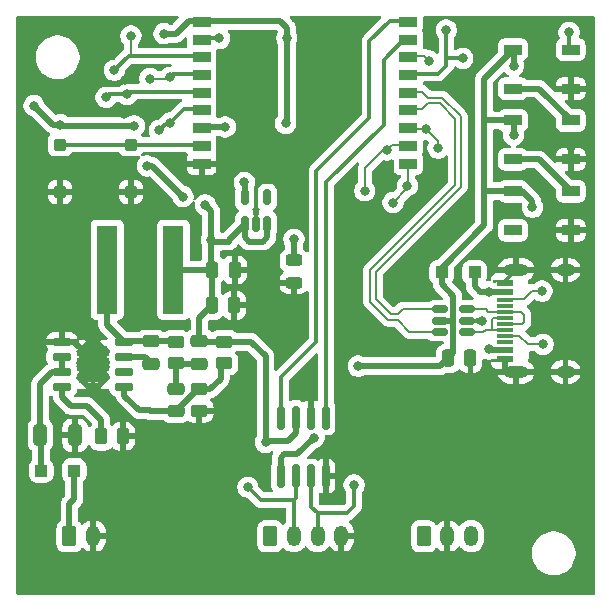
<source format=gtl>
G04 #@! TF.GenerationSoftware,KiCad,Pcbnew,9.0.5*
G04 #@! TF.CreationDate,2025-10-15T09:52:21+02:00*
G04 #@! TF.ProjectId,KleverLogger,4b6c6576-6572-44c6-9f67-6765722e6b69,rev?*
G04 #@! TF.SameCoordinates,Original*
G04 #@! TF.FileFunction,Copper,L1,Top*
G04 #@! TF.FilePolarity,Positive*
%FSLAX46Y46*%
G04 Gerber Fmt 4.6, Leading zero omitted, Abs format (unit mm)*
G04 Created by KiCad (PCBNEW 9.0.5) date 2025-10-15 09:52:21*
%MOMM*%
%LPD*%
G01*
G04 APERTURE LIST*
G04 Aperture macros list*
%AMRoundRect*
0 Rectangle with rounded corners*
0 $1 Rounding radius*
0 $2 $3 $4 $5 $6 $7 $8 $9 X,Y pos of 4 corners*
0 Add a 4 corners polygon primitive as box body*
4,1,4,$2,$3,$4,$5,$6,$7,$8,$9,$2,$3,0*
0 Add four circle primitives for the rounded corners*
1,1,$1+$1,$2,$3*
1,1,$1+$1,$4,$5*
1,1,$1+$1,$6,$7*
1,1,$1+$1,$8,$9*
0 Add four rect primitives between the rounded corners*
20,1,$1+$1,$2,$3,$4,$5,0*
20,1,$1+$1,$4,$5,$6,$7,0*
20,1,$1+$1,$6,$7,$8,$9,0*
20,1,$1+$1,$8,$9,$2,$3,0*%
G04 Aperture macros list end*
G04 #@! TA.AperFunction,SMDPad,CuDef*
%ADD10C,0.800000*%
G04 #@! TD*
G04 #@! TA.AperFunction,SMDPad,CuDef*
%ADD11RoundRect,0.150000X0.512500X0.150000X-0.512500X0.150000X-0.512500X-0.150000X0.512500X-0.150000X0*%
G04 #@! TD*
G04 #@! TA.AperFunction,ComponentPad*
%ADD12RoundRect,0.250000X-0.350000X-0.625000X0.350000X-0.625000X0.350000X0.625000X-0.350000X0.625000X0*%
G04 #@! TD*
G04 #@! TA.AperFunction,ComponentPad*
%ADD13O,1.200000X1.750000*%
G04 #@! TD*
G04 #@! TA.AperFunction,SMDPad,CuDef*
%ADD14RoundRect,0.250000X-0.450000X0.262500X-0.450000X-0.262500X0.450000X-0.262500X0.450000X0.262500X0*%
G04 #@! TD*
G04 #@! TA.AperFunction,SMDPad,CuDef*
%ADD15RoundRect,0.250000X-0.250000X-0.475000X0.250000X-0.475000X0.250000X0.475000X-0.250000X0.475000X0*%
G04 #@! TD*
G04 #@! TA.AperFunction,SMDPad,CuDef*
%ADD16R,1.800000X7.500000*%
G04 #@! TD*
G04 #@! TA.AperFunction,SMDPad,CuDef*
%ADD17RoundRect,0.250000X-0.300000X-0.300000X0.300000X-0.300000X0.300000X0.300000X-0.300000X0.300000X0*%
G04 #@! TD*
G04 #@! TA.AperFunction,SMDPad,CuDef*
%ADD18RoundRect,0.090000X-0.660000X-0.360000X0.660000X-0.360000X0.660000X0.360000X-0.660000X0.360000X0*%
G04 #@! TD*
G04 #@! TA.AperFunction,SMDPad,CuDef*
%ADD19R,1.500000X0.900000*%
G04 #@! TD*
G04 #@! TA.AperFunction,HeatsinkPad*
%ADD20C,0.600000*%
G04 #@! TD*
G04 #@! TA.AperFunction,HeatsinkPad*
%ADD21R,2.900000X2.900000*%
G04 #@! TD*
G04 #@! TA.AperFunction,SMDPad,CuDef*
%ADD22RoundRect,0.250000X0.475000X-0.250000X0.475000X0.250000X-0.475000X0.250000X-0.475000X-0.250000X0*%
G04 #@! TD*
G04 #@! TA.AperFunction,SMDPad,CuDef*
%ADD23RoundRect,0.100000X-0.400000X-0.400000X0.400000X-0.400000X0.400000X0.400000X-0.400000X0.400000X0*%
G04 #@! TD*
G04 #@! TA.AperFunction,SMDPad,CuDef*
%ADD24RoundRect,0.150000X0.150000X-0.512500X0.150000X0.512500X-0.150000X0.512500X-0.150000X-0.512500X0*%
G04 #@! TD*
G04 #@! TA.AperFunction,SMDPad,CuDef*
%ADD25RoundRect,0.243750X0.456250X-0.243750X0.456250X0.243750X-0.456250X0.243750X-0.456250X-0.243750X0*%
G04 #@! TD*
G04 #@! TA.AperFunction,SMDPad,CuDef*
%ADD26RoundRect,0.250000X-0.475000X0.250000X-0.475000X-0.250000X0.475000X-0.250000X0.475000X0.250000X0*%
G04 #@! TD*
G04 #@! TA.AperFunction,SMDPad,CuDef*
%ADD27RoundRect,0.250000X-0.262500X-0.450000X0.262500X-0.450000X0.262500X0.450000X-0.262500X0.450000X0*%
G04 #@! TD*
G04 #@! TA.AperFunction,SMDPad,CuDef*
%ADD28RoundRect,0.150000X-0.650000X-0.150000X0.650000X-0.150000X0.650000X0.150000X-0.650000X0.150000X0*%
G04 #@! TD*
G04 #@! TA.AperFunction,HeatsinkPad*
%ADD29R,2.410000X3.100000*%
G04 #@! TD*
G04 #@! TA.AperFunction,SMDPad,CuDef*
%ADD30RoundRect,0.150000X-0.150000X0.825000X-0.150000X-0.825000X0.150000X-0.825000X0.150000X0.825000X0*%
G04 #@! TD*
G04 #@! TA.AperFunction,SMDPad,CuDef*
%ADD31RoundRect,0.250000X-0.325000X-0.650000X0.325000X-0.650000X0.325000X0.650000X-0.325000X0.650000X0*%
G04 #@! TD*
G04 #@! TA.AperFunction,SMDPad,CuDef*
%ADD32R,1.450000X0.600000*%
G04 #@! TD*
G04 #@! TA.AperFunction,SMDPad,CuDef*
%ADD33R,1.450000X0.300000*%
G04 #@! TD*
G04 #@! TA.AperFunction,HeatsinkPad*
%ADD34O,2.100000X1.000000*%
G04 #@! TD*
G04 #@! TA.AperFunction,HeatsinkPad*
%ADD35O,1.600000X1.000000*%
G04 #@! TD*
G04 #@! TA.AperFunction,ViaPad*
%ADD36C,0.800000*%
G04 #@! TD*
G04 #@! TA.AperFunction,Conductor*
%ADD37C,0.500000*%
G04 #@! TD*
G04 #@! TA.AperFunction,Conductor*
%ADD38C,0.200000*%
G04 #@! TD*
G04 #@! TA.AperFunction,Conductor*
%ADD39C,0.300000*%
G04 #@! TD*
G04 APERTURE END LIST*
D10*
G04 #@! TO.P,TP12,1,1*
G04 #@! TO.N,/GPIO3*
X98300000Y-94100000D03*
G04 #@! TD*
G04 #@! TO.P,TP11,1,1*
G04 #@! TO.N,/CANL*
X80100000Y-130400000D03*
G04 #@! TD*
G04 #@! TO.P,TP10,1,1*
G04 #@! TO.N,/CANH*
X89100000Y-130200000D03*
G04 #@! TD*
G04 #@! TO.P,TP9,1,1*
G04 #@! TO.N,/SD_CS*
X72600000Y-100200000D03*
G04 #@! TD*
G04 #@! TO.P,TP8,1,1*
G04 #@! TO.N,/SD_SCK*
X71800000Y-95800000D03*
G04 #@! TD*
G04 #@! TO.P,TP7,1,1*
G04 #@! TO.N,/SD_MISO*
X68100000Y-97400000D03*
G04 #@! TD*
G04 #@! TO.P,TP6,1,1*
G04 #@! TO.N,/SD_MOSI*
X70200000Y-92200000D03*
G04 #@! TD*
G04 #@! TO.P,TP5,1,1*
G04 #@! TO.N,/RS485_TX*
X96200000Y-101700000D03*
G04 #@! TD*
G04 #@! TO.P,TP4,1,1*
G04 #@! TO.N,/RS485_DE*
X92400000Y-106300000D03*
G04 #@! TD*
G04 #@! TO.P,TP3,1,1*
G04 #@! TO.N,/RS485_RX*
X90000000Y-105300000D03*
G04 #@! TD*
G04 #@! TO.P,TP2,1,1*
G04 #@! TO.N,+5V*
X76500000Y-106500000D03*
G04 #@! TD*
G04 #@! TO.P,TP1,1,1*
G04 #@! TO.N,+3V3*
X62000000Y-98100000D03*
G04 #@! TD*
D11*
G04 #@! TO.P,U6,1,I/O1*
G04 #@! TO.N,Net-(J5-D--PadA7)*
X98637500Y-117250000D03*
G04 #@! TO.P,U6,2,GND*
G04 #@! TO.N,GND*
X98637500Y-116300000D03*
G04 #@! TO.P,U6,3,I/O2*
G04 #@! TO.N,Net-(J5-D+-PadA6)*
X98637500Y-115350000D03*
G04 #@! TO.P,U6,4,I/O2*
G04 #@! TO.N,/USB_D+*
X96362500Y-115350000D03*
G04 #@! TO.P,U6,5,VBUS*
G04 #@! TO.N,+5V*
X96362500Y-116300000D03*
G04 #@! TO.P,U6,6,I/O1*
G04 #@! TO.N,/USB_D-*
X96362500Y-117250000D03*
G04 #@! TD*
D12*
G04 #@! TO.P,J7,1,Pin_1*
G04 #@! TO.N,Net-(D2-A2)*
X95000000Y-134550000D03*
D13*
G04 #@! TO.P,J7,2,Pin_2*
G04 #@! TO.N,GND*
X97000000Y-134550000D03*
G04 #@! TO.P,J7,3,Pin_3*
G04 #@! TO.N,Net-(D2-A1)*
X99000000Y-134550000D03*
G04 #@! TD*
D12*
G04 #@! TO.P,J1,1,Pin_1*
G04 #@! TO.N,Net-(D4-A)*
X82000000Y-134550000D03*
D13*
G04 #@! TO.P,J1,2,Pin_2*
G04 #@! TO.N,/CANL*
X84000000Y-134550000D03*
G04 #@! TO.P,J1,3,Pin_3*
G04 #@! TO.N,/CANH*
X86000000Y-134550000D03*
G04 #@! TO.P,J1,4,Pin_4*
G04 #@! TO.N,GND*
X88000000Y-134550000D03*
G04 #@! TD*
D14*
G04 #@! TO.P,R83,1*
G04 #@! TO.N,+5V*
X78100000Y-118087500D03*
G04 #@! TO.P,R83,2*
G04 #@! TO.N,/FB*
X78100000Y-119912500D03*
G04 #@! TD*
D15*
G04 #@! TO.P,C8,1*
G04 #@! TO.N,+5V*
X97050000Y-119500000D03*
G04 #@! TO.P,C8,2*
G04 #@! TO.N,GND*
X98950000Y-119500000D03*
G04 #@! TD*
D16*
G04 #@! TO.P,L2,1,1*
G04 #@! TO.N,/SW*
X68200000Y-112000000D03*
G04 #@! TO.P,L2,2,2*
G04 #@! TO.N,+5V*
X73800000Y-112000000D03*
G04 #@! TD*
D17*
G04 #@! TO.P,D5,1,K*
G04 #@! TO.N,+5V*
X96500000Y-112200000D03*
G04 #@! TO.P,D5,2,A*
G04 #@! TO.N,/Vbus*
X99300000Y-112200000D03*
G04 #@! TD*
D18*
G04 #@! TO.P,D8,1,VDD*
G04 #@! TO.N,+5V*
X102550000Y-105350000D03*
G04 #@! TO.P,D8,2,DOUT*
G04 #@! TO.N,unconnected-(D8-DOUT-Pad2)*
X102550000Y-108650000D03*
G04 #@! TO.P,D8,3,VSS*
G04 #@! TO.N,GND*
X107450000Y-108650000D03*
G04 #@! TO.P,D8,4,DIN*
G04 #@! TO.N,Net-(D7-DOUT)*
X107450000Y-105350000D03*
G04 #@! TD*
D19*
G04 #@! TO.P,U1,1,3V3*
G04 #@! TO.N,+3V3*
X76190000Y-91000000D03*
G04 #@! TO.P,U1,2,EN*
G04 #@! TO.N,/EN{slash}CHIP_PU*
X76190000Y-92500000D03*
G04 #@! TO.P,U1,3,IO4*
G04 #@! TO.N,/SD_MOSI*
X76190000Y-94000000D03*
G04 #@! TO.P,U1,4,IO5*
G04 #@! TO.N,/SD_SCK*
X76190000Y-95500000D03*
G04 #@! TO.P,U1,5,IO6*
G04 #@! TO.N,/SD_MISO*
X76190000Y-97000000D03*
G04 #@! TO.P,U1,6,IO7*
G04 #@! TO.N,/SD_CS*
X76190000Y-98500000D03*
G04 #@! TO.P,U1,7,IO8*
G04 #@! TO.N,/GPIO8*
X76190000Y-100000000D03*
G04 #@! TO.P,U1,8,IO9*
G04 #@! TO.N,Net-(SW1-A)*
X76190000Y-101500000D03*
G04 #@! TO.P,U1,9,GND*
G04 #@! TO.N,GND*
X76190000Y-103000000D03*
G04 #@! TO.P,U1,10,IO10*
G04 #@! TO.N,/RS485_DE*
X93690000Y-103000000D03*
G04 #@! TO.P,U1,11,IO20/RXD*
G04 #@! TO.N,/RS485_RX*
X93690000Y-101500000D03*
G04 #@! TO.P,U1,12,IO21/TXD*
G04 #@! TO.N,/RS485_TX*
X93690000Y-100000000D03*
G04 #@! TO.P,U1,13,IO18*
G04 #@! TO.N,/USB_D-*
X93690000Y-98500000D03*
G04 #@! TO.P,U1,14,IO19*
G04 #@! TO.N,/USB_D+*
X93690000Y-97000000D03*
G04 #@! TO.P,U1,15,IO3*
G04 #@! TO.N,/GPIO3*
X93690000Y-95500000D03*
G04 #@! TO.P,U1,16,IO2*
G04 #@! TO.N,/GPIO2*
X93690000Y-94000000D03*
G04 #@! TO.P,U1,17,IO1*
G04 #@! TO.N,/CAN_TX*
X93690000Y-92500000D03*
G04 #@! TO.P,U1,18,IO0*
G04 #@! TO.N,/CAN_RX*
X93690000Y-91000000D03*
D20*
G04 #@! TO.P,U1,19,GND*
G04 #@! TO.N,GND*
X84800000Y-96650000D03*
X84800000Y-97750000D03*
X85350000Y-96100000D03*
X85350000Y-97200000D03*
X85350000Y-98300000D03*
X85900000Y-96650000D03*
D21*
X85900000Y-97200000D03*
D20*
X85900000Y-97750000D03*
X86450000Y-96100000D03*
X86450000Y-97200000D03*
X86450000Y-98300000D03*
X87000000Y-96650000D03*
X87000000Y-97750000D03*
G04 #@! TD*
D22*
G04 #@! TO.P,C35,1*
G04 #@! TO.N,Net-(C35-Pad1)*
X76000000Y-119950000D03*
G04 #@! TO.P,C35,2*
G04 #@! TO.N,+5V*
X76000000Y-118050000D03*
G04 #@! TD*
G04 #@! TO.P,C37,1*
G04 #@! TO.N,/FB*
X74000000Y-123950000D03*
G04 #@! TO.P,C37,2*
G04 #@! TO.N,Net-(C35-Pad1)*
X74000000Y-122050000D03*
G04 #@! TD*
D23*
G04 #@! TO.P,SW1,1,A*
G04 #@! TO.N,Net-(SW1-A)*
X64200000Y-101400000D03*
X70200000Y-101400000D03*
G04 #@! TO.P,SW1,2,B*
G04 #@! TO.N,GND*
X64200000Y-105400000D03*
X70200000Y-105400000D03*
G04 #@! TD*
D18*
G04 #@! TO.P,D7,1,VDD*
G04 #@! TO.N,+5V*
X102550000Y-99350000D03*
G04 #@! TO.P,D7,2,DOUT*
G04 #@! TO.N,Net-(D7-DOUT)*
X102550000Y-102650000D03*
G04 #@! TO.P,D7,3,VSS*
G04 #@! TO.N,GND*
X107450000Y-102650000D03*
G04 #@! TO.P,D7,4,DIN*
G04 #@! TO.N,Net-(D6-DOUT)*
X107450000Y-99350000D03*
G04 #@! TD*
D24*
G04 #@! TO.P,U2,1,VIN*
G04 #@! TO.N,+5V*
X79850000Y-108137500D03*
G04 #@! TO.P,U2,2,GND*
G04 #@! TO.N,GND*
X80800000Y-108137500D03*
G04 #@! TO.P,U2,3,EN*
G04 #@! TO.N,+5V*
X81750000Y-108137500D03*
G04 #@! TO.P,U2,4,NC*
G04 #@! TO.N,unconnected-(U2-NC-Pad4)*
X81750000Y-105862500D03*
G04 #@! TO.P,U2,5,VOUT*
G04 #@! TO.N,+3V3*
X79850000Y-105862500D03*
G04 #@! TD*
D25*
G04 #@! TO.P,D1,1,K*
G04 #@! TO.N,GND*
X84000000Y-113075000D03*
G04 #@! TO.P,D1,2,A*
G04 #@! TO.N,Net-(D1-A)*
X84000000Y-111200000D03*
G04 #@! TD*
D26*
G04 #@! TO.P,C50,1*
G04 #@! TO.N,/SW*
X71900000Y-118050000D03*
G04 #@! TO.P,C50,2*
G04 #@! TO.N,/BST*
X71900000Y-119950000D03*
G04 #@! TD*
D17*
G04 #@! TO.P,D3,1,K*
G04 #@! TO.N,/VIN*
X62600000Y-129000000D03*
G04 #@! TO.P,D3,2,A*
G04 #@! TO.N,Net-(D3-A)*
X65400000Y-129000000D03*
G04 #@! TD*
D12*
G04 #@! TO.P,J2,1,Pin_1*
G04 #@! TO.N,Net-(D3-A)*
X65000000Y-134550000D03*
D13*
G04 #@! TO.P,J2,2,Pin_2*
G04 #@! TO.N,GND*
X67000000Y-134550000D03*
G04 #@! TD*
D15*
G04 #@! TO.P,C53,1*
G04 #@! TO.N,+5V*
X77050000Y-115000000D03*
G04 #@! TO.P,C53,2*
G04 #@! TO.N,GND*
X78950000Y-115000000D03*
G04 #@! TD*
D27*
G04 #@! TO.P,R85,1*
G04 #@! TO.N,/RON*
X67687500Y-126100000D03*
G04 #@! TO.P,R85,2*
G04 #@! TO.N,GND*
X69512500Y-126100000D03*
G04 #@! TD*
D15*
G04 #@! TO.P,C36,1*
G04 #@! TO.N,+5V*
X77100000Y-112000000D03*
G04 #@! TO.P,C36,2*
G04 #@! TO.N,GND*
X79000000Y-112000000D03*
G04 #@! TD*
D28*
G04 #@! TO.P,U9,1,GND*
G04 #@! TO.N,GND*
X64350000Y-118095000D03*
G04 #@! TO.P,U9,2,VIN*
G04 #@! TO.N,/VIN*
X64350000Y-119365000D03*
G04 #@! TO.P,U9,3,EN/UVLO*
X64350000Y-120635000D03*
G04 #@! TO.P,U9,4,RON*
G04 #@! TO.N,/RON*
X64350000Y-121905000D03*
G04 #@! TO.P,U9,5,FB*
G04 #@! TO.N,/FB*
X69650000Y-121905000D03*
G04 #@! TO.P,U9,6,PGOOD*
G04 #@! TO.N,unconnected-(U9-PGOOD-Pad6)*
X69650000Y-120635000D03*
G04 #@! TO.P,U9,7,BST*
G04 #@! TO.N,/BST*
X69650000Y-119365000D03*
G04 #@! TO.P,U9,8,SW*
G04 #@! TO.N,/SW*
X69650000Y-118095000D03*
D20*
G04 #@! TO.P,U9,9,EP*
G04 #@! TO.N,GND*
X66045000Y-118700000D03*
X66045000Y-120000000D03*
X66045000Y-121300000D03*
D29*
X67000000Y-120000000D03*
D20*
X67955000Y-118700000D03*
X67955000Y-120000000D03*
X67955000Y-121300000D03*
G04 #@! TD*
D14*
G04 #@! TO.P,R84,1*
G04 #@! TO.N,/FB*
X76000000Y-122087500D03*
G04 #@! TO.P,R84,2*
G04 #@! TO.N,GND*
X76000000Y-123912500D03*
G04 #@! TD*
D30*
G04 #@! TO.P,U3,1,TXD*
G04 #@! TO.N,/CAN_TX*
X86705000Y-124525000D03*
G04 #@! TO.P,U3,2,GND*
G04 #@! TO.N,GND*
X85435000Y-124525000D03*
G04 #@! TO.P,U3,3,VCC*
G04 #@! TO.N,+5V*
X84165000Y-124525000D03*
G04 #@! TO.P,U3,4,RXD*
G04 #@! TO.N,/CAN_RX*
X82895000Y-124525000D03*
G04 #@! TO.P,U3,5,VIO*
G04 #@! TO.N,+3V3*
X82895000Y-129475000D03*
G04 #@! TO.P,U3,6,CANL*
G04 #@! TO.N,/CANL*
X84165000Y-129475000D03*
G04 #@! TO.P,U3,7,CANH*
G04 #@! TO.N,/CANH*
X85435000Y-129475000D03*
G04 #@! TO.P,U3,8,S*
G04 #@! TO.N,GND*
X86705000Y-129475000D03*
G04 #@! TD*
D31*
G04 #@! TO.P,C52,1*
G04 #@! TO.N,/VIN*
X62525000Y-126000000D03*
G04 #@! TO.P,C52,2*
G04 #@! TO.N,GND*
X65475000Y-126000000D03*
G04 #@! TD*
D32*
G04 #@! TO.P,J5,A1,GND*
G04 #@! TO.N,GND*
X101905000Y-119570000D03*
G04 #@! TO.P,J5,A4,VBUS*
G04 #@! TO.N,/Vbus*
X101905000Y-118770000D03*
D33*
G04 #@! TO.P,J5,A5,CC1*
G04 #@! TO.N,Net-(J5-CC1)*
X101905000Y-117570000D03*
G04 #@! TO.P,J5,A6,D+*
G04 #@! TO.N,Net-(J5-D+-PadA6)*
X101905000Y-116570000D03*
G04 #@! TO.P,J5,A7,D-*
G04 #@! TO.N,Net-(J5-D--PadA7)*
X101905000Y-116070000D03*
G04 #@! TO.P,J5,A8,SBU1*
G04 #@! TO.N,unconnected-(J5-SBU1-PadA8)*
X101905000Y-115070000D03*
D32*
G04 #@! TO.P,J5,A9,VBUS*
G04 #@! TO.N,/Vbus*
X101905000Y-113870000D03*
G04 #@! TO.P,J5,A12,GND*
G04 #@! TO.N,GND*
X101905000Y-113070000D03*
G04 #@! TO.P,J5,B1,GND*
X101905000Y-113070000D03*
G04 #@! TO.P,J5,B4,VBUS*
G04 #@! TO.N,/Vbus*
X101905000Y-113870000D03*
D33*
G04 #@! TO.P,J5,B5,CC2*
G04 #@! TO.N,Net-(J5-CC2)*
X101905000Y-114570000D03*
G04 #@! TO.P,J5,B6,D+*
G04 #@! TO.N,Net-(J5-D+-PadA6)*
X101905000Y-115570000D03*
G04 #@! TO.P,J5,B7,D-*
G04 #@! TO.N,Net-(J5-D--PadA7)*
X101905000Y-117070000D03*
G04 #@! TO.P,J5,B8,SBU2*
G04 #@! TO.N,unconnected-(J5-SBU2-PadB8)*
X101905000Y-118070000D03*
D32*
G04 #@! TO.P,J5,B9,VBUS*
G04 #@! TO.N,/Vbus*
X101905000Y-118770000D03*
G04 #@! TO.P,J5,B12,GND*
G04 #@! TO.N,GND*
X101905000Y-119570000D03*
D34*
G04 #@! TO.P,J5,S1,SHIELD*
X102820000Y-120640000D03*
D35*
X107000000Y-120640000D03*
D34*
X102820000Y-112000000D03*
D35*
X107000000Y-112000000D03*
G04 #@! TD*
D18*
G04 #@! TO.P,D6,1,VDD*
G04 #@! TO.N,+5V*
X102550000Y-93350000D03*
G04 #@! TO.P,D6,2,DOUT*
G04 #@! TO.N,Net-(D6-DOUT)*
X102550000Y-96650000D03*
G04 #@! TO.P,D6,3,VSS*
G04 #@! TO.N,GND*
X107450000Y-96650000D03*
G04 #@! TO.P,D6,4,DIN*
G04 #@! TO.N,Net-(D6-DIN)*
X107450000Y-93350000D03*
G04 #@! TD*
D14*
G04 #@! TO.P,R67,1*
G04 #@! TO.N,/SW*
X74000000Y-118087500D03*
G04 #@! TO.P,R67,2*
G04 #@! TO.N,Net-(C35-Pad1)*
X74000000Y-119912500D03*
G04 #@! TD*
D36*
G04 #@! TO.N,/RS485_TX*
X95200000Y-100100000D03*
G04 #@! TO.N,/RS485_RX*
X91850000Y-101850000D03*
G04 #@! TO.N,/RS485_DE*
X93600000Y-104900000D03*
G04 #@! TO.N,Net-(D6-DIN)*
X107300000Y-91900000D03*
G04 #@! TO.N,GND*
X82900000Y-104400000D03*
X83600000Y-115700000D03*
X69700000Y-95900000D03*
X69600000Y-98800000D03*
X99903819Y-116337281D03*
X64700000Y-110300000D03*
X95000000Y-125600000D03*
X107500000Y-101600000D03*
X84400000Y-122600000D03*
G04 #@! TO.N,+5V*
X89450000Y-120150000D03*
X81600000Y-126600000D03*
X102600000Y-100600000D03*
X104200000Y-106700000D03*
X77000000Y-109500000D03*
X102600000Y-94700000D03*
G04 #@! TO.N,+3V3*
X85700000Y-126200000D03*
X83300000Y-99600000D03*
X64200000Y-99700000D03*
X70500000Y-99800000D03*
X79800000Y-104600000D03*
X71600000Y-103200000D03*
X83400000Y-92400000D03*
X73000000Y-92000000D03*
X74600000Y-105800000D03*
G04 #@! TO.N,/EN{slash}CHIP_PU*
X77700000Y-92400000D03*
G04 #@! TO.N,Net-(D1-A)*
X84000000Y-109400000D03*
G04 #@! TO.N,/Vbus*
X100500000Y-113870000D03*
X100500000Y-118700000D03*
G04 #@! TO.N,/GPIO3*
X96900000Y-91700000D03*
G04 #@! TO.N,/GPIO2*
X95400000Y-94300000D03*
G04 #@! TO.N,/GPIO8*
X78200000Y-99900000D03*
G04 #@! TO.N,/SD_CS*
X73550000Y-99550000D03*
G04 #@! TO.N,/SD_MOSI*
X68800000Y-95100000D03*
G04 #@! TO.N,/SD_MISO*
X69850000Y-97150000D03*
G04 #@! TO.N,Net-(J5-CC1)*
X105100000Y-118300000D03*
G04 #@! TO.N,Net-(J5-CC2)*
X105000000Y-113800000D03*
G04 #@! TO.N,/SD_SCK*
X73500000Y-95700000D03*
G04 #@! TD*
D37*
G04 #@! TO.N,+5V*
X97476000Y-116300000D02*
X97476000Y-119074000D01*
X97476000Y-116300000D02*
X96362500Y-116300000D01*
X96500000Y-112200000D02*
X96500000Y-113200000D01*
X96500000Y-113200000D02*
X97476000Y-114176000D01*
X97476000Y-114176000D02*
X97476000Y-116300000D01*
X97476000Y-119074000D02*
X97050000Y-119500000D01*
D38*
G04 #@! TO.N,GND*
X99903819Y-116337281D02*
X99866538Y-116300000D01*
X99866538Y-116300000D02*
X98637500Y-116300000D01*
G04 #@! TO.N,/USB_D-*
X92775000Y-116225000D02*
X92006802Y-116225000D01*
G04 #@! TO.N,/USB_D+*
X93790000Y-96900000D02*
X93690000Y-97000000D01*
G04 #@! TO.N,Net-(J5-D+-PadA6)*
X101905000Y-115570000D02*
X100470000Y-115570000D01*
G04 #@! TO.N,/USB_D-*
X96341615Y-117229115D02*
X93779115Y-117229115D01*
G04 #@! TO.N,/USB_D+*
X90925000Y-114506802D02*
X90925000Y-112193198D01*
X93250000Y-115300000D02*
X92775000Y-115775000D01*
X94815001Y-96900000D02*
X93790000Y-96900000D01*
X92775000Y-115775000D02*
X92193198Y-115775000D01*
G04 #@! TO.N,Net-(J5-D--PadA7)*
X100800000Y-117070000D02*
X100230000Y-117070000D01*
X100050000Y-117250000D02*
X98637500Y-117250000D01*
G04 #@! TO.N,/USB_D+*
X90925000Y-112193198D02*
X98125000Y-104993198D01*
X96362500Y-115350000D02*
X96312500Y-115300000D01*
X98125000Y-99006802D02*
X96543198Y-97425000D01*
X96312500Y-115300000D02*
X93250000Y-115300000D01*
G04 #@! TO.N,Net-(J5-D+-PadA6)*
X100250000Y-115350000D02*
X98637500Y-115350000D01*
G04 #@! TO.N,Net-(J5-D--PadA7)*
X100230000Y-117070000D02*
X100050000Y-117250000D01*
G04 #@! TO.N,/USB_D-*
X90475000Y-114693198D02*
X90475000Y-112006802D01*
G04 #@! TO.N,/USB_D+*
X92193198Y-115775000D02*
X90925000Y-114506802D01*
X98125000Y-104993198D02*
X98125000Y-99006802D01*
G04 #@! TO.N,Net-(J5-D+-PadA6)*
X100470000Y-115570000D02*
X100250000Y-115350000D01*
G04 #@! TO.N,/USB_D+*
X96543198Y-97425000D02*
X95340001Y-97425000D01*
X95340001Y-97425000D02*
X94815001Y-96900000D01*
G04 #@! TO.N,/USB_D-*
X96362500Y-117250000D02*
X96341615Y-117229115D01*
X93779115Y-117229115D02*
X92775000Y-116225000D01*
X90475000Y-112006802D02*
X97675000Y-104806802D01*
X92006802Y-116225000D02*
X90475000Y-114693198D01*
X97675000Y-104806802D02*
X97675000Y-99193198D01*
X97675000Y-99193198D02*
X96356802Y-97875000D01*
X96356802Y-97875000D02*
X95340001Y-97875000D01*
X95340001Y-97875000D02*
X94815001Y-98400000D01*
X94815001Y-98400000D02*
X93790000Y-98400000D01*
X93790000Y-98400000D02*
X93690000Y-98500000D01*
D39*
G04 #@! TO.N,/SD_CS*
X73550000Y-99550000D02*
X73250000Y-99550000D01*
X73250000Y-99550000D02*
X72600000Y-100200000D01*
G04 #@! TO.N,/GPIO3*
X96900000Y-91700000D02*
X96900000Y-94100000D01*
X98300000Y-94100000D02*
X96900000Y-94100000D01*
G04 #@! TO.N,/CANH*
X88500000Y-132600000D02*
X89100000Y-132000000D01*
X86000000Y-132600000D02*
X88500000Y-132600000D01*
X89100000Y-132000000D02*
X89100000Y-130200000D01*
G04 #@! TO.N,/CANL*
X84000000Y-131500000D02*
X81200000Y-131500000D01*
X81200000Y-131500000D02*
X80100000Y-130400000D01*
G04 #@! TO.N,/SD_MOSI*
X70000000Y-93900000D02*
X70200000Y-93900000D01*
D38*
X70200000Y-92200000D02*
X70200000Y-93900000D01*
G04 #@! TO.N,/SD_SCK*
X71800000Y-95800000D02*
X73400000Y-95800000D01*
X73400000Y-95800000D02*
X73500000Y-95700000D01*
D39*
G04 #@! TO.N,/SD_MISO*
X69850000Y-97150000D02*
X68350000Y-97150000D01*
X68350000Y-97150000D02*
X68100000Y-97400000D01*
D38*
G04 #@! TO.N,/RS485_RX*
X90000000Y-105300000D02*
X90000000Y-103400000D01*
X90000000Y-103400000D02*
X91550000Y-101850000D01*
X91550000Y-101850000D02*
X91850000Y-101850000D01*
G04 #@! TO.N,/RS485_TX*
X96200000Y-101700000D02*
X96200000Y-101100000D01*
X96200000Y-101100000D02*
X95200000Y-100100000D01*
D37*
G04 #@! TO.N,+5V*
X77000000Y-109500000D02*
X77000000Y-107000000D01*
X77000000Y-107000000D02*
X76500000Y-106500000D01*
D38*
G04 #@! TO.N,/RS485_DE*
X93600000Y-104900000D02*
X93600000Y-105100000D01*
X93600000Y-105100000D02*
X92400000Y-106300000D01*
D37*
G04 #@! TO.N,+3V3*
X64200000Y-99700000D02*
X63600000Y-99700000D01*
X63600000Y-99700000D02*
X62000000Y-98100000D01*
G04 #@! TO.N,/VIN*
X63550001Y-120635000D02*
X64350000Y-120635000D01*
X62525000Y-126000000D02*
X62525000Y-121660001D01*
X62600000Y-129000000D02*
X62600000Y-126075000D01*
X64350000Y-119365000D02*
X64350000Y-120635000D01*
X62600000Y-126075000D02*
X62525000Y-126000000D01*
X62525000Y-121660001D02*
X63550001Y-120635000D01*
D38*
G04 #@! TO.N,/RS485_TX*
X93890000Y-100100000D02*
X93790000Y-100000000D01*
X95200000Y-100100000D02*
X93890000Y-100100000D01*
X93790000Y-100000000D02*
X93690000Y-100000000D01*
D39*
G04 #@! TO.N,Net-(SW1-A)*
X76190000Y-101500000D02*
X76090000Y-101400000D01*
X70200000Y-101400000D02*
X64200000Y-101400000D01*
X76090000Y-101400000D02*
X70200000Y-101400000D01*
D38*
G04 #@! TO.N,/RS485_RX*
X93590000Y-101400000D02*
X93690000Y-101500000D01*
X92300000Y-101400000D02*
X93590000Y-101400000D01*
X91850000Y-101850000D02*
X92300000Y-101400000D01*
G04 #@! TO.N,/RS485_DE*
X93600000Y-104900000D02*
X93690000Y-104810000D01*
X93690000Y-104810000D02*
X93690000Y-103000000D01*
D37*
G04 #@! TO.N,Net-(D3-A)*
X65400000Y-131400000D02*
X65000000Y-131800000D01*
X65000000Y-131800000D02*
X65000000Y-134550000D01*
X65400000Y-129000000D02*
X65400000Y-131400000D01*
G04 #@! TO.N,Net-(D6-DOUT)*
X102550000Y-96650000D02*
X104750000Y-96650000D01*
X104750000Y-96650000D02*
X107450000Y-99350000D01*
D39*
G04 #@! TO.N,Net-(D6-DIN)*
X107300000Y-91900000D02*
X107300000Y-93200000D01*
X107300000Y-93200000D02*
X107450000Y-93350000D01*
D37*
G04 #@! TO.N,Net-(D7-DOUT)*
X102550000Y-102650000D02*
X104750000Y-102650000D01*
X104750000Y-102650000D02*
X107450000Y-105350000D01*
D39*
G04 #@! TO.N,GND*
X101905000Y-112915000D02*
X102820000Y-112000000D01*
D37*
X107500000Y-102600000D02*
X107450000Y-102650000D01*
X107500000Y-101600000D02*
X107500000Y-102600000D01*
D39*
X101905000Y-113070000D02*
X101905000Y-112915000D01*
D37*
G04 #@! TO.N,+5V*
X77000000Y-109500000D02*
X77000000Y-111900000D01*
X77100000Y-114950000D02*
X77050000Y-115000000D01*
X102550000Y-99350000D02*
X100100000Y-99350000D01*
X104100000Y-106100000D02*
X104200000Y-106200000D01*
X77050000Y-115000000D02*
X76000000Y-116050000D01*
X97050000Y-119500000D02*
X96400000Y-120150000D01*
X102600000Y-93400000D02*
X102550000Y-93350000D01*
X80200000Y-109600000D02*
X79850000Y-109250000D01*
X100100000Y-106200000D02*
X100100000Y-105400000D01*
X100100000Y-105400000D02*
X100150000Y-105350000D01*
X76037500Y-118087500D02*
X76000000Y-118050000D01*
X100100000Y-108200000D02*
X100100000Y-106200000D01*
X102600000Y-100600000D02*
X102600000Y-99400000D01*
X78100000Y-118087500D02*
X80387500Y-118087500D01*
X96400000Y-120150000D02*
X89450000Y-120150000D01*
X79850000Y-108137500D02*
X78500000Y-109487500D01*
X73800000Y-112000000D02*
X77100000Y-112000000D01*
X77100000Y-109600000D02*
X77000000Y-109500000D01*
X81600000Y-119300000D02*
X81600000Y-126600000D01*
X100150000Y-105350000D02*
X102550000Y-105350000D01*
X77000000Y-111900000D02*
X77100000Y-112000000D01*
X83500000Y-126500000D02*
X81700000Y-126500000D01*
X100100000Y-99350000D02*
X100100000Y-101800000D01*
X84165000Y-125835000D02*
X83500000Y-126500000D01*
X103350000Y-105350000D02*
X104100000Y-106100000D01*
X96500000Y-112200000D02*
X96500000Y-111800000D01*
X81400000Y-109600000D02*
X80200000Y-109600000D01*
X100100000Y-101800000D02*
X100100000Y-106200000D01*
X81750000Y-109250000D02*
X81400000Y-109600000D01*
X102600000Y-94700000D02*
X102600000Y-93400000D01*
X78500000Y-109600000D02*
X77100000Y-109600000D01*
X102550000Y-105350000D02*
X103350000Y-105350000D01*
X78500000Y-109487500D02*
X78500000Y-109600000D01*
X76000000Y-116050000D02*
X76000000Y-118050000D01*
X102600000Y-99400000D02*
X102550000Y-99350000D01*
X100100000Y-95800000D02*
X100100000Y-101800000D01*
X84165000Y-124525000D02*
X84165000Y-125835000D01*
X80387500Y-118087500D02*
X81600000Y-119300000D01*
X104200000Y-106200000D02*
X104200000Y-106700000D01*
X77100000Y-112000000D02*
X77100000Y-114950000D01*
X96500000Y-111800000D02*
X100100000Y-108200000D01*
X78100000Y-118087500D02*
X76037500Y-118087500D01*
X81700000Y-126500000D02*
X81600000Y-126600000D01*
X102550000Y-93350000D02*
X100100000Y-95800000D01*
X81750000Y-108137500D02*
X81750000Y-109250000D01*
X79850000Y-109250000D02*
X79850000Y-108137500D01*
G04 #@! TO.N,+3V3*
X82895000Y-127905000D02*
X82895000Y-129475000D01*
X64300000Y-99800000D02*
X64200000Y-99700000D01*
X83400000Y-92400000D02*
X83400000Y-99500000D01*
X71600000Y-103200000D02*
X72000000Y-103200000D01*
X83200000Y-127600000D02*
X82895000Y-127905000D01*
X75100000Y-90900000D02*
X74000000Y-92000000D01*
X82800000Y-90900000D02*
X83400000Y-91500000D01*
X72000000Y-103200000D02*
X74600000Y-105800000D01*
X79850000Y-105862500D02*
X79850000Y-104650000D01*
X74000000Y-92000000D02*
X73000000Y-92000000D01*
X76290000Y-90900000D02*
X82800000Y-90900000D01*
X76190000Y-91000000D02*
X76290000Y-90900000D01*
X84300000Y-127600000D02*
X83200000Y-127600000D01*
X79850000Y-104650000D02*
X79800000Y-104600000D01*
X83400000Y-99500000D02*
X83300000Y-99600000D01*
X70500000Y-99800000D02*
X64300000Y-99800000D01*
X76090000Y-90900000D02*
X75100000Y-90900000D01*
X76190000Y-91000000D02*
X76090000Y-90900000D01*
X85700000Y-126200000D02*
X84300000Y-127600000D01*
X83400000Y-91500000D02*
X83400000Y-92400000D01*
D39*
G04 #@! TO.N,/EN{slash}CHIP_PU*
X76290000Y-92400000D02*
X76190000Y-92500000D01*
X77700000Y-92400000D02*
X76290000Y-92400000D01*
D37*
G04 #@! TO.N,Net-(D1-A)*
X84000000Y-109400000D02*
X84000000Y-111200000D01*
G04 #@! TO.N,/Vbus*
X99770000Y-113870000D02*
X99300000Y-113400000D01*
X100500000Y-113870000D02*
X99770000Y-113870000D01*
X101905000Y-113870000D02*
X100500000Y-113870000D01*
X99300000Y-113400000D02*
X99300000Y-112200000D01*
X101905000Y-118770000D02*
X100570000Y-118770000D01*
X100570000Y-118770000D02*
X100500000Y-118700000D01*
D39*
G04 #@! TO.N,/GPIO3*
X96900000Y-94100000D02*
X96900000Y-94700000D01*
X96900000Y-94700000D02*
X96200000Y-95400000D01*
X93790000Y-95400000D02*
X93690000Y-95500000D01*
X96200000Y-95400000D02*
X93790000Y-95400000D01*
G04 #@! TO.N,/CANH*
X86000000Y-132600000D02*
X86000000Y-134550000D01*
X85435000Y-132035000D02*
X86000000Y-132600000D01*
X85435000Y-129475000D02*
X85435000Y-132035000D01*
G04 #@! TO.N,/CANL*
X84000000Y-131500000D02*
X84165000Y-131335000D01*
X84165000Y-131335000D02*
X84165000Y-129475000D01*
X84000000Y-134550000D02*
X84000000Y-131500000D01*
D38*
G04 #@! TO.N,/GPIO2*
X93790000Y-93900000D02*
X95000000Y-93900000D01*
X93690000Y-94000000D02*
X93790000Y-93900000D01*
X95000000Y-93900000D02*
X95400000Y-94300000D01*
D37*
G04 #@! TO.N,/GPIO8*
X78200000Y-99900000D02*
X76290000Y-99900000D01*
X76290000Y-99900000D02*
X76190000Y-100000000D01*
D39*
G04 #@! TO.N,/CAN_TX*
X91601000Y-94189000D02*
X91601000Y-99699000D01*
X93690000Y-92500000D02*
X93590000Y-92400000D01*
X86705000Y-104595000D02*
X86705000Y-124525000D01*
X93590000Y-92400000D02*
X93390000Y-92400000D01*
X91601000Y-99699000D02*
X86705000Y-104595000D01*
X93390000Y-92400000D02*
X91601000Y-94189000D01*
G04 #@! TO.N,/CAN_RX*
X90400000Y-92600000D02*
X92100000Y-90900000D01*
X85900000Y-103600000D02*
X90400000Y-99100000D01*
X85900000Y-118100000D02*
X85900000Y-103600000D01*
X93590000Y-90900000D02*
X93690000Y-91000000D01*
X82900000Y-121100000D02*
X85900000Y-118100000D01*
X82900000Y-124520000D02*
X82900000Y-121100000D01*
X92100000Y-90900000D02*
X93590000Y-90900000D01*
X82895000Y-124525000D02*
X82900000Y-124520000D01*
X90400000Y-99100000D02*
X90400000Y-92600000D01*
G04 #@! TO.N,/SD_CS*
X76090000Y-98400000D02*
X76190000Y-98500000D01*
X73550000Y-99550000D02*
X74700000Y-98400000D01*
X74700000Y-98400000D02*
X76090000Y-98400000D01*
G04 #@! TO.N,/SD_MOSI*
X76090000Y-93900000D02*
X76190000Y-94000000D01*
X68800000Y-95100000D02*
X70000000Y-93900000D01*
X70200000Y-93900000D02*
X76090000Y-93900000D01*
G04 #@! TO.N,/SD_MISO*
X76090000Y-96900000D02*
X76190000Y-97000000D01*
X70100000Y-96900000D02*
X76090000Y-96900000D01*
X69850000Y-97150000D02*
X70100000Y-96900000D01*
D37*
G04 #@! TO.N,Net-(C35-Pad1)*
X76000000Y-119950000D02*
X74037500Y-119950000D01*
X74000000Y-122050000D02*
X74000000Y-119912500D01*
X74037500Y-119950000D02*
X74000000Y-119912500D01*
G04 #@! TO.N,/FB*
X76000000Y-122087500D02*
X76912500Y-122087500D01*
X70900000Y-123900000D02*
X71800000Y-123900000D01*
X71800000Y-123900000D02*
X71850000Y-123950000D01*
X77800000Y-120212500D02*
X78100000Y-119912500D01*
X77800000Y-121200000D02*
X77800000Y-120212500D01*
X69650000Y-121905000D02*
X69650000Y-122650000D01*
X69650000Y-122650000D02*
X70900000Y-123900000D01*
X75862500Y-122087500D02*
X74000000Y-123950000D01*
X76000000Y-122087500D02*
X75862500Y-122087500D01*
X71850000Y-123950000D02*
X74000000Y-123950000D01*
X76912500Y-122087500D02*
X77800000Y-121200000D01*
G04 #@! TO.N,/SW*
X68200000Y-112000000D02*
X68200000Y-116645000D01*
X68200000Y-116645000D02*
X69650000Y-118095000D01*
X72000000Y-118050000D02*
X73962500Y-118050000D01*
X69695000Y-118050000D02*
X69650000Y-118095000D01*
X72000000Y-118050000D02*
X69695000Y-118050000D01*
X73962500Y-118050000D02*
X74000000Y-118087500D01*
G04 #@! TO.N,/BST*
X69650000Y-119365000D02*
X71415000Y-119365000D01*
X71415000Y-119365000D02*
X72000000Y-119950000D01*
D38*
G04 #@! TO.N,Net-(J5-D+-PadA6)*
X103330000Y-116570000D02*
X103500000Y-116400000D01*
X103500000Y-116400000D02*
X103500000Y-115800000D01*
X103270000Y-115570000D02*
X101905000Y-115570000D01*
X103500000Y-115800000D02*
X103270000Y-115570000D01*
X101905000Y-116570000D02*
X103330000Y-116570000D01*
G04 #@! TO.N,Net-(J5-D--PadA7)*
X101905000Y-116070000D02*
X100930000Y-116070000D01*
X100800000Y-116200000D02*
X100800000Y-117070000D01*
X101905000Y-117070000D02*
X100800000Y-117070000D01*
X100930000Y-116070000D02*
X100800000Y-116200000D01*
G04 #@! TO.N,Net-(J5-CC1)*
X103070000Y-117570000D02*
X101905000Y-117570000D01*
X103800000Y-118300000D02*
X103070000Y-117570000D01*
X105100000Y-118300000D02*
X103800000Y-118300000D01*
G04 #@! TO.N,Net-(J5-CC2)*
X105000000Y-113800000D02*
X104140000Y-113800000D01*
X104140000Y-113800000D02*
X103469000Y-114471000D01*
X103469000Y-114471000D02*
X102004000Y-114471000D01*
X102004000Y-114471000D02*
X101905000Y-114570000D01*
D37*
G04 #@! TO.N,/RON*
X64350000Y-122750000D02*
X64350000Y-121905000D01*
X66500000Y-123500000D02*
X65100000Y-123500000D01*
X65100000Y-123500000D02*
X64350000Y-122750000D01*
X67700000Y-124700000D02*
X66500000Y-123500000D01*
X67700000Y-126087500D02*
X67700000Y-124700000D01*
X67687500Y-126100000D02*
X67700000Y-126087500D01*
D39*
G04 #@! TO.N,/SD_SCK*
X76190000Y-95500000D02*
X76090000Y-95400000D01*
X73800000Y-95400000D02*
X73500000Y-95700000D01*
X76090000Y-95400000D02*
X73800000Y-95400000D01*
G04 #@! TD*
G04 #@! TA.AperFunction,Conductor*
G04 #@! TO.N,GND*
G36*
X74205809Y-90520185D02*
G01*
X74251564Y-90572989D01*
X74261508Y-90642147D01*
X74232483Y-90705703D01*
X74226451Y-90712181D01*
X73725451Y-91213181D01*
X73698523Y-91227884D01*
X73672705Y-91244477D01*
X73666504Y-91245368D01*
X73664128Y-91246666D01*
X73637770Y-91249500D01*
X73535270Y-91249500D01*
X73468231Y-91229815D01*
X73466378Y-91228601D01*
X73426552Y-91201989D01*
X73426547Y-91201987D01*
X73262667Y-91134106D01*
X73262658Y-91134103D01*
X73088694Y-91099500D01*
X73088691Y-91099500D01*
X72911309Y-91099500D01*
X72911306Y-91099500D01*
X72737341Y-91134103D01*
X72737332Y-91134106D01*
X72573459Y-91201983D01*
X72573446Y-91201990D01*
X72425965Y-91300535D01*
X72425961Y-91300538D01*
X72300538Y-91425961D01*
X72300535Y-91425965D01*
X72201990Y-91573446D01*
X72201983Y-91573459D01*
X72134106Y-91737332D01*
X72134103Y-91737341D01*
X72099500Y-91911304D01*
X72099500Y-92088695D01*
X72134103Y-92262658D01*
X72134105Y-92262664D01*
X72134106Y-92262666D01*
X72146203Y-92291871D01*
X72201983Y-92426540D01*
X72201990Y-92426553D01*
X72300535Y-92574034D01*
X72300538Y-92574038D01*
X72425961Y-92699461D01*
X72425965Y-92699464D01*
X72573446Y-92798009D01*
X72573459Y-92798016D01*
X72664817Y-92835857D01*
X72737334Y-92865894D01*
X72737336Y-92865894D01*
X72737341Y-92865896D01*
X72911304Y-92900499D01*
X72911307Y-92900500D01*
X72911309Y-92900500D01*
X73088693Y-92900500D01*
X73088694Y-92900499D01*
X73146682Y-92888964D01*
X73262658Y-92865896D01*
X73262661Y-92865894D01*
X73262666Y-92865894D01*
X73426547Y-92798013D01*
X73426550Y-92798010D01*
X73426552Y-92798010D01*
X73466378Y-92771399D01*
X73533055Y-92750520D01*
X73535270Y-92750500D01*
X74073920Y-92750500D01*
X74171462Y-92731096D01*
X74218913Y-92721658D01*
X74355495Y-92665084D01*
X74404729Y-92632186D01*
X74413180Y-92626540D01*
X74444320Y-92605733D01*
X74478416Y-92582952D01*
X74727820Y-92333547D01*
X74789142Y-92300063D01*
X74858833Y-92305047D01*
X74914767Y-92346918D01*
X74939184Y-92412383D01*
X74939500Y-92421229D01*
X74939500Y-92997870D01*
X74939501Y-92997876D01*
X74945909Y-93057485D01*
X74955115Y-93082168D01*
X74960099Y-93151860D01*
X74926613Y-93213182D01*
X74865289Y-93246667D01*
X74838933Y-93249500D01*
X70924500Y-93249500D01*
X70915814Y-93246949D01*
X70906853Y-93248238D01*
X70882812Y-93237259D01*
X70857461Y-93229815D01*
X70851533Y-93222974D01*
X70843297Y-93219213D01*
X70829007Y-93196978D01*
X70811706Y-93177011D01*
X70809418Y-93166496D01*
X70805523Y-93160435D01*
X70800500Y-93125500D01*
X70800500Y-92924361D01*
X70820185Y-92857322D01*
X70836814Y-92836684D01*
X70899464Y-92774035D01*
X70998013Y-92626547D01*
X71065894Y-92462666D01*
X71066810Y-92458064D01*
X71096001Y-92311309D01*
X71100500Y-92288691D01*
X71100500Y-92111309D01*
X71100500Y-92111306D01*
X71100499Y-92111304D01*
X71065896Y-91937341D01*
X71065893Y-91937332D01*
X71064355Y-91933620D01*
X71019764Y-91825965D01*
X70998016Y-91773459D01*
X70998009Y-91773446D01*
X70899464Y-91625965D01*
X70899461Y-91625961D01*
X70774038Y-91500538D01*
X70774034Y-91500535D01*
X70626553Y-91401990D01*
X70626540Y-91401983D01*
X70462667Y-91334106D01*
X70462658Y-91334103D01*
X70288694Y-91299500D01*
X70288691Y-91299500D01*
X70111309Y-91299500D01*
X70111306Y-91299500D01*
X69937341Y-91334103D01*
X69937332Y-91334106D01*
X69773459Y-91401983D01*
X69773446Y-91401990D01*
X69625965Y-91500535D01*
X69625961Y-91500538D01*
X69500538Y-91625961D01*
X69500535Y-91625965D01*
X69401990Y-91773446D01*
X69401983Y-91773459D01*
X69334106Y-91937332D01*
X69334103Y-91937341D01*
X69299500Y-92111304D01*
X69299500Y-92288695D01*
X69334103Y-92462658D01*
X69334106Y-92462667D01*
X69401983Y-92626540D01*
X69401990Y-92626553D01*
X69500534Y-92774033D01*
X69500535Y-92774034D01*
X69500536Y-92774035D01*
X69563182Y-92836681D01*
X69596666Y-92898002D01*
X69599500Y-92924361D01*
X69599500Y-93329191D01*
X69579815Y-93396230D01*
X69563181Y-93416872D01*
X68816873Y-94163181D01*
X68755550Y-94196666D01*
X68729192Y-94199500D01*
X68711306Y-94199500D01*
X68537341Y-94234103D01*
X68537332Y-94234106D01*
X68373459Y-94301983D01*
X68373446Y-94301990D01*
X68225965Y-94400535D01*
X68225961Y-94400538D01*
X68100538Y-94525961D01*
X68100535Y-94525965D01*
X68001990Y-94673446D01*
X68001983Y-94673459D01*
X67934106Y-94837332D01*
X67934103Y-94837341D01*
X67899500Y-95011304D01*
X67899500Y-95188695D01*
X67934103Y-95362658D01*
X67934106Y-95362667D01*
X68001983Y-95526540D01*
X68001990Y-95526553D01*
X68100535Y-95674034D01*
X68100538Y-95674038D01*
X68225961Y-95799461D01*
X68225965Y-95799464D01*
X68373446Y-95898009D01*
X68373459Y-95898016D01*
X68496363Y-95948923D01*
X68537334Y-95965894D01*
X68537336Y-95965894D01*
X68537341Y-95965896D01*
X68711304Y-96000499D01*
X68711307Y-96000500D01*
X68711309Y-96000500D01*
X68888693Y-96000500D01*
X68888694Y-96000499D01*
X68967057Y-95984912D01*
X69062658Y-95965896D01*
X69062661Y-95965894D01*
X69062666Y-95965894D01*
X69226547Y-95898013D01*
X69374035Y-95799464D01*
X69499464Y-95674035D01*
X69598013Y-95526547D01*
X69598236Y-95526010D01*
X69620442Y-95472398D01*
X69665894Y-95362666D01*
X69700500Y-95188691D01*
X69700500Y-95170808D01*
X69720185Y-95103769D01*
X69736819Y-95083127D01*
X70233127Y-94586819D01*
X70294450Y-94553334D01*
X70320808Y-94550500D01*
X73527648Y-94550500D01*
X73538467Y-94553676D01*
X73549679Y-94552473D01*
X73571391Y-94563344D01*
X73594687Y-94570185D01*
X73602070Y-94578706D01*
X73612154Y-94583755D01*
X73624542Y-94604640D01*
X73640442Y-94622989D01*
X73642046Y-94634148D01*
X73647800Y-94643848D01*
X73646930Y-94668114D01*
X73650386Y-94692147D01*
X73645701Y-94702403D01*
X73645298Y-94713673D01*
X73631447Y-94733616D01*
X73621361Y-94755703D01*
X73610841Y-94763288D01*
X73605443Y-94771061D01*
X73575093Y-94789063D01*
X73572669Y-94790067D01*
X73525233Y-94799500D01*
X73411306Y-94799500D01*
X73237341Y-94834103D01*
X73237332Y-94834106D01*
X73073459Y-94901983D01*
X73073446Y-94901990D01*
X72925965Y-95000535D01*
X72925961Y-95000538D01*
X72800537Y-95125962D01*
X72788225Y-95144390D01*
X72782133Y-95149481D01*
X72778835Y-95156703D01*
X72755709Y-95171564D01*
X72734613Y-95189196D01*
X72725236Y-95191148D01*
X72720057Y-95194477D01*
X72685122Y-95199500D01*
X72524361Y-95199500D01*
X72457322Y-95179815D01*
X72436684Y-95163185D01*
X72374035Y-95100536D01*
X72374034Y-95100535D01*
X72374033Y-95100534D01*
X72226553Y-95001990D01*
X72226540Y-95001983D01*
X72062667Y-94934106D01*
X72062658Y-94934103D01*
X71888694Y-94899500D01*
X71888691Y-94899500D01*
X71711309Y-94899500D01*
X71711306Y-94899500D01*
X71537341Y-94934103D01*
X71537332Y-94934106D01*
X71373459Y-95001983D01*
X71373446Y-95001990D01*
X71225965Y-95100535D01*
X71225961Y-95100538D01*
X71100541Y-95225959D01*
X71100535Y-95225965D01*
X71001990Y-95373446D01*
X71001983Y-95373459D01*
X70934106Y-95537332D01*
X70934103Y-95537341D01*
X70899500Y-95711304D01*
X70899500Y-95888695D01*
X70934103Y-96062658D01*
X70934106Y-96062667D01*
X70940478Y-96078050D01*
X70947945Y-96147520D01*
X70916669Y-96209998D01*
X70856579Y-96245649D01*
X70825916Y-96249500D01*
X70035930Y-96249500D01*
X70011499Y-96254359D01*
X69963123Y-96254359D01*
X69938692Y-96249500D01*
X69938691Y-96249500D01*
X69761309Y-96249500D01*
X69761306Y-96249500D01*
X69587341Y-96284103D01*
X69587332Y-96284106D01*
X69423459Y-96351983D01*
X69423451Y-96351988D01*
X69275965Y-96450535D01*
X69275961Y-96450538D01*
X69263319Y-96463181D01*
X69201996Y-96496666D01*
X69175638Y-96499500D01*
X68285930Y-96499500D01*
X68261499Y-96504359D01*
X68213123Y-96504359D01*
X68188692Y-96499500D01*
X68188691Y-96499500D01*
X68011309Y-96499500D01*
X68011306Y-96499500D01*
X67837341Y-96534103D01*
X67837332Y-96534106D01*
X67673459Y-96601983D01*
X67673446Y-96601990D01*
X67525965Y-96700535D01*
X67525961Y-96700538D01*
X67400538Y-96825961D01*
X67400535Y-96825965D01*
X67301990Y-96973446D01*
X67301983Y-96973459D01*
X67234106Y-97137332D01*
X67234103Y-97137341D01*
X67199500Y-97311304D01*
X67199500Y-97488695D01*
X67234103Y-97662658D01*
X67234106Y-97662667D01*
X67301983Y-97826540D01*
X67301990Y-97826553D01*
X67400535Y-97974034D01*
X67400538Y-97974038D01*
X67525961Y-98099461D01*
X67525965Y-98099464D01*
X67673446Y-98198009D01*
X67673459Y-98198016D01*
X67796363Y-98248923D01*
X67837334Y-98265894D01*
X67837336Y-98265894D01*
X67837341Y-98265896D01*
X68011304Y-98300499D01*
X68011307Y-98300500D01*
X68011309Y-98300500D01*
X68188693Y-98300500D01*
X68188694Y-98300499D01*
X68246682Y-98288964D01*
X68362658Y-98265896D01*
X68362661Y-98265894D01*
X68362666Y-98265894D01*
X68526547Y-98198013D01*
X68674035Y-98099464D01*
X68799464Y-97974035D01*
X68878594Y-97855608D01*
X68884685Y-97850518D01*
X68887983Y-97843297D01*
X68911110Y-97828433D01*
X68932206Y-97810804D01*
X68941580Y-97808852D01*
X68946761Y-97805523D01*
X68981696Y-97800500D01*
X69175638Y-97800500D01*
X69242677Y-97820185D01*
X69263319Y-97836819D01*
X69275961Y-97849461D01*
X69275965Y-97849464D01*
X69423446Y-97948009D01*
X69423459Y-97948016D01*
X69546363Y-97998923D01*
X69587334Y-98015894D01*
X69587336Y-98015894D01*
X69587341Y-98015896D01*
X69761304Y-98050499D01*
X69761307Y-98050500D01*
X69761309Y-98050500D01*
X69938693Y-98050500D01*
X69938694Y-98050499D01*
X69996682Y-98038964D01*
X70112658Y-98015896D01*
X70112661Y-98015894D01*
X70112666Y-98015894D01*
X70276547Y-97948013D01*
X70424035Y-97849464D01*
X70549464Y-97724035D01*
X70628594Y-97605608D01*
X70682206Y-97560804D01*
X70731696Y-97550500D01*
X74427647Y-97550500D01*
X74438458Y-97553674D01*
X74449663Y-97552470D01*
X74471383Y-97563342D01*
X74494686Y-97570185D01*
X74502064Y-97578700D01*
X74512142Y-97583745D01*
X74524536Y-97604634D01*
X74540441Y-97622989D01*
X74542044Y-97634141D01*
X74547795Y-97643833D01*
X74546928Y-97668106D01*
X74550385Y-97692147D01*
X74545704Y-97702396D01*
X74545302Y-97713659D01*
X74531449Y-97733611D01*
X74521360Y-97755703D01*
X74510846Y-97763284D01*
X74505454Y-97771051D01*
X74475100Y-97789061D01*
X74463862Y-97793716D01*
X74391877Y-97823532D01*
X74391863Y-97823540D01*
X74285332Y-97894721D01*
X74285325Y-97894727D01*
X73566873Y-98613181D01*
X73505550Y-98646666D01*
X73479192Y-98649500D01*
X73461306Y-98649500D01*
X73287341Y-98684103D01*
X73287332Y-98684106D01*
X73123459Y-98751983D01*
X73123446Y-98751990D01*
X72975965Y-98850535D01*
X72975961Y-98850538D01*
X72850538Y-98975961D01*
X72850535Y-98975965D01*
X72749483Y-99127199D01*
X72734063Y-99145988D01*
X72616873Y-99263180D01*
X72555550Y-99296666D01*
X72529191Y-99299500D01*
X72511306Y-99299500D01*
X72337341Y-99334103D01*
X72337332Y-99334106D01*
X72173459Y-99401983D01*
X72173446Y-99401990D01*
X72025965Y-99500535D01*
X72025961Y-99500538D01*
X71900538Y-99625961D01*
X71900535Y-99625965D01*
X71801990Y-99773446D01*
X71801983Y-99773459D01*
X71734106Y-99937332D01*
X71734103Y-99937341D01*
X71699500Y-100111304D01*
X71699500Y-100288695D01*
X71734103Y-100462658D01*
X71734106Y-100462667D01*
X71781898Y-100578048D01*
X71789367Y-100647517D01*
X71758091Y-100709996D01*
X71698002Y-100745648D01*
X71667337Y-100749500D01*
X71225849Y-100749500D01*
X71222191Y-100748426D01*
X71218476Y-100749281D01*
X71188923Y-100738657D01*
X71158810Y-100729815D01*
X71155272Y-100726560D01*
X71152726Y-100725645D01*
X71127474Y-100700987D01*
X71082976Y-100642997D01*
X71057781Y-100577828D01*
X71071819Y-100509383D01*
X71093667Y-100479831D01*
X71199464Y-100374035D01*
X71298013Y-100226547D01*
X71298323Y-100225800D01*
X71337527Y-100131150D01*
X71365894Y-100062666D01*
X71373078Y-100026553D01*
X71400499Y-99888695D01*
X71400500Y-99888693D01*
X71400500Y-99711306D01*
X71400499Y-99711304D01*
X71365896Y-99537341D01*
X71365893Y-99537332D01*
X71298016Y-99373459D01*
X71298009Y-99373446D01*
X71199464Y-99225965D01*
X71199461Y-99225961D01*
X71074038Y-99100538D01*
X71074034Y-99100535D01*
X70926553Y-99001990D01*
X70926540Y-99001983D01*
X70762667Y-98934106D01*
X70762658Y-98934103D01*
X70588694Y-98899500D01*
X70588691Y-98899500D01*
X70411309Y-98899500D01*
X70411306Y-98899500D01*
X70237341Y-98934103D01*
X70237332Y-98934106D01*
X70073452Y-99001987D01*
X70073447Y-99001989D01*
X70033622Y-99028601D01*
X69966945Y-99049480D01*
X69964730Y-99049500D01*
X64874362Y-99049500D01*
X64807323Y-99029815D01*
X64786681Y-99013181D01*
X64774038Y-99000538D01*
X64774034Y-99000535D01*
X64626553Y-98901990D01*
X64626540Y-98901983D01*
X64462667Y-98834106D01*
X64462658Y-98834103D01*
X64288694Y-98799500D01*
X64288691Y-98799500D01*
X64111309Y-98799500D01*
X64111306Y-98799500D01*
X63937336Y-98834104D01*
X63937324Y-98834108D01*
X63913566Y-98843949D01*
X63844097Y-98851416D01*
X63781619Y-98820140D01*
X63778436Y-98817068D01*
X62909175Y-97947807D01*
X62875690Y-97886484D01*
X62875262Y-97884432D01*
X62865894Y-97837334D01*
X62829868Y-97750358D01*
X62798016Y-97673459D01*
X62798009Y-97673446D01*
X62699464Y-97525965D01*
X62699461Y-97525961D01*
X62574038Y-97400538D01*
X62574034Y-97400535D01*
X62426553Y-97301990D01*
X62426540Y-97301983D01*
X62262667Y-97234106D01*
X62262658Y-97234103D01*
X62088694Y-97199500D01*
X62088691Y-97199500D01*
X61911309Y-97199500D01*
X61911306Y-97199500D01*
X61737341Y-97234103D01*
X61737332Y-97234106D01*
X61573459Y-97301983D01*
X61573446Y-97301990D01*
X61425965Y-97400535D01*
X61425961Y-97400538D01*
X61300538Y-97525961D01*
X61300535Y-97525965D01*
X61201990Y-97673446D01*
X61201983Y-97673459D01*
X61134106Y-97837332D01*
X61134103Y-97837341D01*
X61099500Y-98011304D01*
X61099500Y-98188695D01*
X61134103Y-98362658D01*
X61134106Y-98362667D01*
X61201983Y-98526540D01*
X61201990Y-98526553D01*
X61300535Y-98674034D01*
X61300538Y-98674038D01*
X61425961Y-98799461D01*
X61425965Y-98799464D01*
X61573446Y-98898009D01*
X61573459Y-98898016D01*
X61640146Y-98925638D01*
X61737334Y-98965894D01*
X61784318Y-98975239D01*
X61846227Y-99007622D01*
X61847807Y-99009175D01*
X63121584Y-100282952D01*
X63125100Y-100285301D01*
X63174582Y-100318364D01*
X63174587Y-100318366D01*
X63179513Y-100321658D01*
X63244505Y-100365084D01*
X63287640Y-100382951D01*
X63317845Y-100395462D01*
X63323363Y-100398432D01*
X63343936Y-100418756D01*
X63366456Y-100436903D01*
X63368489Y-100443011D01*
X63373068Y-100447535D01*
X63379387Y-100475755D01*
X63388521Y-100503197D01*
X63386929Y-100509433D01*
X63388336Y-100515716D01*
X63378393Y-100542876D01*
X63371242Y-100570897D01*
X63364478Y-100580890D01*
X63364318Y-100581328D01*
X63364038Y-100581539D01*
X63362976Y-100583110D01*
X63275464Y-100697157D01*
X63214956Y-100843237D01*
X63214955Y-100843239D01*
X63199500Y-100960638D01*
X63199500Y-101839363D01*
X63214953Y-101956753D01*
X63214956Y-101956762D01*
X63275464Y-102102841D01*
X63371718Y-102228282D01*
X63497159Y-102324536D01*
X63643238Y-102385044D01*
X63760639Y-102400500D01*
X64639360Y-102400499D01*
X64639363Y-102400499D01*
X64756753Y-102385046D01*
X64756757Y-102385044D01*
X64756762Y-102385044D01*
X64902841Y-102324536D01*
X65028282Y-102228282D01*
X65124536Y-102102841D01*
X65124536Y-102102839D01*
X65127473Y-102099013D01*
X65183901Y-102057811D01*
X65225849Y-102050500D01*
X69174151Y-102050500D01*
X69241190Y-102070185D01*
X69272527Y-102099013D01*
X69275463Y-102102839D01*
X69275464Y-102102841D01*
X69371718Y-102228282D01*
X69497159Y-102324536D01*
X69643238Y-102385044D01*
X69760639Y-102400500D01*
X70639360Y-102400499D01*
X70639363Y-102400499D01*
X70756753Y-102385046D01*
X70756756Y-102385044D01*
X70756762Y-102385044D01*
X70837542Y-102351583D01*
X70907008Y-102344115D01*
X70969487Y-102375389D01*
X71005140Y-102435478D01*
X71002647Y-102505303D01*
X70972674Y-102553826D01*
X70900535Y-102625965D01*
X70801990Y-102773446D01*
X70801983Y-102773459D01*
X70734106Y-102937332D01*
X70734103Y-102937341D01*
X70699500Y-103111304D01*
X70699500Y-103288695D01*
X70734103Y-103462658D01*
X70734106Y-103462667D01*
X70801983Y-103626540D01*
X70801990Y-103626553D01*
X70900535Y-103774034D01*
X70900538Y-103774038D01*
X71025961Y-103899461D01*
X71025965Y-103899464D01*
X71173446Y-103998009D01*
X71173459Y-103998016D01*
X71259132Y-104033502D01*
X71337334Y-104065894D01*
X71337336Y-104065894D01*
X71337341Y-104065896D01*
X71511304Y-104100499D01*
X71511307Y-104100500D01*
X71511309Y-104100500D01*
X71688691Y-104100500D01*
X71749167Y-104088470D01*
X71818755Y-104094696D01*
X71861038Y-104122406D01*
X73690823Y-105952190D01*
X73724308Y-106013513D01*
X73724759Y-106015679D01*
X73734104Y-106062660D01*
X73734107Y-106062670D01*
X73801983Y-106226540D01*
X73801990Y-106226553D01*
X73900535Y-106374034D01*
X73900538Y-106374038D01*
X74025961Y-106499461D01*
X74025965Y-106499464D01*
X74173446Y-106598009D01*
X74173459Y-106598016D01*
X74263709Y-106635398D01*
X74337334Y-106665894D01*
X74337336Y-106665894D01*
X74337341Y-106665896D01*
X74511304Y-106700499D01*
X74511307Y-106700500D01*
X74511309Y-106700500D01*
X74688693Y-106700500D01*
X74688694Y-106700499D01*
X74746682Y-106688964D01*
X74862658Y-106665896D01*
X74862661Y-106665894D01*
X74862666Y-106665894D01*
X75026547Y-106598013D01*
X75174035Y-106499464D01*
X75299464Y-106374035D01*
X75390898Y-106237194D01*
X75444510Y-106192390D01*
X75513835Y-106183683D01*
X75576863Y-106213837D01*
X75613582Y-106273280D01*
X75615618Y-106330276D01*
X75599500Y-106411309D01*
X75599500Y-106588695D01*
X75634103Y-106762658D01*
X75634106Y-106762667D01*
X75701983Y-106926540D01*
X75701990Y-106926553D01*
X75800535Y-107074034D01*
X75800538Y-107074038D01*
X75925961Y-107199461D01*
X75925965Y-107199464D01*
X76073446Y-107298009D01*
X76073453Y-107298013D01*
X76172953Y-107339227D01*
X76227355Y-107383066D01*
X76249421Y-107449360D01*
X76249500Y-107453787D01*
X76249500Y-108964729D01*
X76229815Y-109031768D01*
X76228602Y-109033620D01*
X76201988Y-109073449D01*
X76201987Y-109073452D01*
X76134106Y-109237332D01*
X76134103Y-109237341D01*
X76099500Y-109411304D01*
X76099500Y-109588695D01*
X76134103Y-109762658D01*
X76134106Y-109762667D01*
X76201984Y-109926542D01*
X76201985Y-109926543D01*
X76201987Y-109926547D01*
X76228602Y-109966378D01*
X76249480Y-110033055D01*
X76249500Y-110035269D01*
X76249500Y-111033804D01*
X76244804Y-111050360D01*
X76245104Y-111066530D01*
X76231039Y-111098900D01*
X76174481Y-111190596D01*
X76122533Y-111237321D01*
X76068942Y-111249500D01*
X75324499Y-111249500D01*
X75257460Y-111229815D01*
X75211705Y-111177011D01*
X75200499Y-111125500D01*
X75200499Y-108202129D01*
X75200498Y-108202123D01*
X75200497Y-108202116D01*
X75194091Y-108142517D01*
X75191604Y-108135850D01*
X75143797Y-108007671D01*
X75143793Y-108007664D01*
X75057547Y-107892455D01*
X75057544Y-107892452D01*
X74942335Y-107806206D01*
X74942328Y-107806202D01*
X74807482Y-107755908D01*
X74807483Y-107755908D01*
X74747883Y-107749501D01*
X74747881Y-107749500D01*
X74747873Y-107749500D01*
X74747864Y-107749500D01*
X72852129Y-107749500D01*
X72852123Y-107749501D01*
X72792516Y-107755908D01*
X72657671Y-107806202D01*
X72657664Y-107806206D01*
X72542455Y-107892452D01*
X72542452Y-107892455D01*
X72456206Y-108007664D01*
X72456202Y-108007671D01*
X72405908Y-108142517D01*
X72399501Y-108202116D01*
X72399501Y-108202123D01*
X72399500Y-108202135D01*
X72399500Y-115797870D01*
X72399501Y-115797876D01*
X72405908Y-115857483D01*
X72456202Y-115992328D01*
X72456206Y-115992335D01*
X72542452Y-116107544D01*
X72542455Y-116107547D01*
X72657664Y-116193793D01*
X72657671Y-116193797D01*
X72792517Y-116244091D01*
X72792516Y-116244091D01*
X72799444Y-116244835D01*
X72852127Y-116250500D01*
X74747872Y-116250499D01*
X74807483Y-116244091D01*
X74942331Y-116193796D01*
X75000168Y-116150499D01*
X75051189Y-116112305D01*
X75116653Y-116087887D01*
X75184926Y-116102738D01*
X75234332Y-116152143D01*
X75249500Y-116211571D01*
X75249500Y-117018942D01*
X75246901Y-117027792D01*
X75248189Y-117036929D01*
X75237211Y-117060790D01*
X75229815Y-117085981D01*
X75222069Y-117093704D01*
X75218988Y-117100404D01*
X75194688Y-117121011D01*
X75192250Y-117123443D01*
X75191429Y-117123966D01*
X75056344Y-117207288D01*
X75048134Y-117215497D01*
X75036752Y-117222768D01*
X75015640Y-117228903D01*
X74996344Y-117239437D01*
X74982748Y-117238462D01*
X74969659Y-117242267D01*
X74948581Y-117236014D01*
X74926653Y-117234443D01*
X74904906Y-117223806D01*
X74769340Y-117140189D01*
X74769335Y-117140187D01*
X74769334Y-117140186D01*
X74602797Y-117085001D01*
X74602795Y-117085000D01*
X74500010Y-117074500D01*
X73499998Y-117074500D01*
X73499980Y-117074501D01*
X73397203Y-117085000D01*
X73397200Y-117085001D01*
X73230668Y-117140185D01*
X73230663Y-117140187D01*
X73081342Y-117232289D01*
X73062681Y-117250951D01*
X73001358Y-117284436D01*
X72931666Y-117279452D01*
X72887319Y-117250951D01*
X72843657Y-117207289D01*
X72843656Y-117207288D01*
X72694334Y-117115186D01*
X72527797Y-117060001D01*
X72527795Y-117060000D01*
X72425010Y-117049500D01*
X71374998Y-117049500D01*
X71374980Y-117049501D01*
X71272203Y-117060000D01*
X71272200Y-117060001D01*
X71105668Y-117115185D01*
X71105663Y-117115187D01*
X70956342Y-117207289D01*
X70900451Y-117263181D01*
X70839128Y-117296666D01*
X70812770Y-117299500D01*
X70425288Y-117299500D01*
X70403008Y-117297482D01*
X70402569Y-117297401D01*
X70365701Y-117294500D01*
X70365694Y-117294500D01*
X69962229Y-117294500D01*
X69895190Y-117274815D01*
X69874548Y-117258181D01*
X69077411Y-116461043D01*
X69043926Y-116399720D01*
X69048910Y-116330028D01*
X69090782Y-116274095D01*
X69151838Y-116250072D01*
X69207483Y-116244091D01*
X69342331Y-116193796D01*
X69457546Y-116107546D01*
X69543796Y-115992331D01*
X69594091Y-115857483D01*
X69600500Y-115797873D01*
X69600499Y-108202128D01*
X69594091Y-108142517D01*
X69591604Y-108135850D01*
X69543797Y-108007671D01*
X69543793Y-108007664D01*
X69457547Y-107892455D01*
X69457544Y-107892452D01*
X69342335Y-107806206D01*
X69342328Y-107806202D01*
X69207482Y-107755908D01*
X69207483Y-107755908D01*
X69147883Y-107749501D01*
X69147881Y-107749500D01*
X69147873Y-107749500D01*
X69147864Y-107749500D01*
X67252129Y-107749500D01*
X67252123Y-107749501D01*
X67192516Y-107755908D01*
X67057671Y-107806202D01*
X67057664Y-107806206D01*
X66942455Y-107892452D01*
X66942452Y-107892455D01*
X66856206Y-108007664D01*
X66856202Y-108007671D01*
X66805908Y-108142517D01*
X66799501Y-108202116D01*
X66799501Y-108202123D01*
X66799500Y-108202135D01*
X66799500Y-115797870D01*
X66799501Y-115797876D01*
X66805908Y-115857483D01*
X66856202Y-115992328D01*
X66856206Y-115992335D01*
X66942452Y-116107544D01*
X66942455Y-116107547D01*
X67057664Y-116193793D01*
X67057671Y-116193797D01*
X67094307Y-116207461D01*
X67192517Y-116244091D01*
X67252127Y-116250500D01*
X67325500Y-116250499D01*
X67392538Y-116270183D01*
X67438294Y-116322986D01*
X67449500Y-116374499D01*
X67449500Y-116718918D01*
X67449500Y-116718920D01*
X67449499Y-116718920D01*
X67478340Y-116863907D01*
X67478343Y-116863917D01*
X67534913Y-117000490D01*
X67534915Y-117000493D01*
X67546759Y-117018220D01*
X67546758Y-117018220D01*
X67617046Y-117123414D01*
X67617052Y-117123421D01*
X68193934Y-117700302D01*
X68227419Y-117761625D01*
X68222435Y-117831316D01*
X68180564Y-117887250D01*
X68115099Y-117911667D01*
X68082064Y-117909601D01*
X68033793Y-117900000D01*
X67876202Y-117900000D01*
X67721656Y-117930741D01*
X67721648Y-117930743D01*
X67592705Y-117984153D01*
X68131777Y-118523223D01*
X68391523Y-118782969D01*
X68425008Y-118844292D01*
X68420024Y-118913984D01*
X68410577Y-118933766D01*
X68398256Y-118954601D01*
X68398254Y-118954606D01*
X68352402Y-119112426D01*
X68352401Y-119112432D01*
X68349500Y-119149298D01*
X68349405Y-119151734D01*
X68349309Y-119151730D01*
X68349309Y-119151733D01*
X68349238Y-119151727D01*
X68348615Y-119151703D01*
X68329815Y-119215730D01*
X68277011Y-119261485D01*
X68207853Y-119271429D01*
X68144297Y-119242404D01*
X68137819Y-119236372D01*
X67955001Y-119053553D01*
X67955000Y-119053553D01*
X67658553Y-119350000D01*
X67955000Y-119646446D01*
X67955001Y-119646446D01*
X68137819Y-119463628D01*
X68199142Y-119430143D01*
X68268834Y-119435127D01*
X68324767Y-119476999D01*
X68349184Y-119542463D01*
X68349500Y-119551309D01*
X68349500Y-119580701D01*
X68352401Y-119617567D01*
X68352402Y-119617573D01*
X68398254Y-119775393D01*
X68398255Y-119775397D01*
X68399431Y-119777385D01*
X68399876Y-119779143D01*
X68401353Y-119782554D01*
X68400802Y-119782792D01*
X68416607Y-119845111D01*
X68394442Y-119911371D01*
X68380375Y-119928178D01*
X68308553Y-120000000D01*
X68380374Y-120071820D01*
X68413859Y-120133143D01*
X68408875Y-120202835D01*
X68399432Y-120222612D01*
X68398258Y-120224595D01*
X68398254Y-120224607D01*
X68352402Y-120382426D01*
X68352401Y-120382432D01*
X68349500Y-120419298D01*
X68349500Y-120448691D01*
X68329815Y-120515730D01*
X68277011Y-120561485D01*
X68207853Y-120571429D01*
X68144297Y-120542404D01*
X68137819Y-120536372D01*
X67955001Y-120353553D01*
X67955000Y-120353553D01*
X67658553Y-120650000D01*
X67955000Y-120946446D01*
X67955001Y-120946446D01*
X68137819Y-120763628D01*
X68199142Y-120730143D01*
X68268834Y-120735127D01*
X68324767Y-120776999D01*
X68349184Y-120842463D01*
X68349391Y-120848266D01*
X68349405Y-120848266D01*
X68349500Y-120850701D01*
X68352401Y-120887567D01*
X68352402Y-120887573D01*
X68398254Y-121045393D01*
X68398254Y-121045394D01*
X68398255Y-121045396D01*
X68398256Y-121045398D01*
X68410574Y-121066226D01*
X68410575Y-121066228D01*
X68427756Y-121133952D01*
X68405596Y-121200215D01*
X68391524Y-121217029D01*
X68131778Y-121476777D01*
X68131777Y-121476777D01*
X67592706Y-122015845D01*
X67721652Y-122069257D01*
X67721656Y-122069258D01*
X67876202Y-122099999D01*
X67876206Y-122100000D01*
X68033794Y-122100000D01*
X68033797Y-122099999D01*
X68188343Y-122069258D01*
X68194178Y-122067489D01*
X68194908Y-122069897D01*
X68253394Y-122063564D01*
X68315897Y-122094791D01*
X68349747Y-122151742D01*
X68350634Y-122151485D01*
X68398254Y-122315393D01*
X68398255Y-122315396D01*
X68481917Y-122456862D01*
X68481923Y-122456870D01*
X68598129Y-122573076D01*
X68598133Y-122573079D01*
X68598135Y-122573081D01*
X68739602Y-122656744D01*
X68764124Y-122663868D01*
X68822797Y-122680915D01*
X68881683Y-122718521D01*
X68909819Y-122775798D01*
X68928341Y-122868908D01*
X68928343Y-122868917D01*
X68984913Y-123005490D01*
X68984914Y-123005491D01*
X68984916Y-123005495D01*
X69007971Y-123039999D01*
X69065086Y-123125480D01*
X69067051Y-123128420D01*
X69067052Y-123128421D01*
X70421584Y-124482952D01*
X70421586Y-124482954D01*
X70443364Y-124497504D01*
X70476035Y-124519334D01*
X70544505Y-124565084D01*
X70544506Y-124565084D01*
X70544507Y-124565085D01*
X70681082Y-124621656D01*
X70681087Y-124621658D01*
X70681091Y-124621658D01*
X70681092Y-124621659D01*
X70826079Y-124650500D01*
X70826082Y-124650500D01*
X70826083Y-124650500D01*
X70973917Y-124650500D01*
X71555341Y-124650500D01*
X71585383Y-124654194D01*
X71594299Y-124656420D01*
X71631088Y-124671659D01*
X71747241Y-124694763D01*
X71771757Y-124699639D01*
X71776081Y-124700500D01*
X71776082Y-124700500D01*
X71776083Y-124700500D01*
X71923918Y-124700500D01*
X72912770Y-124700500D01*
X72979809Y-124720185D01*
X73000451Y-124736819D01*
X73056344Y-124792712D01*
X73205666Y-124884814D01*
X73372203Y-124939999D01*
X73474991Y-124950500D01*
X74525008Y-124950499D01*
X74525016Y-124950498D01*
X74525019Y-124950498D01*
X74581302Y-124944748D01*
X74627797Y-124939999D01*
X74794334Y-124884814D01*
X74943656Y-124792712D01*
X74943661Y-124792707D01*
X74949324Y-124788231D01*
X74950335Y-124789510D01*
X75003988Y-124760206D01*
X75073680Y-124765182D01*
X75095458Y-124775830D01*
X75230875Y-124859356D01*
X75230880Y-124859358D01*
X75397302Y-124914505D01*
X75397309Y-124914506D01*
X75500019Y-124924999D01*
X75749999Y-124924999D01*
X76250000Y-124924999D01*
X76499972Y-124924999D01*
X76499986Y-124924998D01*
X76602697Y-124914505D01*
X76769119Y-124859358D01*
X76769124Y-124859356D01*
X76918345Y-124767315D01*
X77042315Y-124643345D01*
X77134356Y-124494124D01*
X77134358Y-124494119D01*
X77189505Y-124327697D01*
X77189506Y-124327690D01*
X77199999Y-124224986D01*
X77200000Y-124224973D01*
X77200000Y-124162500D01*
X76250000Y-124162500D01*
X76250000Y-124924999D01*
X75749999Y-124924999D01*
X75750000Y-124924998D01*
X75750000Y-124036500D01*
X75769685Y-123969461D01*
X75822489Y-123923706D01*
X75874000Y-123912500D01*
X76000000Y-123912500D01*
X76000000Y-123786500D01*
X76019685Y-123719461D01*
X76072489Y-123673706D01*
X76124000Y-123662500D01*
X77199999Y-123662500D01*
X77199999Y-123600028D01*
X77199998Y-123600013D01*
X77189505Y-123497302D01*
X77134358Y-123330880D01*
X77134356Y-123330875D01*
X77042315Y-123181654D01*
X76948695Y-123088034D01*
X76944356Y-123080088D01*
X76937109Y-123074663D01*
X76927874Y-123049903D01*
X76915210Y-123026711D01*
X76915855Y-123017681D01*
X76912692Y-123009199D01*
X76918308Y-122983378D01*
X76920194Y-122957019D01*
X76926012Y-122947965D01*
X76927544Y-122940926D01*
X76948692Y-122912674D01*
X77005946Y-122855420D01*
X77067269Y-122821936D01*
X77069300Y-122821512D01*
X77131413Y-122809158D01*
X77267995Y-122752584D01*
X77324118Y-122715084D01*
X77324118Y-122715083D01*
X77324120Y-122715083D01*
X77361673Y-122689991D01*
X77390916Y-122670452D01*
X78382952Y-121678415D01*
X78444645Y-121586084D01*
X78465084Y-121555495D01*
X78496079Y-121480666D01*
X78521659Y-121418912D01*
X78550500Y-121273917D01*
X78550500Y-121126082D01*
X78550500Y-121042534D01*
X78570185Y-120975495D01*
X78622989Y-120929740D01*
X78661897Y-120919176D01*
X78702797Y-120914999D01*
X78869334Y-120859814D01*
X79018656Y-120767712D01*
X79142712Y-120643656D01*
X79234814Y-120494334D01*
X79289999Y-120327797D01*
X79300500Y-120225009D01*
X79300499Y-119599992D01*
X79298528Y-119580701D01*
X79289999Y-119497203D01*
X79289998Y-119497200D01*
X79278873Y-119463628D01*
X79234814Y-119330666D01*
X79142712Y-119181344D01*
X79049049Y-119087681D01*
X79044710Y-119079735D01*
X79037463Y-119074310D01*
X79028228Y-119049550D01*
X79015564Y-119026358D01*
X79016209Y-119017328D01*
X79013046Y-119008846D01*
X79018662Y-118983025D01*
X79020548Y-118956666D01*
X79026366Y-118947612D01*
X79027898Y-118940573D01*
X79049049Y-118912319D01*
X79087049Y-118874319D01*
X79148372Y-118840834D01*
X79174730Y-118838000D01*
X80025270Y-118838000D01*
X80092309Y-118857685D01*
X80112951Y-118874319D01*
X80813181Y-119574549D01*
X80846666Y-119635872D01*
X80849500Y-119662230D01*
X80849500Y-126064729D01*
X80829815Y-126131768D01*
X80828602Y-126133620D01*
X80801988Y-126173449D01*
X80801987Y-126173452D01*
X80734106Y-126337332D01*
X80734103Y-126337341D01*
X80699500Y-126511304D01*
X80699500Y-126688695D01*
X80734103Y-126862658D01*
X80734106Y-126862667D01*
X80801983Y-127026540D01*
X80801990Y-127026553D01*
X80900535Y-127174034D01*
X80900538Y-127174038D01*
X81025961Y-127299461D01*
X81025965Y-127299464D01*
X81173446Y-127398009D01*
X81173459Y-127398016D01*
X81242430Y-127426584D01*
X81337334Y-127465894D01*
X81337336Y-127465894D01*
X81337341Y-127465896D01*
X81511304Y-127500499D01*
X81511307Y-127500500D01*
X81511309Y-127500500D01*
X81688693Y-127500500D01*
X81688694Y-127500499D01*
X81746682Y-127488964D01*
X81862658Y-127465896D01*
X81862661Y-127465894D01*
X81862666Y-127465894D01*
X82002535Y-127407958D01*
X82026540Y-127398016D01*
X82026540Y-127398015D01*
X82026547Y-127398013D01*
X82046326Y-127384797D01*
X82058482Y-127376675D01*
X82125159Y-127355797D01*
X82192539Y-127374281D01*
X82239230Y-127426260D01*
X82250406Y-127495230D01*
X82232271Y-127543854D01*
X82232789Y-127544131D01*
X82230734Y-127547975D01*
X82230477Y-127548665D01*
X82229920Y-127549498D01*
X82229914Y-127549508D01*
X82173342Y-127686086D01*
X82173340Y-127686092D01*
X82144500Y-127831079D01*
X82144500Y-128367670D01*
X82139576Y-128402265D01*
X82097402Y-128547426D01*
X82097401Y-128547432D01*
X82094500Y-128584298D01*
X82094500Y-130365701D01*
X82097401Y-130402567D01*
X82097402Y-130402573D01*
X82143254Y-130560393D01*
X82143255Y-130560396D01*
X82203567Y-130662379D01*
X82220750Y-130730103D01*
X82198590Y-130796366D01*
X82144124Y-130840129D01*
X82096835Y-130849500D01*
X81520808Y-130849500D01*
X81453769Y-130829815D01*
X81433127Y-130813181D01*
X81036819Y-130416873D01*
X81003334Y-130355550D01*
X81000500Y-130329192D01*
X81000500Y-130311306D01*
X81000499Y-130311304D01*
X80965896Y-130137341D01*
X80965893Y-130137332D01*
X80898016Y-129973459D01*
X80898009Y-129973446D01*
X80799464Y-129825965D01*
X80799461Y-129825961D01*
X80674038Y-129700538D01*
X80674034Y-129700535D01*
X80526553Y-129601990D01*
X80526540Y-129601983D01*
X80362667Y-129534106D01*
X80362658Y-129534103D01*
X80188694Y-129499500D01*
X80188691Y-129499500D01*
X80011309Y-129499500D01*
X80011306Y-129499500D01*
X79837341Y-129534103D01*
X79837332Y-129534106D01*
X79673459Y-129601983D01*
X79673446Y-129601990D01*
X79525965Y-129700535D01*
X79525961Y-129700538D01*
X79400538Y-129825961D01*
X79400535Y-129825965D01*
X79301990Y-129973446D01*
X79301983Y-129973459D01*
X79234106Y-130137332D01*
X79234103Y-130137341D01*
X79199500Y-130311304D01*
X79199500Y-130488695D01*
X79234103Y-130662658D01*
X79234106Y-130662667D01*
X79301983Y-130826540D01*
X79301990Y-130826553D01*
X79400535Y-130974034D01*
X79400538Y-130974038D01*
X79525961Y-131099461D01*
X79525965Y-131099464D01*
X79673446Y-131198009D01*
X79673459Y-131198016D01*
X79796363Y-131248923D01*
X79837334Y-131265894D01*
X79837336Y-131265894D01*
X79837341Y-131265896D01*
X80011304Y-131300499D01*
X80011307Y-131300500D01*
X80011309Y-131300500D01*
X80029192Y-131300500D01*
X80096231Y-131320185D01*
X80116873Y-131336819D01*
X80785325Y-132005272D01*
X80785332Y-132005278D01*
X80873320Y-132064069D01*
X80873321Y-132064069D01*
X80891873Y-132076465D01*
X81010256Y-132125501D01*
X81010260Y-132125501D01*
X81010261Y-132125502D01*
X81135928Y-132150500D01*
X81135931Y-132150500D01*
X83225500Y-132150500D01*
X83292539Y-132170185D01*
X83338294Y-132222989D01*
X83349500Y-132274500D01*
X83349500Y-133324142D01*
X83340459Y-133354929D01*
X83332900Y-133386120D01*
X83330527Y-133388755D01*
X83329815Y-133391181D01*
X83311088Y-133413867D01*
X83305087Y-133419590D01*
X83283072Y-133435586D01*
X83174521Y-133544136D01*
X83173437Y-133545171D01*
X83143658Y-133560530D01*
X83114207Y-133576612D01*
X83112691Y-133576503D01*
X83111341Y-133577200D01*
X83077972Y-133574020D01*
X83044515Y-133571628D01*
X83043298Y-133570716D01*
X83041787Y-133570573D01*
X83015425Y-133549851D01*
X82988582Y-133529756D01*
X82987109Y-133527593D01*
X82986856Y-133527394D01*
X82986733Y-133527041D01*
X82982310Y-133520543D01*
X82946312Y-133462181D01*
X82942712Y-133456344D01*
X82818656Y-133332288D01*
X82693559Y-133255128D01*
X82669336Y-133240187D01*
X82669331Y-133240185D01*
X82650587Y-133233974D01*
X82502797Y-133185001D01*
X82502795Y-133185000D01*
X82400010Y-133174500D01*
X81599998Y-133174500D01*
X81599980Y-133174501D01*
X81497203Y-133185000D01*
X81497200Y-133185001D01*
X81330668Y-133240185D01*
X81330663Y-133240187D01*
X81181342Y-133332289D01*
X81057289Y-133456342D01*
X80965187Y-133605663D01*
X80965185Y-133605668D01*
X80948014Y-133657488D01*
X80910001Y-133772203D01*
X80910001Y-133772204D01*
X80910000Y-133772204D01*
X80899500Y-133874983D01*
X80899500Y-135225001D01*
X80899501Y-135225018D01*
X80910000Y-135327796D01*
X80910001Y-135327799D01*
X80965185Y-135494331D01*
X80965187Y-135494336D01*
X80988600Y-135532294D01*
X81057288Y-135643656D01*
X81181344Y-135767712D01*
X81330666Y-135859814D01*
X81497203Y-135914999D01*
X81599991Y-135925500D01*
X82400008Y-135925499D01*
X82400016Y-135925498D01*
X82400019Y-135925498D01*
X82456302Y-135919748D01*
X82502797Y-135914999D01*
X82669334Y-135859814D01*
X82818656Y-135767712D01*
X82942712Y-135643656D01*
X82982310Y-135579456D01*
X83034258Y-135532732D01*
X83103220Y-135521509D01*
X83167303Y-135549352D01*
X83175530Y-135556872D01*
X83283072Y-135664414D01*
X83423212Y-135766232D01*
X83577555Y-135844873D01*
X83742299Y-135898402D01*
X83913389Y-135925500D01*
X83913390Y-135925500D01*
X84086610Y-135925500D01*
X84086611Y-135925500D01*
X84257701Y-135898402D01*
X84422445Y-135844873D01*
X84576788Y-135766232D01*
X84716928Y-135664414D01*
X84839414Y-135541928D01*
X84899682Y-135458975D01*
X84955012Y-135416311D01*
X85024626Y-135410332D01*
X85086421Y-135442938D01*
X85100315Y-135458973D01*
X85160586Y-135541928D01*
X85283072Y-135664414D01*
X85423212Y-135766232D01*
X85577555Y-135844873D01*
X85742299Y-135898402D01*
X85913389Y-135925500D01*
X85913390Y-135925500D01*
X86086610Y-135925500D01*
X86086611Y-135925500D01*
X86257701Y-135898402D01*
X86422445Y-135844873D01*
X86576788Y-135766232D01*
X86716928Y-135664414D01*
X86839414Y-135541928D01*
X86899991Y-135458550D01*
X86955321Y-135415885D01*
X87024934Y-135409906D01*
X87086729Y-135442512D01*
X87100628Y-135458551D01*
X87160967Y-135541602D01*
X87283397Y-135664032D01*
X87423475Y-135765804D01*
X87577744Y-135844408D01*
X87742415Y-135897914D01*
X87742414Y-135897914D01*
X87749999Y-135899115D01*
X87750000Y-135899114D01*
X87750000Y-134830330D01*
X87769745Y-134850075D01*
X87855255Y-134899444D01*
X87950630Y-134925000D01*
X88049370Y-134925000D01*
X88144745Y-134899444D01*
X88230255Y-134850075D01*
X88250000Y-134830330D01*
X88250000Y-135899115D01*
X88257584Y-135897914D01*
X88422255Y-135844408D01*
X88576524Y-135765804D01*
X88716602Y-135664032D01*
X88839032Y-135541602D01*
X88940804Y-135401524D01*
X89019408Y-135247257D01*
X89072914Y-135082584D01*
X89100000Y-134911571D01*
X89100000Y-134800000D01*
X88280330Y-134800000D01*
X88300075Y-134780255D01*
X88349444Y-134694745D01*
X88375000Y-134599370D01*
X88375000Y-134500630D01*
X88349444Y-134405255D01*
X88300075Y-134319745D01*
X88280330Y-134300000D01*
X89100000Y-134300000D01*
X89100000Y-134188428D01*
X89072914Y-134017415D01*
X89038062Y-133910153D01*
X89026635Y-133874983D01*
X93899500Y-133874983D01*
X93899500Y-135225001D01*
X93899501Y-135225018D01*
X93910000Y-135327796D01*
X93910001Y-135327799D01*
X93965185Y-135494331D01*
X93965187Y-135494336D01*
X93988600Y-135532294D01*
X94057288Y-135643656D01*
X94181344Y-135767712D01*
X94330666Y-135859814D01*
X94497203Y-135914999D01*
X94599991Y-135925500D01*
X95400008Y-135925499D01*
X95400016Y-135925498D01*
X95400019Y-135925498D01*
X95456302Y-135919748D01*
X95502797Y-135914999D01*
X95669334Y-135859814D01*
X95818656Y-135767712D01*
X95942712Y-135643656D01*
X95982581Y-135579016D01*
X96034525Y-135532294D01*
X96103488Y-135521071D01*
X96167570Y-135548914D01*
X96175799Y-135556434D01*
X96283397Y-135664032D01*
X96423475Y-135765804D01*
X96577744Y-135844408D01*
X96742415Y-135897914D01*
X96742414Y-135897914D01*
X96749999Y-135899115D01*
X96750000Y-135899114D01*
X96750000Y-134830330D01*
X96769745Y-134850075D01*
X96855255Y-134899444D01*
X96950630Y-134925000D01*
X97049370Y-134925000D01*
X97144745Y-134899444D01*
X97230255Y-134850075D01*
X97250000Y-134830330D01*
X97250000Y-135899115D01*
X97257584Y-135897914D01*
X97422255Y-135844408D01*
X97576524Y-135765804D01*
X97716602Y-135664032D01*
X97839036Y-135541598D01*
X97899371Y-135458552D01*
X97954700Y-135415886D01*
X98024313Y-135409905D01*
X98086109Y-135442510D01*
X98100008Y-135458550D01*
X98100318Y-135458976D01*
X98160586Y-135541928D01*
X98283072Y-135664414D01*
X98423212Y-135766232D01*
X98577555Y-135844873D01*
X98742299Y-135898402D01*
X98913389Y-135925500D01*
X98913390Y-135925500D01*
X99086610Y-135925500D01*
X99086611Y-135925500D01*
X99257701Y-135898402D01*
X99318303Y-135878711D01*
X104149500Y-135878711D01*
X104149500Y-136121288D01*
X104181161Y-136361785D01*
X104243947Y-136596104D01*
X104336773Y-136820205D01*
X104336776Y-136820212D01*
X104458064Y-137030289D01*
X104458066Y-137030292D01*
X104458067Y-137030293D01*
X104605733Y-137222736D01*
X104605739Y-137222743D01*
X104777256Y-137394260D01*
X104777262Y-137394265D01*
X104969711Y-137541936D01*
X105179788Y-137663224D01*
X105403900Y-137756054D01*
X105638211Y-137818838D01*
X105818586Y-137842584D01*
X105878711Y-137850500D01*
X105878712Y-137850500D01*
X106121289Y-137850500D01*
X106169388Y-137844167D01*
X106361789Y-137818838D01*
X106596100Y-137756054D01*
X106820212Y-137663224D01*
X107030289Y-137541936D01*
X107222738Y-137394265D01*
X107394265Y-137222738D01*
X107541936Y-137030289D01*
X107663224Y-136820212D01*
X107756054Y-136596100D01*
X107818838Y-136361789D01*
X107850500Y-136121288D01*
X107850500Y-135878712D01*
X107818838Y-135638211D01*
X107756054Y-135403900D01*
X107663224Y-135179788D01*
X107541936Y-134969711D01*
X107450136Y-134850075D01*
X107394266Y-134777263D01*
X107394260Y-134777256D01*
X107222743Y-134605739D01*
X107222736Y-134605733D01*
X107030293Y-134458067D01*
X107030292Y-134458066D01*
X107030289Y-134458064D01*
X106820212Y-134336776D01*
X106820205Y-134336773D01*
X106596104Y-134243947D01*
X106361785Y-134181161D01*
X106121289Y-134149500D01*
X106121288Y-134149500D01*
X105878712Y-134149500D01*
X105878711Y-134149500D01*
X105638214Y-134181161D01*
X105403895Y-134243947D01*
X105179794Y-134336773D01*
X105179785Y-134336777D01*
X104969706Y-134458067D01*
X104777263Y-134605733D01*
X104777256Y-134605739D01*
X104605739Y-134777256D01*
X104605733Y-134777263D01*
X104458067Y-134969706D01*
X104336777Y-135179785D01*
X104336773Y-135179794D01*
X104243947Y-135403895D01*
X104181161Y-135638214D01*
X104149500Y-135878711D01*
X99318303Y-135878711D01*
X99422445Y-135844873D01*
X99498026Y-135806362D01*
X99576785Y-135766234D01*
X99577377Y-135765804D01*
X99716928Y-135664414D01*
X99839414Y-135541928D01*
X99941232Y-135401788D01*
X100019873Y-135247445D01*
X100073402Y-135082701D01*
X100100500Y-134911611D01*
X100100500Y-134188389D01*
X100073402Y-134017299D01*
X100019873Y-133852555D01*
X99941232Y-133698212D01*
X99839414Y-133558072D01*
X99716928Y-133435586D01*
X99576788Y-133333768D01*
X99422445Y-133255127D01*
X99257701Y-133201598D01*
X99257699Y-133201597D01*
X99257698Y-133201597D01*
X99126271Y-133180781D01*
X99086611Y-133174500D01*
X98913389Y-133174500D01*
X98873728Y-133180781D01*
X98742302Y-133201597D01*
X98577552Y-133255128D01*
X98423211Y-133333768D01*
X98382113Y-133363628D01*
X98283072Y-133435586D01*
X98283070Y-133435588D01*
X98283069Y-133435588D01*
X98160585Y-133558072D01*
X98100007Y-133641450D01*
X98044677Y-133684115D01*
X97975063Y-133690093D01*
X97913269Y-133657486D01*
X97899371Y-133641447D01*
X97839036Y-133558401D01*
X97716602Y-133435967D01*
X97576524Y-133334195D01*
X97422257Y-133255591D01*
X97257589Y-133202087D01*
X97257581Y-133202085D01*
X97250000Y-133200884D01*
X97250000Y-134269670D01*
X97230255Y-134249925D01*
X97144745Y-134200556D01*
X97049370Y-134175000D01*
X96950630Y-134175000D01*
X96855255Y-134200556D01*
X96769745Y-134249925D01*
X96750000Y-134269670D01*
X96750000Y-133200884D01*
X96749999Y-133200884D01*
X96742418Y-133202085D01*
X96742410Y-133202087D01*
X96577742Y-133255591D01*
X96423475Y-133334195D01*
X96283401Y-133435964D01*
X96175799Y-133543566D01*
X96114476Y-133577050D01*
X96044784Y-133572066D01*
X95988851Y-133530194D01*
X95982585Y-133520988D01*
X95942712Y-133456344D01*
X95818656Y-133332288D01*
X95693559Y-133255128D01*
X95669336Y-133240187D01*
X95669331Y-133240185D01*
X95650587Y-133233974D01*
X95502797Y-133185001D01*
X95502795Y-133185000D01*
X95400010Y-133174500D01*
X94599998Y-133174500D01*
X94599980Y-133174501D01*
X94497203Y-133185000D01*
X94497200Y-133185001D01*
X94330668Y-133240185D01*
X94330663Y-133240187D01*
X94181342Y-133332289D01*
X94057289Y-133456342D01*
X93965187Y-133605663D01*
X93965185Y-133605668D01*
X93948014Y-133657488D01*
X93910001Y-133772203D01*
X93910001Y-133772204D01*
X93910000Y-133772204D01*
X93899500Y-133874983D01*
X89026635Y-133874983D01*
X89019408Y-133852742D01*
X88940804Y-133698475D01*
X88839032Y-133558397D01*
X88716600Y-133435965D01*
X88701483Y-133424982D01*
X88697790Y-133420193D01*
X88692315Y-133417632D01*
X88676705Y-133392849D01*
X88658818Y-133369652D01*
X88658300Y-133363628D01*
X88655078Y-133358512D01*
X88655345Y-133329221D01*
X88652839Y-133300038D01*
X88655660Y-133294690D01*
X88655716Y-133288645D01*
X88671773Y-133264152D01*
X88685445Y-133238243D01*
X88691559Y-133233974D01*
X88694025Y-133230214D01*
X88717541Y-133215835D01*
X88723889Y-133211404D01*
X88725361Y-133210747D01*
X88808127Y-133176465D01*
X88811068Y-133174500D01*
X88914669Y-133105277D01*
X89605276Y-132414669D01*
X89676465Y-132308127D01*
X89725501Y-132189744D01*
X89733307Y-132150500D01*
X89750500Y-132064069D01*
X89750500Y-130874361D01*
X89770185Y-130807322D01*
X89786816Y-130786682D01*
X89799464Y-130774035D01*
X89898013Y-130626547D01*
X89965894Y-130462666D01*
X89977848Y-130402573D01*
X89996001Y-130311309D01*
X90000500Y-130288691D01*
X90000500Y-130111309D01*
X90000500Y-130111306D01*
X90000499Y-130111304D01*
X89965896Y-129937341D01*
X89965893Y-129937332D01*
X89898016Y-129773459D01*
X89898009Y-129773446D01*
X89799464Y-129625965D01*
X89799461Y-129625961D01*
X89674038Y-129500538D01*
X89674034Y-129500535D01*
X89526553Y-129401990D01*
X89526540Y-129401983D01*
X89362667Y-129334106D01*
X89362658Y-129334103D01*
X89188694Y-129299500D01*
X89188691Y-129299500D01*
X89011309Y-129299500D01*
X89011306Y-129299500D01*
X88837341Y-129334103D01*
X88837332Y-129334106D01*
X88673459Y-129401983D01*
X88673446Y-129401990D01*
X88525965Y-129500535D01*
X88525961Y-129500538D01*
X88400538Y-129625961D01*
X88400535Y-129625965D01*
X88301990Y-129773446D01*
X88301983Y-129773459D01*
X88234106Y-129937332D01*
X88234103Y-129937341D01*
X88199500Y-130111304D01*
X88199500Y-130288695D01*
X88234103Y-130462658D01*
X88234106Y-130462667D01*
X88301983Y-130626540D01*
X88301990Y-130626553D01*
X88400534Y-130774033D01*
X88400535Y-130774034D01*
X88400536Y-130774035D01*
X88413180Y-130786679D01*
X88446665Y-130847999D01*
X88449500Y-130874361D01*
X88449500Y-131679192D01*
X88440855Y-131708632D01*
X88434332Y-131738619D01*
X88430577Y-131743634D01*
X88429815Y-131746231D01*
X88413181Y-131766873D01*
X88266873Y-131913181D01*
X88205550Y-131946666D01*
X88179192Y-131949500D01*
X86320808Y-131949500D01*
X86253769Y-131929815D01*
X86233127Y-131913181D01*
X86121819Y-131801873D01*
X86088334Y-131740550D01*
X86085500Y-131714192D01*
X86085500Y-130994896D01*
X86105185Y-130927857D01*
X86157989Y-130882102D01*
X86227147Y-130872158D01*
X86272621Y-130888164D01*
X86294801Y-130901281D01*
X86452514Y-130947100D01*
X86452511Y-130947100D01*
X86454998Y-130947295D01*
X86455000Y-130947295D01*
X86955000Y-130947295D01*
X86955001Y-130947295D01*
X86957486Y-130947100D01*
X87115198Y-130901281D01*
X87256552Y-130817685D01*
X87256561Y-130817678D01*
X87372678Y-130701561D01*
X87372685Y-130701552D01*
X87456282Y-130560196D01*
X87456283Y-130560193D01*
X87502099Y-130402495D01*
X87502100Y-130402489D01*
X87504999Y-130365649D01*
X87505000Y-130365634D01*
X87505000Y-129725000D01*
X86955000Y-129725000D01*
X86955000Y-130947295D01*
X86455000Y-130947295D01*
X86455000Y-129225000D01*
X86955000Y-129225000D01*
X87505000Y-129225000D01*
X87505000Y-128584365D01*
X87504999Y-128584350D01*
X87502100Y-128547510D01*
X87502099Y-128547504D01*
X87456283Y-128389806D01*
X87456282Y-128389803D01*
X87372685Y-128248447D01*
X87372678Y-128248438D01*
X87256561Y-128132321D01*
X87256552Y-128132314D01*
X87115196Y-128048717D01*
X87115193Y-128048716D01*
X86957494Y-128002900D01*
X86957497Y-128002900D01*
X86955000Y-128002703D01*
X86955000Y-129225000D01*
X86455000Y-129225000D01*
X86455000Y-128002703D01*
X86452503Y-128002900D01*
X86294806Y-128048716D01*
X86294803Y-128048717D01*
X86153449Y-128132313D01*
X86147283Y-128137097D01*
X86145389Y-128134655D01*
X86096580Y-128161239D01*
X86026894Y-128156179D01*
X85994227Y-128135159D01*
X85993031Y-128136702D01*
X85986862Y-128131917D01*
X85908681Y-128085681D01*
X85845398Y-128048256D01*
X85845397Y-128048255D01*
X85845396Y-128048255D01*
X85845393Y-128048254D01*
X85687573Y-128002402D01*
X85687567Y-128002401D01*
X85650701Y-127999500D01*
X85650694Y-127999500D01*
X85261230Y-127999500D01*
X85194191Y-127979815D01*
X85148436Y-127927011D01*
X85138492Y-127857853D01*
X85167517Y-127794297D01*
X85173549Y-127787819D01*
X85682110Y-127279257D01*
X85852193Y-127109173D01*
X85913514Y-127075690D01*
X85915555Y-127075264D01*
X85962666Y-127065894D01*
X86126547Y-126998013D01*
X86274035Y-126899464D01*
X86399464Y-126774035D01*
X86498013Y-126626547D01*
X86565894Y-126462666D01*
X86600500Y-126288691D01*
X86600500Y-126124500D01*
X86620185Y-126057461D01*
X86672989Y-126011706D01*
X86724500Y-126000500D01*
X86920686Y-126000500D01*
X86920694Y-126000500D01*
X86957569Y-125997598D01*
X86957571Y-125997597D01*
X86957573Y-125997597D01*
X86999191Y-125985505D01*
X87115398Y-125951744D01*
X87256865Y-125868081D01*
X87373081Y-125751865D01*
X87456744Y-125610398D01*
X87502598Y-125452569D01*
X87505500Y-125415694D01*
X87505500Y-123634306D01*
X87502598Y-123597431D01*
X87456744Y-123439602D01*
X87373081Y-123298135D01*
X87372768Y-123297605D01*
X87355500Y-123234484D01*
X87355500Y-104915808D01*
X87375185Y-104848769D01*
X87391819Y-104828127D01*
X89305381Y-102914565D01*
X89322291Y-102905330D01*
X89336240Y-102892031D01*
X89352327Y-102888930D01*
X89366704Y-102881080D01*
X89385923Y-102882454D01*
X89404847Y-102878807D01*
X89420055Y-102884895D01*
X89436396Y-102886064D01*
X89451822Y-102897612D01*
X89469712Y-102904774D01*
X89479215Y-102918118D01*
X89492329Y-102927936D01*
X89499062Y-102945989D01*
X89510242Y-102961688D01*
X89511021Y-102978052D01*
X89516746Y-102993400D01*
X89512649Y-103012229D01*
X89513567Y-103031479D01*
X89502387Y-103059406D01*
X89501894Y-103061673D01*
X89500450Y-103064245D01*
X89473279Y-103111308D01*
X89473277Y-103111310D01*
X89440425Y-103168209D01*
X89440424Y-103168210D01*
X89424544Y-103227472D01*
X89399499Y-103320943D01*
X89399499Y-103320945D01*
X89399499Y-103489046D01*
X89399500Y-103489059D01*
X89399500Y-104575638D01*
X89379815Y-104642677D01*
X89363181Y-104663319D01*
X89300538Y-104725961D01*
X89300535Y-104725965D01*
X89201990Y-104873446D01*
X89201983Y-104873459D01*
X89134106Y-105037332D01*
X89134103Y-105037341D01*
X89099500Y-105211304D01*
X89099500Y-105388695D01*
X89134103Y-105562658D01*
X89134106Y-105562667D01*
X89201983Y-105726540D01*
X89201990Y-105726553D01*
X89300535Y-105874034D01*
X89300538Y-105874038D01*
X89425961Y-105999461D01*
X89425965Y-105999464D01*
X89573446Y-106098009D01*
X89573459Y-106098016D01*
X89653451Y-106131149D01*
X89737334Y-106165894D01*
X89737336Y-106165894D01*
X89737341Y-106165896D01*
X89911304Y-106200499D01*
X89911307Y-106200500D01*
X89911309Y-106200500D01*
X90088693Y-106200500D01*
X90088694Y-106200499D01*
X90146682Y-106188964D01*
X90262658Y-106165896D01*
X90262661Y-106165894D01*
X90262666Y-106165894D01*
X90426547Y-106098013D01*
X90574035Y-105999464D01*
X90699464Y-105874035D01*
X90798013Y-105726547D01*
X90865894Y-105562666D01*
X90870932Y-105537341D01*
X90898350Y-105399500D01*
X90900500Y-105388691D01*
X90900500Y-105211309D01*
X90900500Y-105211306D01*
X90900499Y-105211304D01*
X90865896Y-105037341D01*
X90865893Y-105037332D01*
X90861425Y-105026546D01*
X90828947Y-104948135D01*
X90798016Y-104873459D01*
X90798009Y-104873446D01*
X90699464Y-104725965D01*
X90699461Y-104725961D01*
X90636819Y-104663319D01*
X90603334Y-104601996D01*
X90600500Y-104575638D01*
X90600500Y-103700096D01*
X90620185Y-103633057D01*
X90636815Y-103612419D01*
X91495433Y-102753800D01*
X91556754Y-102720317D01*
X91607302Y-102719866D01*
X91659430Y-102730234D01*
X91761306Y-102750500D01*
X91761309Y-102750500D01*
X91938693Y-102750500D01*
X91938694Y-102750499D01*
X92014463Y-102735428D01*
X92112658Y-102715896D01*
X92112661Y-102715894D01*
X92112666Y-102715894D01*
X92268049Y-102651532D01*
X92337517Y-102644064D01*
X92399996Y-102675339D01*
X92435648Y-102735428D01*
X92439500Y-102766094D01*
X92439500Y-103497870D01*
X92439501Y-103497876D01*
X92445908Y-103557483D01*
X92496202Y-103692328D01*
X92496206Y-103692335D01*
X92582452Y-103807544D01*
X92582455Y-103807547D01*
X92697664Y-103893793D01*
X92697671Y-103893797D01*
X92715745Y-103900538D01*
X92832517Y-103944091D01*
X92892127Y-103950500D01*
X92965500Y-103950499D01*
X92974184Y-103953049D01*
X92983147Y-103951761D01*
X93007186Y-103962739D01*
X93032538Y-103970183D01*
X93038466Y-103977024D01*
X93046703Y-103980786D01*
X93060989Y-104003016D01*
X93078294Y-104022986D01*
X93080581Y-104033502D01*
X93084477Y-104039564D01*
X93089500Y-104074499D01*
X93089500Y-104091803D01*
X93069815Y-104158842D01*
X93034396Y-104194902D01*
X93025967Y-104200534D01*
X92900534Y-104325966D01*
X92801990Y-104473446D01*
X92801983Y-104473459D01*
X92734106Y-104637332D01*
X92734103Y-104637341D01*
X92699500Y-104811304D01*
X92699500Y-104811309D01*
X92699500Y-104988691D01*
X92709177Y-105037341D01*
X92713542Y-105059287D01*
X92707313Y-105128878D01*
X92679605Y-105171158D01*
X92487582Y-105363182D01*
X92426262Y-105396666D01*
X92399903Y-105399500D01*
X92311306Y-105399500D01*
X92137341Y-105434103D01*
X92137332Y-105434106D01*
X91973459Y-105501983D01*
X91973446Y-105501990D01*
X91825965Y-105600535D01*
X91825961Y-105600538D01*
X91700538Y-105725961D01*
X91700535Y-105725965D01*
X91601990Y-105873446D01*
X91601983Y-105873459D01*
X91534106Y-106037332D01*
X91534103Y-106037341D01*
X91499500Y-106211304D01*
X91499500Y-106388695D01*
X91534103Y-106562658D01*
X91534106Y-106562667D01*
X91601983Y-106726540D01*
X91601990Y-106726553D01*
X91700535Y-106874034D01*
X91700538Y-106874038D01*
X91825961Y-106999461D01*
X91825965Y-106999464D01*
X91973446Y-107098009D01*
X91973459Y-107098016D01*
X92042355Y-107126553D01*
X92137334Y-107165894D01*
X92137336Y-107165894D01*
X92137341Y-107165896D01*
X92311304Y-107200499D01*
X92311307Y-107200500D01*
X92311309Y-107200500D01*
X92488693Y-107200500D01*
X92488694Y-107200499D01*
X92546682Y-107188964D01*
X92662658Y-107165896D01*
X92662661Y-107165894D01*
X92662666Y-107165894D01*
X92805495Y-107106733D01*
X92826540Y-107098016D01*
X92826540Y-107098015D01*
X92826547Y-107098013D01*
X92974035Y-106999464D01*
X93099464Y-106874035D01*
X93198013Y-106726547D01*
X93265894Y-106562666D01*
X93267321Y-106555496D01*
X93288964Y-106446682D01*
X93300500Y-106388691D01*
X93300500Y-106300096D01*
X93320185Y-106233057D01*
X93336815Y-106212419D01*
X93737047Y-105812186D01*
X93798368Y-105778703D01*
X93800433Y-105778272D01*
X93862666Y-105765894D01*
X94016953Y-105701987D01*
X94026540Y-105698016D01*
X94026540Y-105698015D01*
X94026547Y-105698013D01*
X94174035Y-105599464D01*
X94299464Y-105474035D01*
X94398013Y-105326547D01*
X94465894Y-105162666D01*
X94468414Y-105150000D01*
X94494164Y-105020542D01*
X94500500Y-104988691D01*
X94500500Y-104811309D01*
X94500500Y-104811306D01*
X94500499Y-104811304D01*
X94465896Y-104637341D01*
X94465893Y-104637332D01*
X94398016Y-104473459D01*
X94398009Y-104473446D01*
X94311398Y-104343824D01*
X94305747Y-104325777D01*
X94295523Y-104309868D01*
X94291071Y-104278906D01*
X94290520Y-104277146D01*
X94290500Y-104274933D01*
X94290500Y-104074499D01*
X94310185Y-104007460D01*
X94362989Y-103961705D01*
X94414500Y-103950499D01*
X94487871Y-103950499D01*
X94487872Y-103950499D01*
X94547483Y-103944091D01*
X94682331Y-103893796D01*
X94797546Y-103807546D01*
X94883796Y-103692331D01*
X94934091Y-103557483D01*
X94940500Y-103497873D01*
X94940499Y-102502128D01*
X94934091Y-102442517D01*
X94883796Y-102307669D01*
X94883794Y-102307666D01*
X94880696Y-102299360D01*
X94882426Y-102298714D01*
X94869902Y-102241163D01*
X94881691Y-102201011D01*
X94880696Y-102200640D01*
X94883794Y-102192333D01*
X94883796Y-102192331D01*
X94934091Y-102057483D01*
X94940500Y-101997873D01*
X94940499Y-101117617D01*
X94960183Y-101050579D01*
X95012987Y-101004824D01*
X95070793Y-100993778D01*
X95079822Y-100994236D01*
X95111309Y-101000500D01*
X95203049Y-101000500D01*
X95206197Y-101000660D01*
X95236324Y-101011194D01*
X95266942Y-101020185D01*
X95270702Y-101023215D01*
X95272151Y-101023722D01*
X95273544Y-101025505D01*
X95287583Y-101036818D01*
X95379534Y-101128770D01*
X95413019Y-101190092D01*
X95408035Y-101259784D01*
X95403321Y-101270230D01*
X95334106Y-101437332D01*
X95334103Y-101437341D01*
X95299500Y-101611304D01*
X95299500Y-101788695D01*
X95334103Y-101962658D01*
X95334106Y-101962667D01*
X95401983Y-102126540D01*
X95401990Y-102126553D01*
X95500535Y-102274034D01*
X95500538Y-102274038D01*
X95625961Y-102399461D01*
X95625965Y-102399464D01*
X95773446Y-102498009D01*
X95773459Y-102498016D01*
X95896363Y-102548923D01*
X95937334Y-102565894D01*
X95937336Y-102565894D01*
X95937341Y-102565896D01*
X96111304Y-102600499D01*
X96111307Y-102600500D01*
X96111309Y-102600500D01*
X96288693Y-102600500D01*
X96288694Y-102600499D01*
X96346682Y-102588964D01*
X96462658Y-102565896D01*
X96462661Y-102565894D01*
X96462666Y-102565894D01*
X96616610Y-102502129D01*
X96626540Y-102498016D01*
X96626540Y-102498015D01*
X96626547Y-102498013D01*
X96774035Y-102399464D01*
X96803333Y-102370166D01*
X96862819Y-102310681D01*
X96924142Y-102277196D01*
X96993834Y-102282180D01*
X97049767Y-102324052D01*
X97074184Y-102389516D01*
X97074500Y-102398362D01*
X97074500Y-104506704D01*
X97054815Y-104573743D01*
X97038181Y-104594385D01*
X89994481Y-111638084D01*
X89994475Y-111638092D01*
X89951415Y-111712676D01*
X89951415Y-111712678D01*
X89915423Y-111775016D01*
X89915423Y-111775017D01*
X89874499Y-111927745D01*
X89874499Y-111927747D01*
X89874499Y-112095848D01*
X89874500Y-112095861D01*
X89874500Y-114606528D01*
X89874499Y-114606546D01*
X89874499Y-114772252D01*
X89874498Y-114772252D01*
X89915424Y-114924987D01*
X89915425Y-114924988D01*
X89936985Y-114962330D01*
X89936986Y-114962332D01*
X89994475Y-115061907D01*
X89994481Y-115061915D01*
X90113349Y-115180783D01*
X90113355Y-115180788D01*
X91521941Y-116589374D01*
X91521951Y-116589385D01*
X91526281Y-116593715D01*
X91526282Y-116593716D01*
X91638086Y-116705520D01*
X91712695Y-116748595D01*
X91712696Y-116748596D01*
X91775011Y-116784574D01*
X91775012Y-116784574D01*
X91775017Y-116784577D01*
X91927745Y-116825500D01*
X92085859Y-116825500D01*
X92474903Y-116825500D01*
X92541942Y-116845185D01*
X92562584Y-116861819D01*
X93294254Y-117593489D01*
X93294264Y-117593500D01*
X93298594Y-117597830D01*
X93298595Y-117597831D01*
X93410399Y-117709635D01*
X93480300Y-117749992D01*
X93547330Y-117788692D01*
X93700058Y-117829615D01*
X93858172Y-117829615D01*
X95308307Y-117829615D01*
X95375346Y-117849300D01*
X95395989Y-117865935D01*
X95448129Y-117918076D01*
X95448133Y-117918079D01*
X95448135Y-117918081D01*
X95589602Y-118001744D01*
X95615434Y-118009249D01*
X95747426Y-118047597D01*
X95747429Y-118047597D01*
X95747431Y-118047598D01*
X95784306Y-118050500D01*
X96586457Y-118050500D01*
X96653496Y-118070185D01*
X96699251Y-118122989D01*
X96709195Y-118192147D01*
X96680170Y-118255703D01*
X96625462Y-118292205D01*
X96569667Y-118310694D01*
X96480668Y-118340185D01*
X96480663Y-118340187D01*
X96331342Y-118432289D01*
X96207289Y-118556342D01*
X96115187Y-118705663D01*
X96115185Y-118705668D01*
X96107122Y-118730000D01*
X96060001Y-118872203D01*
X96060001Y-118872204D01*
X96060000Y-118872204D01*
X96049500Y-118974983D01*
X96049500Y-119275500D01*
X96029815Y-119342539D01*
X95977011Y-119388294D01*
X95925500Y-119399500D01*
X89985270Y-119399500D01*
X89918231Y-119379815D01*
X89916378Y-119378601D01*
X89876552Y-119351989D01*
X89876547Y-119351987D01*
X89712667Y-119284106D01*
X89712658Y-119284103D01*
X89538694Y-119249500D01*
X89538691Y-119249500D01*
X89361309Y-119249500D01*
X89361306Y-119249500D01*
X89187341Y-119284103D01*
X89187332Y-119284106D01*
X89023459Y-119351983D01*
X89023446Y-119351990D01*
X88875965Y-119450535D01*
X88875961Y-119450538D01*
X88750538Y-119575961D01*
X88750535Y-119575965D01*
X88651990Y-119723446D01*
X88651983Y-119723459D01*
X88584106Y-119887332D01*
X88584103Y-119887341D01*
X88549500Y-120061304D01*
X88549500Y-120238695D01*
X88584103Y-120412658D01*
X88584106Y-120412667D01*
X88651983Y-120576540D01*
X88651990Y-120576553D01*
X88750535Y-120724034D01*
X88750538Y-120724038D01*
X88875961Y-120849461D01*
X88875965Y-120849464D01*
X89023446Y-120948009D01*
X89023459Y-120948016D01*
X89089801Y-120975495D01*
X89187334Y-121015894D01*
X89187336Y-121015894D01*
X89187341Y-121015896D01*
X89361304Y-121050499D01*
X89361307Y-121050500D01*
X89361309Y-121050500D01*
X89538693Y-121050500D01*
X89538694Y-121050499D01*
X89596682Y-121038964D01*
X89712658Y-121015896D01*
X89712661Y-121015894D01*
X89712666Y-121015894D01*
X89876547Y-120948013D01*
X89876550Y-120948010D01*
X89876552Y-120948010D01*
X89916378Y-120921399D01*
X89983055Y-120900520D01*
X89985270Y-120900500D01*
X96473920Y-120900500D01*
X96576674Y-120880060D01*
X96618913Y-120871658D01*
X96755495Y-120815084D01*
X96804729Y-120782186D01*
X96828040Y-120766611D01*
X96847568Y-120753564D01*
X96858296Y-120746396D01*
X96924974Y-120725519D01*
X96927185Y-120725499D01*
X97350002Y-120725499D01*
X97350008Y-120725499D01*
X97452797Y-120714999D01*
X97619334Y-120659814D01*
X97768656Y-120567712D01*
X97892712Y-120443656D01*
X97894752Y-120440347D01*
X97896745Y-120438555D01*
X97897193Y-120437989D01*
X97897289Y-120438065D01*
X97946694Y-120393623D01*
X98015656Y-120382395D01*
X98079740Y-120410234D01*
X98105829Y-120440339D01*
X98107681Y-120443341D01*
X98107683Y-120443344D01*
X98231654Y-120567315D01*
X98380875Y-120659356D01*
X98380880Y-120659358D01*
X98547302Y-120714505D01*
X98547309Y-120714506D01*
X98650019Y-120724999D01*
X98699999Y-120724998D01*
X98700000Y-120724998D01*
X98700000Y-119624000D01*
X98719685Y-119556961D01*
X98772489Y-119511206D01*
X98824000Y-119500000D01*
X99076000Y-119500000D01*
X99143039Y-119519685D01*
X99188794Y-119572489D01*
X99200000Y-119624000D01*
X99200000Y-120724999D01*
X99249972Y-120724999D01*
X99249986Y-120724998D01*
X99352697Y-120714505D01*
X99519119Y-120659358D01*
X99519124Y-120659356D01*
X99668345Y-120567315D01*
X99792315Y-120443345D01*
X99884356Y-120294124D01*
X99884358Y-120294119D01*
X99939505Y-120127697D01*
X99939506Y-120127690D01*
X99949999Y-120024986D01*
X99949999Y-119819999D01*
X100680000Y-119819999D01*
X100680000Y-119917844D01*
X100686401Y-119977372D01*
X100686403Y-119977379D01*
X100736645Y-120112086D01*
X100736649Y-120112093D01*
X100822809Y-120227187D01*
X100822812Y-120227190D01*
X100937906Y-120313350D01*
X100937913Y-120313354D01*
X101072620Y-120363596D01*
X101072627Y-120363598D01*
X101132155Y-120369999D01*
X101132172Y-120370000D01*
X101225076Y-120370000D01*
X101292115Y-120389685D01*
X101292469Y-120390000D01*
X101655000Y-120390000D01*
X101655000Y-119820000D01*
X100744183Y-119820000D01*
X100693793Y-119805203D01*
X100688404Y-119811595D01*
X100680000Y-119819999D01*
X99949999Y-119819999D01*
X99949999Y-119632455D01*
X99969683Y-119565416D01*
X100022487Y-119519661D01*
X100091646Y-119509717D01*
X100121449Y-119517893D01*
X100237334Y-119565894D01*
X100237336Y-119565894D01*
X100237341Y-119565896D01*
X100411304Y-119600499D01*
X100411307Y-119600500D01*
X100594783Y-119600500D01*
X100594783Y-119601690D01*
X100653528Y-119612831D01*
X100709248Y-119577023D01*
X100719992Y-119574383D01*
X100762658Y-119565896D01*
X100762661Y-119565894D01*
X100762666Y-119565894D01*
X100849470Y-119529939D01*
X100857646Y-119528312D01*
X100861987Y-119525523D01*
X100896922Y-119520500D01*
X100933271Y-119520500D01*
X100976604Y-119528318D01*
X101072517Y-119564091D01*
X101072516Y-119564091D01*
X101079444Y-119564835D01*
X101132127Y-119570500D01*
X102031001Y-119570499D01*
X102098039Y-119590183D01*
X102143794Y-119642987D01*
X102155000Y-119694499D01*
X102155000Y-120360230D01*
X102154204Y-120360444D01*
X102085795Y-120399940D01*
X102029940Y-120455795D01*
X101990444Y-120524204D01*
X101970000Y-120600504D01*
X101970000Y-120679496D01*
X101990444Y-120755796D01*
X102029940Y-120824205D01*
X102085795Y-120880060D01*
X102103012Y-120890000D01*
X101300138Y-120890000D01*
X101308430Y-120931690D01*
X101308430Y-120931692D01*
X101383807Y-121113671D01*
X101383814Y-121113684D01*
X101493248Y-121277462D01*
X101493251Y-121277466D01*
X101632533Y-121416748D01*
X101632537Y-121416751D01*
X101796315Y-121526185D01*
X101796328Y-121526192D01*
X101978306Y-121601569D01*
X101978318Y-121601572D01*
X102171504Y-121639999D01*
X102171508Y-121640000D01*
X102570000Y-121640000D01*
X102570000Y-120940000D01*
X103070000Y-120940000D01*
X103070000Y-121640000D01*
X103468492Y-121640000D01*
X103468495Y-121639999D01*
X103661681Y-121601572D01*
X103661693Y-121601569D01*
X103843671Y-121526192D01*
X103843684Y-121526185D01*
X104007462Y-121416751D01*
X104007466Y-121416748D01*
X104146748Y-121277466D01*
X104146751Y-121277462D01*
X104256185Y-121113684D01*
X104256192Y-121113671D01*
X104331569Y-120931692D01*
X104331569Y-120931690D01*
X104339862Y-120890000D01*
X103536988Y-120890000D01*
X103554205Y-120880060D01*
X103610060Y-120824205D01*
X103649556Y-120755796D01*
X103670000Y-120679496D01*
X103670000Y-120600504D01*
X103649556Y-120524204D01*
X103610060Y-120455795D01*
X103554205Y-120399940D01*
X103536988Y-120390000D01*
X104339862Y-120390000D01*
X105730138Y-120390000D01*
X106533012Y-120390000D01*
X106515795Y-120399940D01*
X106459940Y-120455795D01*
X106420444Y-120524204D01*
X106400000Y-120600504D01*
X106400000Y-120679496D01*
X106420444Y-120755796D01*
X106459940Y-120824205D01*
X106515795Y-120880060D01*
X106533012Y-120890000D01*
X105730138Y-120890000D01*
X105738430Y-120931690D01*
X105738430Y-120931692D01*
X105813807Y-121113671D01*
X105813814Y-121113684D01*
X105923248Y-121277462D01*
X105923251Y-121277466D01*
X106062533Y-121416748D01*
X106062537Y-121416751D01*
X106226315Y-121526185D01*
X106226328Y-121526192D01*
X106408306Y-121601569D01*
X106408318Y-121601572D01*
X106601504Y-121639999D01*
X106601508Y-121640000D01*
X106750000Y-121640000D01*
X106750000Y-120940000D01*
X107250000Y-120940000D01*
X107250000Y-121640000D01*
X107398492Y-121640000D01*
X107398495Y-121639999D01*
X107591681Y-121601572D01*
X107591693Y-121601569D01*
X107773671Y-121526192D01*
X107773684Y-121526185D01*
X107937462Y-121416751D01*
X107937466Y-121416748D01*
X108076748Y-121277466D01*
X108076751Y-121277462D01*
X108186185Y-121113684D01*
X108186192Y-121113671D01*
X108261569Y-120931692D01*
X108261569Y-120931690D01*
X108269862Y-120890000D01*
X107466988Y-120890000D01*
X107484205Y-120880060D01*
X107540060Y-120824205D01*
X107579556Y-120755796D01*
X107600000Y-120679496D01*
X107600000Y-120600504D01*
X107579556Y-120524204D01*
X107540060Y-120455795D01*
X107484205Y-120399940D01*
X107466988Y-120390000D01*
X108269862Y-120390000D01*
X108261569Y-120348309D01*
X108261569Y-120348307D01*
X108186192Y-120166328D01*
X108186185Y-120166315D01*
X108076751Y-120002537D01*
X108076748Y-120002533D01*
X107937466Y-119863251D01*
X107937462Y-119863248D01*
X107773684Y-119753814D01*
X107773671Y-119753807D01*
X107591693Y-119678430D01*
X107591681Y-119678427D01*
X107398495Y-119640000D01*
X107250000Y-119640000D01*
X107250000Y-120340000D01*
X106750000Y-120340000D01*
X106750000Y-119640000D01*
X106601504Y-119640000D01*
X106408318Y-119678427D01*
X106408306Y-119678430D01*
X106226328Y-119753807D01*
X106226315Y-119753814D01*
X106062537Y-119863248D01*
X106062533Y-119863251D01*
X105923251Y-120002533D01*
X105923248Y-120002537D01*
X105813814Y-120166315D01*
X105813807Y-120166328D01*
X105738430Y-120348307D01*
X105738430Y-120348309D01*
X105730138Y-120390000D01*
X104339862Y-120390000D01*
X104331569Y-120348309D01*
X104331569Y-120348307D01*
X104256192Y-120166328D01*
X104256185Y-120166315D01*
X104146751Y-120002537D01*
X104146748Y-120002533D01*
X104007466Y-119863251D01*
X104007462Y-119863248D01*
X103838613Y-119750426D01*
X103839568Y-119748996D01*
X103795568Y-119705777D01*
X103780105Y-119637640D01*
X103803934Y-119571960D01*
X103805702Y-119569913D01*
X103805568Y-119569811D01*
X103810507Y-119563372D01*
X103810515Y-119563365D01*
X103886281Y-119432135D01*
X103925500Y-119285766D01*
X103925500Y-119134234D01*
X103904696Y-119056591D01*
X103906359Y-118986743D01*
X103945522Y-118928881D01*
X104009750Y-118901377D01*
X104024471Y-118900500D01*
X104375639Y-118900500D01*
X104442678Y-118920185D01*
X104463315Y-118936814D01*
X104501484Y-118974983D01*
X104525966Y-118999465D01*
X104673446Y-119098009D01*
X104673459Y-119098016D01*
X104760899Y-119134234D01*
X104837334Y-119165894D01*
X104837336Y-119165894D01*
X104837341Y-119165896D01*
X105011304Y-119200499D01*
X105011307Y-119200500D01*
X105011309Y-119200500D01*
X105188693Y-119200500D01*
X105188694Y-119200499D01*
X105246682Y-119188964D01*
X105362658Y-119165896D01*
X105362661Y-119165894D01*
X105362666Y-119165894D01*
X105526547Y-119098013D01*
X105674035Y-118999464D01*
X105799464Y-118874035D01*
X105898013Y-118726547D01*
X105965894Y-118562666D01*
X105968414Y-118550000D01*
X106000499Y-118388695D01*
X106000500Y-118388693D01*
X106000500Y-118211306D01*
X106000499Y-118211304D01*
X105965896Y-118037341D01*
X105965893Y-118037332D01*
X105898016Y-117873459D01*
X105898009Y-117873446D01*
X105799464Y-117725965D01*
X105799461Y-117725961D01*
X105674038Y-117600538D01*
X105674034Y-117600535D01*
X105526553Y-117501990D01*
X105526540Y-117501983D01*
X105362667Y-117434106D01*
X105362658Y-117434103D01*
X105188694Y-117399500D01*
X105188691Y-117399500D01*
X105011309Y-117399500D01*
X105011306Y-117399500D01*
X104837341Y-117434103D01*
X104837332Y-117434106D01*
X104673459Y-117501983D01*
X104673446Y-117501990D01*
X104525966Y-117600534D01*
X104494643Y-117631857D01*
X104463318Y-117663182D01*
X104401998Y-117696666D01*
X104375639Y-117699500D01*
X104100097Y-117699500D01*
X104033058Y-117679815D01*
X104012416Y-117663181D01*
X103623450Y-117274215D01*
X103589965Y-117212892D01*
X103594949Y-117143200D01*
X103636821Y-117087267D01*
X103649126Y-117079150D01*
X103698716Y-117050520D01*
X103810520Y-116938716D01*
X103810520Y-116938714D01*
X103820723Y-116928512D01*
X103820727Y-116928506D01*
X103858506Y-116890728D01*
X103858511Y-116890724D01*
X103868714Y-116880520D01*
X103868716Y-116880520D01*
X103980520Y-116768716D01*
X104058894Y-116632968D01*
X104058903Y-116632953D01*
X104059576Y-116631787D01*
X104060426Y-116628615D01*
X104100500Y-116479058D01*
X104100500Y-116320943D01*
X104100500Y-115720943D01*
X104086506Y-115668716D01*
X104059577Y-115568215D01*
X104030639Y-115518095D01*
X103980520Y-115431284D01*
X103868716Y-115319480D01*
X103868715Y-115319479D01*
X103864385Y-115315149D01*
X103864374Y-115315139D01*
X103757590Y-115208355D01*
X103757588Y-115208352D01*
X103738359Y-115189123D01*
X103704874Y-115127800D01*
X103709858Y-115058108D01*
X103751730Y-115002175D01*
X103764042Y-114994054D01*
X103837716Y-114951520D01*
X103949520Y-114839716D01*
X103949520Y-114839714D01*
X103959728Y-114829507D01*
X103959729Y-114829504D01*
X104272365Y-114516869D01*
X104333687Y-114483385D01*
X104403379Y-114488369D01*
X104428934Y-114501448D01*
X104573453Y-114598013D01*
X104573455Y-114598014D01*
X104573459Y-114598016D01*
X104696363Y-114648923D01*
X104737334Y-114665894D01*
X104737336Y-114665894D01*
X104737341Y-114665896D01*
X104911304Y-114700499D01*
X104911307Y-114700500D01*
X104911309Y-114700500D01*
X105088693Y-114700500D01*
X105088694Y-114700499D01*
X105180530Y-114682232D01*
X105262658Y-114665896D01*
X105262661Y-114665894D01*
X105262666Y-114665894D01*
X105405990Y-114606528D01*
X105426540Y-114598016D01*
X105426540Y-114598015D01*
X105426547Y-114598013D01*
X105574035Y-114499464D01*
X105699464Y-114374035D01*
X105798013Y-114226547D01*
X105865894Y-114062666D01*
X105865928Y-114062499D01*
X105900499Y-113888695D01*
X105900500Y-113888693D01*
X105900500Y-113711306D01*
X105900499Y-113711304D01*
X105865896Y-113537341D01*
X105865893Y-113537332D01*
X105798016Y-113373459D01*
X105798009Y-113373446D01*
X105699464Y-113225965D01*
X105699461Y-113225961D01*
X105574038Y-113100538D01*
X105574034Y-113100535D01*
X105426553Y-113001990D01*
X105426540Y-113001983D01*
X105262667Y-112934106D01*
X105262658Y-112934103D01*
X105088694Y-112899500D01*
X105088691Y-112899500D01*
X104911309Y-112899500D01*
X104911306Y-112899500D01*
X104737341Y-112934103D01*
X104737332Y-112934106D01*
X104573459Y-113001983D01*
X104573446Y-113001990D01*
X104425966Y-113100534D01*
X104403816Y-113122685D01*
X104363318Y-113163182D01*
X104301998Y-113196666D01*
X104275639Y-113199500D01*
X104060937Y-113199500D01*
X103997402Y-113216524D01*
X103970645Y-113215886D01*
X103944046Y-113218912D01*
X103936245Y-113215067D01*
X103927553Y-113214860D01*
X103905387Y-113199857D01*
X103881375Y-113188022D01*
X103873645Y-113178373D01*
X103869691Y-113175697D01*
X103859061Y-113160677D01*
X103858464Y-113159685D01*
X103810515Y-113076635D01*
X103805443Y-113071563D01*
X103797613Y-113058549D01*
X103792455Y-113038850D01*
X103782697Y-113020979D01*
X103783786Y-113005739D01*
X103779917Y-112990958D01*
X103786228Y-112971598D01*
X103787681Y-112951287D01*
X103796838Y-112939054D01*
X103801574Y-112924529D01*
X103817350Y-112911654D01*
X103829553Y-112895354D01*
X103838620Y-112889585D01*
X103838613Y-112889574D01*
X104007462Y-112776751D01*
X104007466Y-112776748D01*
X104146748Y-112637466D01*
X104146751Y-112637462D01*
X104256185Y-112473684D01*
X104256192Y-112473671D01*
X104331569Y-112291692D01*
X104331569Y-112291690D01*
X104339862Y-112250000D01*
X103536988Y-112250000D01*
X103554205Y-112240060D01*
X103610060Y-112184205D01*
X103649556Y-112115796D01*
X103670000Y-112039496D01*
X103670000Y-111960504D01*
X103649556Y-111884204D01*
X103610060Y-111815795D01*
X103554205Y-111759940D01*
X103536988Y-111750000D01*
X104339862Y-111750000D01*
X105730138Y-111750000D01*
X106533012Y-111750000D01*
X106515795Y-111759940D01*
X106459940Y-111815795D01*
X106420444Y-111884204D01*
X106400000Y-111960504D01*
X106400000Y-112039496D01*
X106420444Y-112115796D01*
X106459940Y-112184205D01*
X106515795Y-112240060D01*
X106533012Y-112250000D01*
X105730138Y-112250000D01*
X105738430Y-112291690D01*
X105738430Y-112291692D01*
X105813807Y-112473671D01*
X105813814Y-112473684D01*
X105923248Y-112637462D01*
X105923251Y-112637466D01*
X106062533Y-112776748D01*
X106062537Y-112776751D01*
X106226315Y-112886185D01*
X106226328Y-112886192D01*
X106408306Y-112961569D01*
X106408318Y-112961572D01*
X106601504Y-112999999D01*
X106601508Y-113000000D01*
X106750000Y-113000000D01*
X106750000Y-112300000D01*
X107250000Y-112300000D01*
X107250000Y-113000000D01*
X107398492Y-113000000D01*
X107398495Y-112999999D01*
X107591681Y-112961572D01*
X107591693Y-112961569D01*
X107773671Y-112886192D01*
X107773684Y-112886185D01*
X107937462Y-112776751D01*
X107937466Y-112776748D01*
X108076748Y-112637466D01*
X108076751Y-112637462D01*
X108186185Y-112473684D01*
X108186192Y-112473671D01*
X108261569Y-112291692D01*
X108261569Y-112291690D01*
X108269862Y-112250000D01*
X107466988Y-112250000D01*
X107484205Y-112240060D01*
X107540060Y-112184205D01*
X107579556Y-112115796D01*
X107600000Y-112039496D01*
X107600000Y-111960504D01*
X107579556Y-111884204D01*
X107540060Y-111815795D01*
X107484205Y-111759940D01*
X107466988Y-111750000D01*
X108269862Y-111750000D01*
X108261569Y-111708309D01*
X108261569Y-111708307D01*
X108186192Y-111526328D01*
X108186185Y-111526315D01*
X108076751Y-111362537D01*
X108076748Y-111362533D01*
X107937466Y-111223251D01*
X107937462Y-111223248D01*
X107773684Y-111113814D01*
X107773671Y-111113807D01*
X107591693Y-111038430D01*
X107591681Y-111038427D01*
X107398495Y-111000000D01*
X107250000Y-111000000D01*
X107250000Y-111700000D01*
X106750000Y-111700000D01*
X106750000Y-111000000D01*
X106601504Y-111000000D01*
X106408318Y-111038427D01*
X106408306Y-111038430D01*
X106226328Y-111113807D01*
X106226315Y-111113814D01*
X106062537Y-111223248D01*
X106062533Y-111223251D01*
X105923251Y-111362533D01*
X105923248Y-111362537D01*
X105813814Y-111526315D01*
X105813807Y-111526328D01*
X105738430Y-111708307D01*
X105738430Y-111708309D01*
X105730138Y-111750000D01*
X104339862Y-111750000D01*
X104331569Y-111708309D01*
X104331569Y-111708307D01*
X104256192Y-111526328D01*
X104256185Y-111526315D01*
X104146751Y-111362537D01*
X104146748Y-111362533D01*
X104007466Y-111223251D01*
X104007462Y-111223248D01*
X103843684Y-111113814D01*
X103843671Y-111113807D01*
X103661693Y-111038430D01*
X103661681Y-111038427D01*
X103468495Y-111000000D01*
X103070000Y-111000000D01*
X103070000Y-111700000D01*
X102570000Y-111700000D01*
X102570000Y-111000000D01*
X102171504Y-111000000D01*
X101978318Y-111038427D01*
X101978306Y-111038430D01*
X101796328Y-111113807D01*
X101796315Y-111113814D01*
X101632537Y-111223248D01*
X101632533Y-111223251D01*
X101493251Y-111362533D01*
X101493248Y-111362537D01*
X101383814Y-111526315D01*
X101383807Y-111526328D01*
X101308430Y-111708307D01*
X101308430Y-111708309D01*
X101300138Y-111750000D01*
X102103012Y-111750000D01*
X102085795Y-111759940D01*
X102029940Y-111815795D01*
X101990444Y-111884204D01*
X101970000Y-111960504D01*
X101970000Y-112039496D01*
X101990444Y-112115796D01*
X102029940Y-112184205D01*
X102085795Y-112240060D01*
X102103012Y-112250000D01*
X101283735Y-112250000D01*
X101263182Y-112264000D01*
X101225076Y-112270000D01*
X101132155Y-112270000D01*
X101072627Y-112276401D01*
X101072620Y-112276403D01*
X100937913Y-112326645D01*
X100937906Y-112326649D01*
X100822812Y-112412809D01*
X100822809Y-112412812D01*
X100736649Y-112527906D01*
X100736645Y-112527913D01*
X100686403Y-112662620D01*
X100686401Y-112662627D01*
X100680000Y-112722155D01*
X100680000Y-112845500D01*
X100677449Y-112854185D01*
X100678738Y-112863147D01*
X100667759Y-112887187D01*
X100660315Y-112912539D01*
X100653474Y-112918466D01*
X100649713Y-112926703D01*
X100627478Y-112940992D01*
X100607511Y-112958294D01*
X100596996Y-112960581D01*
X100590935Y-112964477D01*
X100556000Y-112969500D01*
X100406774Y-112969500D01*
X100339735Y-112949815D01*
X100293980Y-112897011D01*
X100284036Y-112827853D01*
X100289068Y-112806496D01*
X100297290Y-112781684D01*
X100339999Y-112652797D01*
X100350500Y-112550009D01*
X100350499Y-111849992D01*
X100339999Y-111747203D01*
X100284814Y-111580666D01*
X100192712Y-111431344D01*
X100068656Y-111307288D01*
X99919334Y-111215186D01*
X99752797Y-111160001D01*
X99752795Y-111160000D01*
X99650010Y-111149500D01*
X98949998Y-111149500D01*
X98949980Y-111149501D01*
X98847203Y-111160000D01*
X98847200Y-111160001D01*
X98680668Y-111215185D01*
X98680663Y-111215187D01*
X98531342Y-111307289D01*
X98407289Y-111431342D01*
X98315187Y-111580663D01*
X98315185Y-111580668D01*
X98296159Y-111638086D01*
X98260001Y-111747203D01*
X98260001Y-111747204D01*
X98260000Y-111747204D01*
X98249500Y-111849983D01*
X98249500Y-112550001D01*
X98249501Y-112550019D01*
X98260000Y-112652796D01*
X98260001Y-112652799D01*
X98315185Y-112819331D01*
X98315187Y-112819336D01*
X98331325Y-112845500D01*
X98404710Y-112964477D01*
X98407289Y-112968657D01*
X98513181Y-113074549D01*
X98546666Y-113135872D01*
X98549500Y-113162230D01*
X98549500Y-113473918D01*
X98549500Y-113473920D01*
X98549499Y-113473920D01*
X98578340Y-113618907D01*
X98578343Y-113618917D01*
X98634914Y-113755491D01*
X98634916Y-113755495D01*
X98653075Y-113782672D01*
X98662034Y-113796081D01*
X98717049Y-113878418D01*
X98717052Y-113878421D01*
X99176452Y-114337819D01*
X99209937Y-114399142D01*
X99204953Y-114468833D01*
X99163082Y-114524767D01*
X99097617Y-114549184D01*
X99088771Y-114549500D01*
X98350500Y-114549500D01*
X98283461Y-114529815D01*
X98237706Y-114477011D01*
X98226500Y-114425500D01*
X98226500Y-114102079D01*
X98197659Y-113957092D01*
X98197658Y-113957091D01*
X98197658Y-113957087D01*
X98169329Y-113888695D01*
X98141087Y-113820511D01*
X98141080Y-113820498D01*
X98058952Y-113697585D01*
X98039781Y-113678414D01*
X97954416Y-113593049D01*
X97438125Y-113076758D01*
X97404640Y-113015435D01*
X97409624Y-112945743D01*
X97420262Y-112923989D01*
X97484814Y-112819334D01*
X97539999Y-112652797D01*
X97550500Y-112550009D01*
X97550499Y-111862229D01*
X97570183Y-111795191D01*
X97586818Y-111774549D01*
X100682947Y-108678421D01*
X100682947Y-108678420D01*
X100682952Y-108678416D01*
X100735681Y-108599500D01*
X100765084Y-108555495D01*
X100821658Y-108418913D01*
X100850500Y-108273918D01*
X100850500Y-108251298D01*
X101299500Y-108251298D01*
X101299500Y-109048703D01*
X101314696Y-109164142D01*
X101314699Y-109164151D01*
X101374093Y-109307541D01*
X101374200Y-109307798D01*
X101468851Y-109431149D01*
X101592202Y-109525800D01*
X101735849Y-109585301D01*
X101851299Y-109600500D01*
X103248700Y-109600499D01*
X103248703Y-109600499D01*
X103364142Y-109585303D01*
X103364146Y-109585301D01*
X103364151Y-109585301D01*
X103507798Y-109525800D01*
X103631149Y-109431149D01*
X103725800Y-109307798D01*
X103785301Y-109164151D01*
X103800500Y-109048701D01*
X103800500Y-109048670D01*
X106200000Y-109048670D01*
X106215185Y-109164019D01*
X106215187Y-109164024D01*
X106274633Y-109307541D01*
X106274633Y-109307542D01*
X106369207Y-109430792D01*
X106492458Y-109525366D01*
X106635975Y-109584812D01*
X106635980Y-109584814D01*
X106751329Y-109600000D01*
X107200000Y-109600000D01*
X107700000Y-109600000D01*
X108148671Y-109600000D01*
X108264019Y-109584814D01*
X108264024Y-109584812D01*
X108407541Y-109525366D01*
X108407542Y-109525366D01*
X108530792Y-109430792D01*
X108625366Y-109307542D01*
X108625366Y-109307541D01*
X108684812Y-109164024D01*
X108684814Y-109164019D01*
X108700000Y-109048670D01*
X108700000Y-108900000D01*
X107700000Y-108900000D01*
X107700000Y-109600000D01*
X107200000Y-109600000D01*
X107200000Y-108900000D01*
X106200000Y-108900000D01*
X106200000Y-109048670D01*
X103800500Y-109048670D01*
X103800499Y-108601990D01*
X103800499Y-108251329D01*
X106200000Y-108251329D01*
X106200000Y-108400000D01*
X107200000Y-108400000D01*
X107700000Y-108400000D01*
X108700000Y-108400000D01*
X108700000Y-108251329D01*
X108684814Y-108135980D01*
X108684812Y-108135975D01*
X108625366Y-107992458D01*
X108625366Y-107992457D01*
X108530792Y-107869207D01*
X108407541Y-107774633D01*
X108264024Y-107715187D01*
X108264019Y-107715185D01*
X108148671Y-107700000D01*
X107700000Y-107700000D01*
X107700000Y-108400000D01*
X107200000Y-108400000D01*
X107200000Y-107700000D01*
X106751329Y-107700000D01*
X106635980Y-107715185D01*
X106635975Y-107715187D01*
X106492458Y-107774633D01*
X106492457Y-107774633D01*
X106369207Y-107869207D01*
X106274633Y-107992457D01*
X106274633Y-107992458D01*
X106215187Y-108135975D01*
X106215185Y-108135980D01*
X106200000Y-108251329D01*
X103800499Y-108251329D01*
X103800499Y-108251296D01*
X103785303Y-108135857D01*
X103785301Y-108135850D01*
X103785301Y-108135849D01*
X103725800Y-107992202D01*
X103631149Y-107868851D01*
X103507798Y-107774200D01*
X103507794Y-107774198D01*
X103364151Y-107714699D01*
X103364149Y-107714698D01*
X103248701Y-107699500D01*
X101851296Y-107699500D01*
X101735857Y-107714696D01*
X101735848Y-107714699D01*
X101592205Y-107774198D01*
X101592202Y-107774199D01*
X101592202Y-107774200D01*
X101550494Y-107806204D01*
X101468851Y-107868851D01*
X101374198Y-107992205D01*
X101314699Y-108135848D01*
X101314698Y-108135850D01*
X101299500Y-108251298D01*
X100850500Y-108251298D01*
X100850500Y-106224500D01*
X100870185Y-106157461D01*
X100922989Y-106111706D01*
X100974500Y-106100500D01*
X101386840Y-106100500D01*
X101453879Y-106120185D01*
X101461999Y-106126728D01*
X101462404Y-106126201D01*
X101468849Y-106131146D01*
X101468851Y-106131149D01*
X101592202Y-106225800D01*
X101735849Y-106285301D01*
X101851299Y-106300500D01*
X103187768Y-106300499D01*
X103217202Y-106309142D01*
X103247192Y-106315665D01*
X103252210Y-106319421D01*
X103254807Y-106320184D01*
X103275447Y-106336815D01*
X103286439Y-106347807D01*
X103294182Y-106355549D01*
X103327669Y-106416872D01*
X103328120Y-106467424D01*
X103299500Y-106611304D01*
X103299500Y-106788695D01*
X103334103Y-106962658D01*
X103334106Y-106962667D01*
X103401983Y-107126540D01*
X103401990Y-107126553D01*
X103500535Y-107274034D01*
X103500538Y-107274038D01*
X103625961Y-107399461D01*
X103625965Y-107399464D01*
X103773446Y-107498009D01*
X103773459Y-107498016D01*
X103832406Y-107522432D01*
X103937334Y-107565894D01*
X103937336Y-107565894D01*
X103937341Y-107565896D01*
X104111304Y-107600499D01*
X104111307Y-107600500D01*
X104111309Y-107600500D01*
X104288693Y-107600500D01*
X104288694Y-107600499D01*
X104346682Y-107588964D01*
X104462658Y-107565896D01*
X104462661Y-107565894D01*
X104462666Y-107565894D01*
X104626547Y-107498013D01*
X104774035Y-107399464D01*
X104899464Y-107274035D01*
X104998013Y-107126547D01*
X105065894Y-106962666D01*
X105073078Y-106926553D01*
X105100499Y-106788695D01*
X105100500Y-106788693D01*
X105100500Y-106611306D01*
X105100499Y-106611304D01*
X105065896Y-106437341D01*
X105065893Y-106437332D01*
X105053633Y-106407733D01*
X104998013Y-106273453D01*
X104998011Y-106273451D01*
X104998011Y-106273449D01*
X104971398Y-106233620D01*
X104950520Y-106166942D01*
X104950500Y-106164729D01*
X104950500Y-106126079D01*
X104921659Y-105981092D01*
X104921658Y-105981091D01*
X104921658Y-105981087D01*
X104911527Y-105956628D01*
X104865087Y-105844511D01*
X104865080Y-105844498D01*
X104782952Y-105721585D01*
X104759376Y-105698009D01*
X104682951Y-105621584D01*
X104578416Y-105517048D01*
X104578413Y-105517046D01*
X104387907Y-105326540D01*
X103828421Y-104767052D01*
X103828414Y-104767046D01*
X103754730Y-104717813D01*
X103752714Y-104716466D01*
X103723230Y-104688853D01*
X103631149Y-104568851D01*
X103507798Y-104474200D01*
X103507794Y-104474198D01*
X103364151Y-104414699D01*
X103364149Y-104414698D01*
X103248701Y-104399500D01*
X101851296Y-104399500D01*
X101735857Y-104414696D01*
X101735848Y-104414699D01*
X101592205Y-104474198D01*
X101592202Y-104474199D01*
X101592202Y-104474200D01*
X101468851Y-104568851D01*
X101468849Y-104568853D01*
X101462404Y-104573799D01*
X101460240Y-104570978D01*
X101413198Y-104596666D01*
X101386840Y-104599500D01*
X100974500Y-104599500D01*
X100907461Y-104579815D01*
X100861706Y-104527011D01*
X100850500Y-104475500D01*
X100850500Y-100224500D01*
X100870185Y-100157461D01*
X100922989Y-100111706D01*
X100974500Y-100100500D01*
X101386840Y-100100500D01*
X101453879Y-100120185D01*
X101461999Y-100126728D01*
X101462404Y-100126201D01*
X101468849Y-100131146D01*
X101468851Y-100131149D01*
X101592202Y-100225800D01*
X101594020Y-100226553D01*
X101649783Y-100249651D01*
X101704186Y-100293492D01*
X101726251Y-100359786D01*
X101723947Y-100388403D01*
X101699500Y-100511304D01*
X101699500Y-100688695D01*
X101734103Y-100862658D01*
X101734106Y-100862667D01*
X101801983Y-101026540D01*
X101801990Y-101026553D01*
X101900535Y-101174034D01*
X101900538Y-101174038D01*
X102025961Y-101299461D01*
X102025965Y-101299464D01*
X102173446Y-101398009D01*
X102173450Y-101398011D01*
X102173453Y-101398013D01*
X102325377Y-101460941D01*
X102379776Y-101504779D01*
X102401842Y-101571073D01*
X102384563Y-101638772D01*
X102333427Y-101686383D01*
X102277921Y-101699500D01*
X101851296Y-101699500D01*
X101735857Y-101714696D01*
X101735848Y-101714699D01*
X101592205Y-101774198D01*
X101468851Y-101868851D01*
X101374198Y-101992205D01*
X101314699Y-102135848D01*
X101314698Y-102135850D01*
X101299500Y-102251298D01*
X101299500Y-103048703D01*
X101314696Y-103164142D01*
X101314699Y-103164151D01*
X101374093Y-103307541D01*
X101374200Y-103307798D01*
X101468851Y-103431149D01*
X101592202Y-103525800D01*
X101735849Y-103585301D01*
X101851299Y-103600500D01*
X103248700Y-103600499D01*
X103248703Y-103600499D01*
X103364142Y-103585303D01*
X103364146Y-103585301D01*
X103364151Y-103585301D01*
X103507798Y-103525800D01*
X103631149Y-103431149D01*
X103631150Y-103431146D01*
X103637596Y-103426201D01*
X103639759Y-103429021D01*
X103686802Y-103403334D01*
X103713160Y-103400500D01*
X104387770Y-103400500D01*
X104454809Y-103420185D01*
X104475451Y-103436819D01*
X106163181Y-105124548D01*
X106196666Y-105185871D01*
X106199500Y-105212229D01*
X106199500Y-105748703D01*
X106214696Y-105864142D01*
X106214699Y-105864151D01*
X106270746Y-105999461D01*
X106274200Y-106007798D01*
X106368851Y-106131149D01*
X106492202Y-106225800D01*
X106635849Y-106285301D01*
X106751299Y-106300500D01*
X108148700Y-106300499D01*
X108148703Y-106300499D01*
X108264142Y-106285303D01*
X108264146Y-106285301D01*
X108264151Y-106285301D01*
X108407798Y-106225800D01*
X108531149Y-106131149D01*
X108625800Y-106007798D01*
X108685301Y-105864151D01*
X108700500Y-105748701D01*
X108700499Y-104951300D01*
X108700499Y-104951296D01*
X108685303Y-104835857D01*
X108685301Y-104835852D01*
X108685301Y-104835849D01*
X108625800Y-104692202D01*
X108531149Y-104568851D01*
X108407798Y-104474200D01*
X108407794Y-104474198D01*
X108264151Y-104414699D01*
X108264149Y-104414698D01*
X108148702Y-104399500D01*
X108148701Y-104399500D01*
X107612229Y-104399500D01*
X107545190Y-104379815D01*
X107524548Y-104363181D01*
X106973048Y-103811681D01*
X106939563Y-103750358D01*
X106944547Y-103680666D01*
X106986419Y-103624733D01*
X107051883Y-103600316D01*
X107060729Y-103600000D01*
X107200000Y-103600000D01*
X107700000Y-103600000D01*
X108148671Y-103600000D01*
X108264019Y-103584814D01*
X108264024Y-103584812D01*
X108407541Y-103525366D01*
X108407542Y-103525366D01*
X108530792Y-103430792D01*
X108625366Y-103307542D01*
X108625366Y-103307541D01*
X108684812Y-103164024D01*
X108684814Y-103164019D01*
X108700000Y-103048670D01*
X108700000Y-102900000D01*
X107700000Y-102900000D01*
X107700000Y-103600000D01*
X107200000Y-103600000D01*
X107200000Y-102900000D01*
X106184731Y-102900000D01*
X106157039Y-102915120D01*
X106087347Y-102910134D01*
X106043003Y-102881634D01*
X105412698Y-102251329D01*
X106200000Y-102251329D01*
X106200000Y-102400000D01*
X107200000Y-102400000D01*
X107700000Y-102400000D01*
X108700000Y-102400000D01*
X108700000Y-102251329D01*
X108684814Y-102135980D01*
X108684812Y-102135975D01*
X108625366Y-101992458D01*
X108625366Y-101992457D01*
X108530792Y-101869207D01*
X108407541Y-101774633D01*
X108264024Y-101715187D01*
X108264019Y-101715185D01*
X108148671Y-101700000D01*
X107700000Y-101700000D01*
X107700000Y-102400000D01*
X107200000Y-102400000D01*
X107200000Y-101700000D01*
X106751329Y-101700000D01*
X106635980Y-101715185D01*
X106635975Y-101715187D01*
X106492458Y-101774633D01*
X106492457Y-101774633D01*
X106369207Y-101869207D01*
X106274633Y-101992457D01*
X106274633Y-101992458D01*
X106215187Y-102135975D01*
X106215185Y-102135980D01*
X106200000Y-102251329D01*
X105412698Y-102251329D01*
X105228421Y-102067052D01*
X105228414Y-102067046D01*
X105128818Y-102000499D01*
X105128817Y-102000499D01*
X105105495Y-101984916D01*
X105105488Y-101984912D01*
X104968917Y-101928343D01*
X104968907Y-101928340D01*
X104823920Y-101899500D01*
X104823918Y-101899500D01*
X103713160Y-101899500D01*
X103646121Y-101879815D01*
X103638000Y-101873271D01*
X103637596Y-101873799D01*
X103631150Y-101868853D01*
X103631149Y-101868851D01*
X103507798Y-101774200D01*
X103507794Y-101774198D01*
X103364151Y-101714699D01*
X103364149Y-101714698D01*
X103248702Y-101699500D01*
X102922079Y-101699500D01*
X102855040Y-101679815D01*
X102809285Y-101627011D01*
X102799341Y-101557853D01*
X102828366Y-101494297D01*
X102874621Y-101460941D01*
X103026547Y-101398013D01*
X103174035Y-101299464D01*
X103299464Y-101174035D01*
X103398013Y-101026547D01*
X103465894Y-100862666D01*
X103469759Y-100843239D01*
X103493149Y-100725645D01*
X103500500Y-100688691D01*
X103500500Y-100511309D01*
X103500500Y-100511306D01*
X103467238Y-100344092D01*
X103473465Y-100274500D01*
X103513366Y-100221526D01*
X103631149Y-100131149D01*
X103725800Y-100007798D01*
X103785301Y-99864151D01*
X103800500Y-99748701D01*
X103800499Y-98951300D01*
X103800499Y-98951296D01*
X103785303Y-98835857D01*
X103785301Y-98835852D01*
X103785301Y-98835849D01*
X103725800Y-98692202D01*
X103631149Y-98568851D01*
X103507798Y-98474200D01*
X103507794Y-98474198D01*
X103364151Y-98414699D01*
X103364149Y-98414698D01*
X103248701Y-98399500D01*
X101851296Y-98399500D01*
X101735857Y-98414696D01*
X101735848Y-98414699D01*
X101592205Y-98474198D01*
X101592202Y-98474199D01*
X101592202Y-98474200D01*
X101468851Y-98568851D01*
X101468849Y-98568853D01*
X101462404Y-98573799D01*
X101460240Y-98570978D01*
X101413198Y-98596666D01*
X101386840Y-98599500D01*
X100974500Y-98599500D01*
X100907461Y-98579815D01*
X100861706Y-98527011D01*
X100850500Y-98475500D01*
X100850500Y-96162229D01*
X100870185Y-96095190D01*
X100886819Y-96074548D01*
X101287333Y-95674034D01*
X101708300Y-95253066D01*
X101769621Y-95219583D01*
X101839312Y-95224567D01*
X101895246Y-95266439D01*
X101899081Y-95271858D01*
X101900535Y-95274034D01*
X101900538Y-95274038D01*
X102025961Y-95399461D01*
X102025965Y-95399464D01*
X102135118Y-95472398D01*
X102179923Y-95526010D01*
X102188630Y-95595335D01*
X102158476Y-95658362D01*
X102099033Y-95695082D01*
X102066228Y-95699500D01*
X101851296Y-95699500D01*
X101735857Y-95714696D01*
X101735848Y-95714699D01*
X101592205Y-95774198D01*
X101592202Y-95774199D01*
X101592202Y-95774200D01*
X101468851Y-95868851D01*
X101386276Y-95976465D01*
X101374198Y-95992205D01*
X101314699Y-96135848D01*
X101314698Y-96135850D01*
X101299500Y-96251298D01*
X101299500Y-97048703D01*
X101314696Y-97164142D01*
X101314699Y-97164151D01*
X101374093Y-97307541D01*
X101374200Y-97307798D01*
X101468851Y-97431149D01*
X101592202Y-97525800D01*
X101735849Y-97585301D01*
X101851299Y-97600500D01*
X103248700Y-97600499D01*
X103248703Y-97600499D01*
X103364142Y-97585303D01*
X103364146Y-97585301D01*
X103364151Y-97585301D01*
X103507798Y-97525800D01*
X103631149Y-97431149D01*
X103631150Y-97431146D01*
X103637596Y-97426201D01*
X103639759Y-97429021D01*
X103686802Y-97403334D01*
X103713160Y-97400500D01*
X104387770Y-97400500D01*
X104454809Y-97420185D01*
X104475451Y-97436819D01*
X106163181Y-99124548D01*
X106196666Y-99185871D01*
X106199500Y-99212229D01*
X106199500Y-99748703D01*
X106214696Y-99864142D01*
X106214699Y-99864151D01*
X106273925Y-100007136D01*
X106274200Y-100007798D01*
X106368851Y-100131149D01*
X106492202Y-100225800D01*
X106635849Y-100285301D01*
X106751299Y-100300500D01*
X108148700Y-100300499D01*
X108148703Y-100300499D01*
X108264142Y-100285303D01*
X108264146Y-100285301D01*
X108264151Y-100285301D01*
X108407798Y-100225800D01*
X108531149Y-100131149D01*
X108625800Y-100007798D01*
X108685301Y-99864151D01*
X108700500Y-99748701D01*
X108700499Y-98951300D01*
X108700499Y-98951296D01*
X108685303Y-98835857D01*
X108685301Y-98835852D01*
X108685301Y-98835849D01*
X108625800Y-98692202D01*
X108531149Y-98568851D01*
X108407798Y-98474200D01*
X108407794Y-98474198D01*
X108264151Y-98414699D01*
X108264149Y-98414698D01*
X108148702Y-98399500D01*
X108148701Y-98399500D01*
X107612229Y-98399500D01*
X107545190Y-98379815D01*
X107524548Y-98363181D01*
X106973048Y-97811681D01*
X106939563Y-97750358D01*
X106944547Y-97680666D01*
X106986419Y-97624733D01*
X107051883Y-97600316D01*
X107060729Y-97600000D01*
X107200000Y-97600000D01*
X107700000Y-97600000D01*
X108148671Y-97600000D01*
X108264019Y-97584814D01*
X108264024Y-97584812D01*
X108407541Y-97525366D01*
X108407542Y-97525366D01*
X108530792Y-97430792D01*
X108625366Y-97307542D01*
X108625366Y-97307541D01*
X108684812Y-97164024D01*
X108684814Y-97164019D01*
X108700000Y-97048670D01*
X108700000Y-96900000D01*
X107700000Y-96900000D01*
X107700000Y-97600000D01*
X107200000Y-97600000D01*
X107200000Y-96900000D01*
X106184731Y-96900000D01*
X106157039Y-96915120D01*
X106087347Y-96910134D01*
X106043003Y-96881634D01*
X105412698Y-96251329D01*
X106200000Y-96251329D01*
X106200000Y-96400000D01*
X107200000Y-96400000D01*
X107700000Y-96400000D01*
X108700000Y-96400000D01*
X108700000Y-96251329D01*
X108684814Y-96135980D01*
X108684812Y-96135975D01*
X108625366Y-95992458D01*
X108625366Y-95992457D01*
X108530792Y-95869207D01*
X108407541Y-95774633D01*
X108264024Y-95715187D01*
X108264019Y-95715185D01*
X108148671Y-95700000D01*
X107700000Y-95700000D01*
X107700000Y-96400000D01*
X107200000Y-96400000D01*
X107200000Y-95700000D01*
X106751329Y-95700000D01*
X106635980Y-95715185D01*
X106635975Y-95715187D01*
X106492458Y-95774633D01*
X106492457Y-95774633D01*
X106369207Y-95869207D01*
X106274633Y-95992457D01*
X106274633Y-95992458D01*
X106215187Y-96135975D01*
X106215185Y-96135980D01*
X106200000Y-96251329D01*
X105412698Y-96251329D01*
X105228421Y-96067052D01*
X105228414Y-96067046D01*
X105128818Y-96000499D01*
X105128817Y-96000499D01*
X105105495Y-95984916D01*
X105105488Y-95984912D01*
X104968917Y-95928343D01*
X104968907Y-95928340D01*
X104823920Y-95899500D01*
X104823918Y-95899500D01*
X103713160Y-95899500D01*
X103646121Y-95879815D01*
X103638000Y-95873271D01*
X103637596Y-95873799D01*
X103631150Y-95868853D01*
X103631149Y-95868851D01*
X103507798Y-95774200D01*
X103507794Y-95774198D01*
X103364151Y-95714699D01*
X103364149Y-95714698D01*
X103248702Y-95699500D01*
X103133774Y-95699500D01*
X103066735Y-95679815D01*
X103020980Y-95627011D01*
X103011036Y-95557853D01*
X103040061Y-95494297D01*
X103064883Y-95472398D01*
X103109965Y-95442274D01*
X103174035Y-95399464D01*
X103299464Y-95274035D01*
X103398013Y-95126547D01*
X103402931Y-95114675D01*
X103437884Y-95030289D01*
X103465894Y-94962666D01*
X103478755Y-94898013D01*
X103494231Y-94820205D01*
X103500500Y-94788691D01*
X103500500Y-94611309D01*
X103500500Y-94611306D01*
X103500499Y-94611304D01*
X103465896Y-94437341D01*
X103465894Y-94437336D01*
X103465894Y-94437334D01*
X103444693Y-94386151D01*
X103437225Y-94316686D01*
X103468500Y-94254207D01*
X103501561Y-94231253D01*
X103500759Y-94229864D01*
X103507793Y-94225802D01*
X103507792Y-94225802D01*
X103507798Y-94225800D01*
X103631149Y-94131149D01*
X103725800Y-94007798D01*
X103785301Y-93864151D01*
X103800500Y-93748701D01*
X103800499Y-92951300D01*
X103800499Y-92951298D01*
X106199500Y-92951298D01*
X106199500Y-93748703D01*
X106214696Y-93864142D01*
X106214699Y-93864151D01*
X106270039Y-93997754D01*
X106274200Y-94007798D01*
X106368851Y-94131149D01*
X106492202Y-94225800D01*
X106635849Y-94285301D01*
X106751299Y-94300500D01*
X108148700Y-94300499D01*
X108148703Y-94300499D01*
X108264142Y-94285303D01*
X108264146Y-94285301D01*
X108264151Y-94285301D01*
X108407798Y-94225800D01*
X108531149Y-94131149D01*
X108625800Y-94007798D01*
X108685301Y-93864151D01*
X108700500Y-93748701D01*
X108700499Y-92951300D01*
X108700499Y-92951298D01*
X108700499Y-92951296D01*
X108685303Y-92835857D01*
X108685301Y-92835850D01*
X108685301Y-92835849D01*
X108625800Y-92692202D01*
X108531149Y-92568851D01*
X108407798Y-92474200D01*
X108407794Y-92474198D01*
X108264151Y-92414699D01*
X108264149Y-92414698D01*
X108232195Y-92410492D01*
X108168298Y-92382225D01*
X108129827Y-92323901D01*
X108128996Y-92254036D01*
X108133813Y-92240116D01*
X108165894Y-92162666D01*
X108170932Y-92137341D01*
X108197828Y-92002123D01*
X108200500Y-91988691D01*
X108200500Y-91811309D01*
X108200500Y-91811306D01*
X108200499Y-91811304D01*
X108165896Y-91637341D01*
X108165893Y-91637332D01*
X108098016Y-91473459D01*
X108098009Y-91473446D01*
X107999464Y-91325965D01*
X107999461Y-91325961D01*
X107874038Y-91200538D01*
X107874034Y-91200535D01*
X107726553Y-91101990D01*
X107726540Y-91101983D01*
X107562667Y-91034106D01*
X107562658Y-91034103D01*
X107388694Y-90999500D01*
X107388691Y-90999500D01*
X107211309Y-90999500D01*
X107211306Y-90999500D01*
X107037341Y-91034103D01*
X107037332Y-91034106D01*
X106873459Y-91101983D01*
X106873446Y-91101990D01*
X106725965Y-91200535D01*
X106725961Y-91200538D01*
X106600538Y-91325961D01*
X106600535Y-91325965D01*
X106501990Y-91473446D01*
X106501983Y-91473459D01*
X106434106Y-91637332D01*
X106434103Y-91637341D01*
X106399500Y-91811304D01*
X106399500Y-91988695D01*
X106434103Y-92162658D01*
X106434106Y-92162667D01*
X106501984Y-92326542D01*
X106504856Y-92331914D01*
X106502642Y-92333097D01*
X106520245Y-92389282D01*
X106501771Y-92456666D01*
X106471752Y-92489891D01*
X106368853Y-92568849D01*
X106368852Y-92568850D01*
X106368851Y-92568851D01*
X106295007Y-92665086D01*
X106274198Y-92692205D01*
X106214699Y-92835848D01*
X106214698Y-92835850D01*
X106199500Y-92951298D01*
X103800499Y-92951298D01*
X103800499Y-92951296D01*
X103785303Y-92835857D01*
X103785301Y-92835850D01*
X103785301Y-92835849D01*
X103725800Y-92692202D01*
X103631149Y-92568851D01*
X103507798Y-92474200D01*
X103507794Y-92474198D01*
X103364151Y-92414699D01*
X103364149Y-92414698D01*
X103248701Y-92399500D01*
X101851296Y-92399500D01*
X101735857Y-92414696D01*
X101735848Y-92414699D01*
X101592205Y-92474198D01*
X101592202Y-92474199D01*
X101592202Y-92474200D01*
X101468851Y-92568851D01*
X101395009Y-92665084D01*
X101374198Y-92692205D01*
X101314699Y-92835848D01*
X101314698Y-92835850D01*
X101299500Y-92951298D01*
X101299500Y-93487769D01*
X101279815Y-93554808D01*
X101263181Y-93575450D01*
X99517048Y-95321583D01*
X99497457Y-95350904D01*
X99477996Y-95380031D01*
X99434914Y-95444507D01*
X99378343Y-95581082D01*
X99378340Y-95581092D01*
X99349500Y-95726079D01*
X99349500Y-107837769D01*
X99329815Y-107904808D01*
X99313181Y-107925450D01*
X96113093Y-111125537D01*
X96051770Y-111159022D01*
X96051377Y-111159107D01*
X96047207Y-111159999D01*
X95880668Y-111215185D01*
X95880663Y-111215187D01*
X95731342Y-111307289D01*
X95607289Y-111431342D01*
X95515187Y-111580663D01*
X95515185Y-111580668D01*
X95496159Y-111638086D01*
X95460001Y-111747203D01*
X95460001Y-111747204D01*
X95460000Y-111747204D01*
X95449500Y-111849983D01*
X95449500Y-112550001D01*
X95449501Y-112550019D01*
X95460000Y-112652796D01*
X95460001Y-112652799D01*
X95515185Y-112819331D01*
X95515187Y-112819336D01*
X95531325Y-112845500D01*
X95604710Y-112964477D01*
X95607289Y-112968657D01*
X95713181Y-113074549D01*
X95746666Y-113135872D01*
X95749500Y-113162230D01*
X95749500Y-113273918D01*
X95749500Y-113273920D01*
X95749499Y-113273920D01*
X95778340Y-113418907D01*
X95778343Y-113418917D01*
X95834913Y-113555490D01*
X95834914Y-113555491D01*
X95834916Y-113555495D01*
X95843415Y-113568214D01*
X95843416Y-113568217D01*
X95917046Y-113678414D01*
X95917052Y-113678421D01*
X96576452Y-114337819D01*
X96609937Y-114399142D01*
X96604953Y-114468833D01*
X96563082Y-114524767D01*
X96497617Y-114549184D01*
X96488771Y-114549500D01*
X95784298Y-114549500D01*
X95747432Y-114552401D01*
X95747426Y-114552402D01*
X95589606Y-114598254D01*
X95589603Y-114598255D01*
X95447605Y-114682232D01*
X95384484Y-114699500D01*
X93170940Y-114699500D01*
X93130019Y-114710464D01*
X93130019Y-114710465D01*
X93092751Y-114720451D01*
X93018214Y-114740423D01*
X93018209Y-114740426D01*
X92881290Y-114819475D01*
X92881282Y-114819481D01*
X92769478Y-114931286D01*
X92571779Y-115128984D01*
X92510456Y-115162469D01*
X92440764Y-115157485D01*
X92396417Y-115128984D01*
X91561819Y-114294386D01*
X91528334Y-114233063D01*
X91525500Y-114206705D01*
X91525500Y-112493295D01*
X91545185Y-112426256D01*
X91561819Y-112405614D01*
X95057035Y-108910398D01*
X98605520Y-105361914D01*
X98684577Y-105224982D01*
X98725501Y-105072255D01*
X98725501Y-104914140D01*
X98725501Y-104906545D01*
X98725500Y-104906527D01*
X98725500Y-99095861D01*
X98725501Y-99095848D01*
X98725501Y-98927747D01*
X98725501Y-98927745D01*
X98684577Y-98775017D01*
X98640977Y-98699500D01*
X98605520Y-98638086D01*
X98493716Y-98526282D01*
X98493715Y-98526281D01*
X98489385Y-98521951D01*
X98489374Y-98521941D01*
X97030788Y-97063355D01*
X97030786Y-97063352D01*
X96911915Y-96944481D01*
X96911914Y-96944480D01*
X96825102Y-96894360D01*
X96825102Y-96894359D01*
X96825098Y-96894358D01*
X96774983Y-96865423D01*
X96622255Y-96824499D01*
X96464141Y-96824499D01*
X96456545Y-96824499D01*
X96456529Y-96824500D01*
X95640098Y-96824500D01*
X95573059Y-96804815D01*
X95552417Y-96788181D01*
X95302591Y-96538355D01*
X95302589Y-96538352D01*
X95183718Y-96419481D01*
X95183710Y-96419475D01*
X95076471Y-96357561D01*
X95076467Y-96357559D01*
X95066815Y-96351987D01*
X95046786Y-96340423D01*
X94975195Y-96321240D01*
X94970377Y-96319512D01*
X94946118Y-96301826D01*
X94920483Y-96286200D01*
X94918178Y-96281456D01*
X94913919Y-96278351D01*
X94903073Y-96250359D01*
X94889955Y-96223353D01*
X94890479Y-96217856D01*
X94888676Y-96213201D01*
X94892896Y-96192543D01*
X94896055Y-96159461D01*
X94906610Y-96131163D01*
X94948480Y-96075233D01*
X95013944Y-96050816D01*
X95022790Y-96050500D01*
X96264071Y-96050500D01*
X96348615Y-96033682D01*
X96389744Y-96025501D01*
X96508127Y-95976465D01*
X96523948Y-95965894D01*
X96528778Y-95962667D01*
X96557409Y-95943536D01*
X96614669Y-95905277D01*
X97405276Y-95114670D01*
X97440870Y-95061398D01*
X97476464Y-95008129D01*
X97479624Y-95000500D01*
X97525501Y-94889744D01*
X97528709Y-94873613D01*
X97561092Y-94811703D01*
X97621806Y-94777126D01*
X97691576Y-94780864D01*
X97720266Y-94797028D01*
X97720900Y-94796080D01*
X97873446Y-94898009D01*
X97873459Y-94898016D01*
X97960583Y-94934103D01*
X98037334Y-94965894D01*
X98037336Y-94965894D01*
X98037341Y-94965896D01*
X98211304Y-95000499D01*
X98211307Y-95000500D01*
X98211309Y-95000500D01*
X98388693Y-95000500D01*
X98388694Y-95000499D01*
X98446682Y-94988964D01*
X98562658Y-94965896D01*
X98562661Y-94965894D01*
X98562666Y-94965894D01*
X98716953Y-94901987D01*
X98726540Y-94898016D01*
X98726540Y-94898015D01*
X98726547Y-94898013D01*
X98874035Y-94799464D01*
X98999464Y-94674035D01*
X99098013Y-94526547D01*
X99165894Y-94362666D01*
X99166069Y-94361789D01*
X99193118Y-94225801D01*
X99200500Y-94188691D01*
X99200500Y-94011309D01*
X99200500Y-94011306D01*
X99200499Y-94011304D01*
X99165896Y-93837341D01*
X99165893Y-93837332D01*
X99098016Y-93673459D01*
X99098009Y-93673446D01*
X98999464Y-93525965D01*
X98999461Y-93525961D01*
X98874038Y-93400538D01*
X98874034Y-93400535D01*
X98726553Y-93301990D01*
X98726540Y-93301983D01*
X98562667Y-93234106D01*
X98562658Y-93234103D01*
X98388694Y-93199500D01*
X98388691Y-93199500D01*
X98211309Y-93199500D01*
X98211306Y-93199500D01*
X98037341Y-93234103D01*
X98037332Y-93234106D01*
X97873459Y-93301983D01*
X97873446Y-93301990D01*
X97743391Y-93388891D01*
X97676713Y-93409769D01*
X97609333Y-93391284D01*
X97562643Y-93339306D01*
X97550500Y-93285789D01*
X97550500Y-92374361D01*
X97570185Y-92307322D01*
X97586816Y-92286682D01*
X97599464Y-92274035D01*
X97698013Y-92126547D01*
X97699952Y-92121867D01*
X97713693Y-92088691D01*
X97765894Y-91962666D01*
X97770932Y-91937341D01*
X97796001Y-91811309D01*
X97800500Y-91788691D01*
X97800500Y-91611309D01*
X97800500Y-91611306D01*
X97800499Y-91611304D01*
X97765896Y-91437341D01*
X97765893Y-91437332D01*
X97698016Y-91273459D01*
X97698009Y-91273446D01*
X97599464Y-91125965D01*
X97599461Y-91125961D01*
X97474038Y-91000538D01*
X97474034Y-91000535D01*
X97326553Y-90901990D01*
X97326540Y-90901983D01*
X97162667Y-90834106D01*
X97162658Y-90834103D01*
X96988694Y-90799500D01*
X96988691Y-90799500D01*
X96811309Y-90799500D01*
X96811306Y-90799500D01*
X96637341Y-90834103D01*
X96637332Y-90834106D01*
X96473459Y-90901983D01*
X96473446Y-90901990D01*
X96325965Y-91000535D01*
X96325961Y-91000538D01*
X96200538Y-91125961D01*
X96200535Y-91125965D01*
X96101990Y-91273446D01*
X96101983Y-91273459D01*
X96034106Y-91437332D01*
X96034103Y-91437341D01*
X95999500Y-91611304D01*
X95999500Y-91788695D01*
X96034103Y-91962658D01*
X96034106Y-91962667D01*
X96101983Y-92126540D01*
X96101990Y-92126553D01*
X96200534Y-92274033D01*
X96200535Y-92274034D01*
X96200536Y-92274035D01*
X96213180Y-92286679D01*
X96246665Y-92347999D01*
X96249500Y-92374361D01*
X96249500Y-93576638D01*
X96229815Y-93643677D01*
X96177011Y-93689432D01*
X96107853Y-93699376D01*
X96044297Y-93670351D01*
X96037819Y-93664319D01*
X95974038Y-93600538D01*
X95974034Y-93600535D01*
X95826553Y-93501990D01*
X95826540Y-93501983D01*
X95662667Y-93434106D01*
X95662658Y-93434103D01*
X95488694Y-93399500D01*
X95488691Y-93399500D01*
X95367335Y-93399500D01*
X95351849Y-93395350D01*
X95338105Y-93396006D01*
X95305337Y-93382888D01*
X95290853Y-93374526D01*
X95281906Y-93369361D01*
X95281904Y-93369359D01*
X95281900Y-93369358D01*
X95231785Y-93340423D01*
X95079057Y-93299499D01*
X95022418Y-93299499D01*
X94955379Y-93279814D01*
X94909624Y-93227010D01*
X94899680Y-93157852D01*
X94906236Y-93132166D01*
X94934091Y-93057482D01*
X94940500Y-92997873D01*
X94940499Y-92002128D01*
X94934091Y-91942517D01*
X94883796Y-91807669D01*
X94883794Y-91807666D01*
X94880696Y-91799360D01*
X94882426Y-91798714D01*
X94869902Y-91741163D01*
X94881691Y-91701011D01*
X94880696Y-91700640D01*
X94883794Y-91692333D01*
X94883796Y-91692331D01*
X94934091Y-91557483D01*
X94940500Y-91497873D01*
X94940499Y-90624499D01*
X94960183Y-90557461D01*
X95012987Y-90511706D01*
X95064499Y-90500500D01*
X109375500Y-90500500D01*
X109442539Y-90520185D01*
X109488294Y-90572989D01*
X109499500Y-90624500D01*
X109499500Y-139375500D01*
X109479815Y-139442539D01*
X109427011Y-139488294D01*
X109375500Y-139499500D01*
X60624500Y-139499500D01*
X60557461Y-139479815D01*
X60511706Y-139427011D01*
X60500500Y-139375500D01*
X60500500Y-133874983D01*
X63899500Y-133874983D01*
X63899500Y-135225001D01*
X63899501Y-135225018D01*
X63910000Y-135327796D01*
X63910001Y-135327799D01*
X63965185Y-135494331D01*
X63965187Y-135494336D01*
X63988600Y-135532294D01*
X64057288Y-135643656D01*
X64181344Y-135767712D01*
X64330666Y-135859814D01*
X64497203Y-135914999D01*
X64599991Y-135925500D01*
X65400008Y-135925499D01*
X65400016Y-135925498D01*
X65400019Y-135925498D01*
X65456302Y-135919748D01*
X65502797Y-135914999D01*
X65669334Y-135859814D01*
X65818656Y-135767712D01*
X65942712Y-135643656D01*
X65982581Y-135579016D01*
X66034525Y-135532294D01*
X66103488Y-135521071D01*
X66167570Y-135548914D01*
X66175799Y-135556434D01*
X66283397Y-135664032D01*
X66423475Y-135765804D01*
X66577744Y-135844408D01*
X66742415Y-135897914D01*
X66742414Y-135897914D01*
X66749999Y-135899115D01*
X66750000Y-135899114D01*
X66750000Y-134830330D01*
X66769745Y-134850075D01*
X66855255Y-134899444D01*
X66950630Y-134925000D01*
X67049370Y-134925000D01*
X67144745Y-134899444D01*
X67230255Y-134850075D01*
X67250000Y-134830330D01*
X67250000Y-135899115D01*
X67257584Y-135897914D01*
X67422255Y-135844408D01*
X67576524Y-135765804D01*
X67716602Y-135664032D01*
X67839032Y-135541602D01*
X67940804Y-135401524D01*
X68019408Y-135247257D01*
X68072914Y-135082584D01*
X68100000Y-134911571D01*
X68100000Y-134800000D01*
X67280330Y-134800000D01*
X67300075Y-134780255D01*
X67349444Y-134694745D01*
X67375000Y-134599370D01*
X67375000Y-134500630D01*
X67349444Y-134405255D01*
X67300075Y-134319745D01*
X67280330Y-134300000D01*
X68100000Y-134300000D01*
X68100000Y-134188428D01*
X68072914Y-134017415D01*
X68019408Y-133852742D01*
X67940804Y-133698475D01*
X67839032Y-133558397D01*
X67716602Y-133435967D01*
X67576524Y-133334195D01*
X67422257Y-133255591D01*
X67257589Y-133202087D01*
X67257581Y-133202085D01*
X67250000Y-133200884D01*
X67250000Y-134269670D01*
X67230255Y-134249925D01*
X67144745Y-134200556D01*
X67049370Y-134175000D01*
X66950630Y-134175000D01*
X66855255Y-134200556D01*
X66769745Y-134249925D01*
X66750000Y-134269670D01*
X66750000Y-133200884D01*
X66749999Y-133200884D01*
X66742418Y-133202085D01*
X66742410Y-133202087D01*
X66577742Y-133255591D01*
X66423475Y-133334195D01*
X66283401Y-133435964D01*
X66175799Y-133543566D01*
X66114476Y-133577050D01*
X66044784Y-133572066D01*
X65988851Y-133530194D01*
X65982585Y-133520988D01*
X65942712Y-133456344D01*
X65818656Y-133332288D01*
X65818655Y-133332287D01*
X65809402Y-133326580D01*
X65762678Y-133274632D01*
X65750500Y-133221042D01*
X65750500Y-132162229D01*
X65770185Y-132095190D01*
X65786819Y-132074548D01*
X65982948Y-131878419D01*
X65982951Y-131878416D01*
X66065084Y-131755495D01*
X66121658Y-131618913D01*
X66150500Y-131473918D01*
X66150500Y-131326083D01*
X66150500Y-129962230D01*
X66170185Y-129895191D01*
X66186819Y-129874549D01*
X66235407Y-129825961D01*
X66292712Y-129768656D01*
X66384814Y-129619334D01*
X66439999Y-129452797D01*
X66450500Y-129350009D01*
X66450499Y-128649992D01*
X66439999Y-128547203D01*
X66384814Y-128380666D01*
X66292712Y-128231344D01*
X66168656Y-128107288D01*
X66019334Y-128015186D01*
X65852797Y-127960001D01*
X65852795Y-127960000D01*
X65750010Y-127949500D01*
X65049998Y-127949500D01*
X65049980Y-127949501D01*
X64947203Y-127960000D01*
X64947200Y-127960001D01*
X64780668Y-128015185D01*
X64780663Y-128015187D01*
X64631342Y-128107289D01*
X64507289Y-128231342D01*
X64415187Y-128380663D01*
X64415186Y-128380666D01*
X64360001Y-128547203D01*
X64360001Y-128547204D01*
X64360000Y-128547204D01*
X64349500Y-128649983D01*
X64349500Y-129350001D01*
X64349501Y-129350019D01*
X64360000Y-129452796D01*
X64360001Y-129452799D01*
X64415185Y-129619331D01*
X64415187Y-129619336D01*
X64419276Y-129625965D01*
X64465271Y-129700536D01*
X64507289Y-129768657D01*
X64613181Y-129874549D01*
X64646666Y-129935872D01*
X64649500Y-129962230D01*
X64649500Y-131037770D01*
X64629815Y-131104809D01*
X64613181Y-131125451D01*
X64417047Y-131321584D01*
X64417043Y-131321589D01*
X64398395Y-131349500D01*
X64398395Y-131349501D01*
X64334914Y-131444508D01*
X64278343Y-131581082D01*
X64278340Y-131581092D01*
X64249500Y-131726079D01*
X64249500Y-133221042D01*
X64229815Y-133288081D01*
X64190598Y-133326580D01*
X64181344Y-133332287D01*
X64057289Y-133456342D01*
X63965187Y-133605663D01*
X63965185Y-133605668D01*
X63948014Y-133657488D01*
X63910001Y-133772203D01*
X63910001Y-133772204D01*
X63910000Y-133772204D01*
X63899500Y-133874983D01*
X60500500Y-133874983D01*
X60500500Y-125299983D01*
X61449500Y-125299983D01*
X61449500Y-126700001D01*
X61449501Y-126700018D01*
X61460000Y-126802796D01*
X61460001Y-126802799D01*
X61515185Y-126969331D01*
X61515187Y-126969336D01*
X61550069Y-127025888D01*
X61607288Y-127118656D01*
X61731344Y-127242712D01*
X61790596Y-127279258D01*
X61837321Y-127331204D01*
X61849500Y-127384797D01*
X61849500Y-128037769D01*
X61829815Y-128104808D01*
X61813182Y-128125450D01*
X61707287Y-128231345D01*
X61615187Y-128380663D01*
X61615186Y-128380666D01*
X61560001Y-128547203D01*
X61560001Y-128547204D01*
X61560000Y-128547204D01*
X61549500Y-128649983D01*
X61549500Y-129350001D01*
X61549501Y-129350019D01*
X61560000Y-129452796D01*
X61560001Y-129452799D01*
X61615185Y-129619331D01*
X61615187Y-129619336D01*
X61619276Y-129625965D01*
X61707288Y-129768656D01*
X61831344Y-129892712D01*
X61980666Y-129984814D01*
X62147203Y-130039999D01*
X62249991Y-130050500D01*
X62950008Y-130050499D01*
X62950016Y-130050498D01*
X62950019Y-130050498D01*
X63006302Y-130044748D01*
X63052797Y-130039999D01*
X63219334Y-129984814D01*
X63368656Y-129892712D01*
X63492712Y-129768656D01*
X63584814Y-129619334D01*
X63639999Y-129452797D01*
X63650500Y-129350009D01*
X63650499Y-128649992D01*
X63639999Y-128547203D01*
X63584814Y-128380666D01*
X63492712Y-128231344D01*
X63386818Y-128125450D01*
X63353334Y-128064127D01*
X63350500Y-128037769D01*
X63350500Y-127262230D01*
X63370185Y-127195191D01*
X63386819Y-127174549D01*
X63387334Y-127174034D01*
X63442712Y-127118656D01*
X63534814Y-126969334D01*
X63589999Y-126802797D01*
X63600500Y-126700009D01*
X63600500Y-126699986D01*
X64400001Y-126699986D01*
X64410494Y-126802697D01*
X64465641Y-126969119D01*
X64465643Y-126969124D01*
X64557684Y-127118345D01*
X64681654Y-127242315D01*
X64830875Y-127334356D01*
X64830880Y-127334358D01*
X64997302Y-127389505D01*
X64997309Y-127389506D01*
X65100019Y-127399999D01*
X65224999Y-127399999D01*
X65225000Y-127399998D01*
X65225000Y-126250000D01*
X64400001Y-126250000D01*
X64400001Y-126699986D01*
X63600500Y-126699986D01*
X63600499Y-125997598D01*
X63600499Y-125300013D01*
X64400000Y-125300013D01*
X64400000Y-125750000D01*
X65225000Y-125750000D01*
X65225000Y-124600000D01*
X65100027Y-124600000D01*
X65100012Y-124600001D01*
X64997302Y-124610494D01*
X64830880Y-124665641D01*
X64830875Y-124665643D01*
X64681654Y-124757684D01*
X64557684Y-124881654D01*
X64465643Y-125030875D01*
X64465641Y-125030880D01*
X64410494Y-125197302D01*
X64410493Y-125197309D01*
X64400000Y-125300013D01*
X63600499Y-125300013D01*
X63600499Y-125299998D01*
X63600498Y-125299981D01*
X63589999Y-125197203D01*
X63589998Y-125197200D01*
X63584858Y-125181690D01*
X63534814Y-125030666D01*
X63442712Y-124881344D01*
X63318656Y-124757288D01*
X63313549Y-124752181D01*
X63315435Y-124750294D01*
X63282212Y-124703375D01*
X63275500Y-124663132D01*
X63275500Y-122774220D01*
X63282896Y-122749030D01*
X63286559Y-122723031D01*
X63292584Y-122716036D01*
X63295185Y-122707181D01*
X63315023Y-122689991D01*
X63332163Y-122670096D01*
X63341014Y-122667469D01*
X63347989Y-122661426D01*
X63373975Y-122657689D01*
X63399146Y-122650221D01*
X63412668Y-122652125D01*
X63417147Y-122651482D01*
X63434095Y-122655144D01*
X63439601Y-122656743D01*
X63439602Y-122656744D01*
X63510095Y-122677224D01*
X63568981Y-122714830D01*
X63598187Y-122778302D01*
X63599500Y-122796300D01*
X63599500Y-122823918D01*
X63599500Y-122823920D01*
X63599499Y-122823920D01*
X63628340Y-122968907D01*
X63628343Y-122968917D01*
X63684913Y-123105490D01*
X63684914Y-123105492D01*
X63710982Y-123144505D01*
X63710983Y-123144507D01*
X63767045Y-123228414D01*
X63767049Y-123228418D01*
X64621580Y-124082948D01*
X64621584Y-124082951D01*
X64744498Y-124165080D01*
X64744511Y-124165087D01*
X64880908Y-124221584D01*
X64881087Y-124221658D01*
X64881091Y-124221658D01*
X64881092Y-124221659D01*
X65026079Y-124250500D01*
X65026082Y-124250500D01*
X65173917Y-124250500D01*
X66137770Y-124250500D01*
X66204809Y-124270185D01*
X66225451Y-124286819D01*
X66564714Y-124626082D01*
X66888451Y-124949818D01*
X66888681Y-124950240D01*
X66889104Y-124950475D01*
X66905437Y-124980926D01*
X66921936Y-125011141D01*
X66921901Y-125011621D01*
X66922130Y-125012047D01*
X66919410Y-125046460D01*
X66916952Y-125080832D01*
X66916650Y-125081379D01*
X66916625Y-125081699D01*
X66915619Y-125083251D01*
X66899479Y-125112549D01*
X66894390Y-125119241D01*
X66832288Y-125181344D01*
X66768314Y-125285062D01*
X66764650Y-125289882D01*
X66741195Y-125307167D01*
X66719531Y-125326654D01*
X66713401Y-125327651D01*
X66708405Y-125331334D01*
X66679328Y-125333195D01*
X66650569Y-125337875D01*
X66644875Y-125335401D01*
X66638678Y-125335798D01*
X66613205Y-125321640D01*
X66586487Y-125310032D01*
X66583034Y-125304872D01*
X66577607Y-125301856D01*
X66563832Y-125276175D01*
X66547631Y-125251963D01*
X66545630Y-125242240D01*
X66544581Y-125240284D01*
X66544760Y-125238013D01*
X66542583Y-125227431D01*
X66539506Y-125197303D01*
X66484358Y-125030880D01*
X66484356Y-125030875D01*
X66392315Y-124881654D01*
X66268345Y-124757684D01*
X66119124Y-124665643D01*
X66119119Y-124665641D01*
X65952697Y-124610494D01*
X65952690Y-124610493D01*
X65849986Y-124600000D01*
X65725000Y-124600000D01*
X65725000Y-127399999D01*
X65849972Y-127399999D01*
X65849986Y-127399998D01*
X65952697Y-127389505D01*
X66119119Y-127334358D01*
X66119124Y-127334356D01*
X66268345Y-127242315D01*
X66392315Y-127118345D01*
X66484356Y-126969124D01*
X66484359Y-126969117D01*
X66511784Y-126886353D01*
X66551556Y-126828908D01*
X66616071Y-126802084D01*
X66684847Y-126814399D01*
X66736048Y-126861941D01*
X66738591Y-126866748D01*
X66740185Y-126869333D01*
X66740186Y-126869334D01*
X66832288Y-127018656D01*
X66956344Y-127142712D01*
X67105666Y-127234814D01*
X67272203Y-127289999D01*
X67374991Y-127300500D01*
X68000008Y-127300499D01*
X68000016Y-127300498D01*
X68000019Y-127300498D01*
X68056302Y-127294748D01*
X68102797Y-127289999D01*
X68269334Y-127234814D01*
X68418656Y-127142712D01*
X68512675Y-127048692D01*
X68573994Y-127015210D01*
X68643686Y-127020194D01*
X68688034Y-127048695D01*
X68781654Y-127142315D01*
X68930875Y-127234356D01*
X68930880Y-127234358D01*
X69097302Y-127289505D01*
X69097309Y-127289506D01*
X69200019Y-127299999D01*
X69762500Y-127299999D01*
X69824972Y-127299999D01*
X69824986Y-127299998D01*
X69927697Y-127289505D01*
X70094119Y-127234358D01*
X70094124Y-127234356D01*
X70243345Y-127142315D01*
X70367315Y-127018345D01*
X70459356Y-126869124D01*
X70459358Y-126869119D01*
X70514505Y-126702697D01*
X70514506Y-126702690D01*
X70524999Y-126599986D01*
X70525000Y-126599973D01*
X70525000Y-126350000D01*
X69762500Y-126350000D01*
X69762500Y-127299999D01*
X69200019Y-127299999D01*
X69262499Y-127299998D01*
X69262500Y-127299998D01*
X69262500Y-125850000D01*
X69762500Y-125850000D01*
X70524999Y-125850000D01*
X70524999Y-125600028D01*
X70524998Y-125600013D01*
X70514505Y-125497302D01*
X70459358Y-125330880D01*
X70459356Y-125330875D01*
X70367315Y-125181654D01*
X70243345Y-125057684D01*
X70094124Y-124965643D01*
X70094119Y-124965641D01*
X69927697Y-124910494D01*
X69927690Y-124910493D01*
X69824986Y-124900000D01*
X69762500Y-124900000D01*
X69762500Y-125850000D01*
X69262500Y-125850000D01*
X69262500Y-124900000D01*
X69262499Y-124899999D01*
X69200028Y-124900000D01*
X69200011Y-124900001D01*
X69097302Y-124910494D01*
X68930880Y-124965641D01*
X68930875Y-124965643D01*
X68781657Y-125057682D01*
X68688034Y-125151305D01*
X68680087Y-125155643D01*
X68674663Y-125162890D01*
X68649903Y-125172124D01*
X68626710Y-125184789D01*
X68617681Y-125184143D01*
X68609199Y-125187307D01*
X68583378Y-125181690D01*
X68557019Y-125179805D01*
X68547965Y-125173986D01*
X68540926Y-125172455D01*
X68512672Y-125151304D01*
X68486819Y-125125451D01*
X68453334Y-125064128D01*
X68450500Y-125037770D01*
X68450500Y-124626079D01*
X68421659Y-124481092D01*
X68421658Y-124481091D01*
X68421658Y-124481087D01*
X68416253Y-124468039D01*
X68365087Y-124344511D01*
X68365080Y-124344498D01*
X68282952Y-124221585D01*
X68282951Y-124221584D01*
X68178416Y-124117049D01*
X67973867Y-123912500D01*
X66978421Y-122917052D01*
X66978414Y-122917046D01*
X66904729Y-122867812D01*
X66904729Y-122867813D01*
X66855491Y-122834913D01*
X66718917Y-122778343D01*
X66718907Y-122778340D01*
X66573920Y-122749500D01*
X66573918Y-122749500D01*
X65524809Y-122749500D01*
X65457770Y-122729815D01*
X65412015Y-122677011D01*
X65402071Y-122607853D01*
X65431096Y-122544297D01*
X65437128Y-122537819D01*
X65518076Y-122456870D01*
X65518081Y-122456865D01*
X65601744Y-122315398D01*
X65647598Y-122157569D01*
X65649366Y-122151485D01*
X65652136Y-122152289D01*
X65677839Y-122101043D01*
X65737956Y-122065439D01*
X65805693Y-122067911D01*
X65805822Y-122067489D01*
X65807424Y-122067975D01*
X65807779Y-122067988D01*
X65809125Y-122068491D01*
X65811656Y-122069258D01*
X65966202Y-122099999D01*
X65966206Y-122100000D01*
X66123794Y-122100000D01*
X66123797Y-122099999D01*
X66278343Y-122069258D01*
X66278347Y-122069257D01*
X66407293Y-122015845D01*
X65868223Y-121476777D01*
X65661609Y-121270163D01*
X65895000Y-121270163D01*
X65895000Y-121329837D01*
X65917836Y-121384968D01*
X65960032Y-121427164D01*
X66015163Y-121450000D01*
X66074837Y-121450000D01*
X66129968Y-121427164D01*
X66172164Y-121384968D01*
X66195000Y-121329837D01*
X66195000Y-121299999D01*
X66398553Y-121299999D01*
X66398553Y-121300001D01*
X66760845Y-121662293D01*
X66814257Y-121533347D01*
X66814258Y-121533343D01*
X66844999Y-121378797D01*
X66845000Y-121378794D01*
X66845000Y-121221206D01*
X66844999Y-121221202D01*
X67155000Y-121221202D01*
X67155000Y-121378797D01*
X67185741Y-121533343D01*
X67185743Y-121533351D01*
X67239153Y-121662293D01*
X67601446Y-121300001D01*
X67601446Y-121299999D01*
X67571610Y-121270163D01*
X67805000Y-121270163D01*
X67805000Y-121329837D01*
X67827836Y-121384968D01*
X67870032Y-121427164D01*
X67925163Y-121450000D01*
X67984837Y-121450000D01*
X68039968Y-121427164D01*
X68082164Y-121384968D01*
X68105000Y-121329837D01*
X68105000Y-121270163D01*
X68082164Y-121215032D01*
X68039968Y-121172836D01*
X67984837Y-121150000D01*
X67925163Y-121150000D01*
X67870032Y-121172836D01*
X67827836Y-121215032D01*
X67805000Y-121270163D01*
X67571610Y-121270163D01*
X67239153Y-120937705D01*
X67185743Y-121066648D01*
X67185741Y-121066656D01*
X67155000Y-121221202D01*
X66844999Y-121221202D01*
X66814258Y-121066656D01*
X66814257Y-121066652D01*
X66760845Y-120937706D01*
X66398553Y-121299999D01*
X66195000Y-121299999D01*
X66195000Y-121270163D01*
X66172164Y-121215032D01*
X66129968Y-121172836D01*
X66074837Y-121150000D01*
X66015163Y-121150000D01*
X65960032Y-121172836D01*
X65917836Y-121215032D01*
X65895000Y-121270163D01*
X65661609Y-121270163D01*
X65608476Y-121217030D01*
X65574991Y-121155707D01*
X65579975Y-121086015D01*
X65589426Y-121066226D01*
X65601744Y-121045398D01*
X65647598Y-120887569D01*
X65650500Y-120850694D01*
X65650500Y-120850675D01*
X65650595Y-120848266D01*
X65650690Y-120848269D01*
X65650691Y-120848267D01*
X65650761Y-120848272D01*
X65651384Y-120848296D01*
X65670185Y-120784270D01*
X65722989Y-120738515D01*
X65792147Y-120728571D01*
X65855703Y-120757596D01*
X65862181Y-120763628D01*
X66045000Y-120946446D01*
X66045001Y-120946446D01*
X66341446Y-120650001D01*
X66341446Y-120649999D01*
X66045001Y-120353553D01*
X66045000Y-120353553D01*
X65862181Y-120536372D01*
X65800858Y-120569857D01*
X65731166Y-120564873D01*
X65675233Y-120523001D01*
X65650816Y-120457537D01*
X65650500Y-120448691D01*
X65650500Y-120419313D01*
X65650499Y-120419298D01*
X65649977Y-120412667D01*
X65647598Y-120382431D01*
X65647588Y-120382395D01*
X65601746Y-120224607D01*
X65601744Y-120224605D01*
X65601744Y-120224602D01*
X65600574Y-120222624D01*
X65600129Y-120220871D01*
X65598647Y-120217446D01*
X65599199Y-120217206D01*
X65583390Y-120154903D01*
X65596969Y-120102916D01*
X65663884Y-119972438D01*
X65661609Y-119970163D01*
X65895000Y-119970163D01*
X65895000Y-120029837D01*
X65917836Y-120084968D01*
X65960032Y-120127164D01*
X66015163Y-120150000D01*
X66074837Y-120150000D01*
X66129968Y-120127164D01*
X66172164Y-120084968D01*
X66195000Y-120029837D01*
X66195000Y-119999999D01*
X66398553Y-119999999D01*
X66398553Y-120000001D01*
X66760845Y-120362293D01*
X66814257Y-120233347D01*
X66814258Y-120233343D01*
X66844999Y-120078797D01*
X66845000Y-120078794D01*
X66845000Y-119921206D01*
X66844999Y-119921202D01*
X67155000Y-119921202D01*
X67155000Y-120078797D01*
X67185741Y-120233343D01*
X67185743Y-120233351D01*
X67239153Y-120362293D01*
X67601446Y-120000001D01*
X67601446Y-119999999D01*
X67571610Y-119970163D01*
X67805000Y-119970163D01*
X67805000Y-120029837D01*
X67827836Y-120084968D01*
X67870032Y-120127164D01*
X67925163Y-120150000D01*
X67984837Y-120150000D01*
X68039968Y-120127164D01*
X68082164Y-120084968D01*
X68105000Y-120029837D01*
X68105000Y-119970163D01*
X68082164Y-119915032D01*
X68039968Y-119872836D01*
X67984837Y-119850000D01*
X67925163Y-119850000D01*
X67870032Y-119872836D01*
X67827836Y-119915032D01*
X67805000Y-119970163D01*
X67571610Y-119970163D01*
X67239153Y-119637705D01*
X67185743Y-119766648D01*
X67185741Y-119766656D01*
X67155000Y-119921202D01*
X66844999Y-119921202D01*
X66814258Y-119766656D01*
X66814257Y-119766652D01*
X66760845Y-119637706D01*
X66398553Y-119999999D01*
X66195000Y-119999999D01*
X66195000Y-119970163D01*
X66172164Y-119915032D01*
X66129968Y-119872836D01*
X66074837Y-119850000D01*
X66015163Y-119850000D01*
X65960032Y-119872836D01*
X65917836Y-119915032D01*
X65895000Y-119970163D01*
X65661609Y-119970163D01*
X65619624Y-119928178D01*
X65586139Y-119866855D01*
X65591123Y-119797163D01*
X65600571Y-119777380D01*
X65601744Y-119775398D01*
X65634623Y-119662230D01*
X65647597Y-119617573D01*
X65647598Y-119617567D01*
X65648125Y-119610868D01*
X65650500Y-119580694D01*
X65650500Y-119551309D01*
X65670185Y-119484270D01*
X65722989Y-119438515D01*
X65792147Y-119428571D01*
X65855703Y-119457596D01*
X65862181Y-119463628D01*
X66045000Y-119646446D01*
X66045001Y-119646446D01*
X66341446Y-119350001D01*
X66341446Y-119349999D01*
X66045001Y-119053553D01*
X66045000Y-119053553D01*
X65862181Y-119236372D01*
X65800858Y-119269857D01*
X65731166Y-119264873D01*
X65675233Y-119223001D01*
X65650816Y-119157537D01*
X65650608Y-119151733D01*
X65650595Y-119151734D01*
X65650500Y-119149323D01*
X65650500Y-119149306D01*
X65647598Y-119112431D01*
X65643409Y-119098013D01*
X65604087Y-118962666D01*
X65601744Y-118954602D01*
X65589424Y-118933771D01*
X65572242Y-118866048D01*
X65594402Y-118799785D01*
X65608476Y-118782969D01*
X65691446Y-118699999D01*
X65661610Y-118670163D01*
X65895000Y-118670163D01*
X65895000Y-118729837D01*
X65917836Y-118784968D01*
X65960032Y-118827164D01*
X66015163Y-118850000D01*
X66074837Y-118850000D01*
X66129968Y-118827164D01*
X66172164Y-118784968D01*
X66195000Y-118729837D01*
X66195000Y-118699999D01*
X66398553Y-118699999D01*
X66398553Y-118700001D01*
X66760845Y-119062293D01*
X66814257Y-118933347D01*
X66814258Y-118933343D01*
X66844999Y-118778797D01*
X66845000Y-118778794D01*
X66845000Y-118621206D01*
X66844999Y-118621202D01*
X67155000Y-118621202D01*
X67155000Y-118778797D01*
X67185741Y-118933343D01*
X67185743Y-118933351D01*
X67239153Y-119062293D01*
X67601446Y-118700001D01*
X67601446Y-118699999D01*
X67571610Y-118670163D01*
X67805000Y-118670163D01*
X67805000Y-118729837D01*
X67827836Y-118784968D01*
X67870032Y-118827164D01*
X67925163Y-118850000D01*
X67984837Y-118850000D01*
X68039968Y-118827164D01*
X68082164Y-118784968D01*
X68105000Y-118729837D01*
X68105000Y-118670163D01*
X68082164Y-118615032D01*
X68039968Y-118572836D01*
X67984837Y-118550000D01*
X67925163Y-118550000D01*
X67870032Y-118572836D01*
X67827836Y-118615032D01*
X67805000Y-118670163D01*
X67571610Y-118670163D01*
X67239153Y-118337705D01*
X67185743Y-118466648D01*
X67185741Y-118466656D01*
X67155000Y-118621202D01*
X66844999Y-118621202D01*
X66814258Y-118466656D01*
X66814257Y-118466652D01*
X66760845Y-118337706D01*
X66398553Y-118699999D01*
X66195000Y-118699999D01*
X66195000Y-118670163D01*
X66172164Y-118615032D01*
X66129968Y-118572836D01*
X66074837Y-118550000D01*
X66015163Y-118550000D01*
X65960032Y-118572836D01*
X65917836Y-118615032D01*
X65895000Y-118670163D01*
X65661610Y-118670163D01*
X65336447Y-118345000D01*
X63052705Y-118345000D01*
X63052704Y-118345001D01*
X63052899Y-118347486D01*
X63098718Y-118505198D01*
X63182314Y-118646552D01*
X63187100Y-118652722D01*
X63184640Y-118654629D01*
X63211210Y-118703288D01*
X63206226Y-118772980D01*
X63185162Y-118805781D01*
X63186699Y-118806974D01*
X63181915Y-118813140D01*
X63098255Y-118954603D01*
X63098254Y-118954606D01*
X63052402Y-119112426D01*
X63052401Y-119112432D01*
X63049500Y-119149298D01*
X63049500Y-119580701D01*
X63052401Y-119617567D01*
X63052402Y-119617573D01*
X63098254Y-119775393D01*
X63098255Y-119775396D01*
X63098256Y-119775398D01*
X63139484Y-119845111D01*
X63148229Y-119859898D01*
X63165412Y-119927622D01*
X63143252Y-119993885D01*
X63110388Y-120026121D01*
X63071585Y-120052048D01*
X63071581Y-120052051D01*
X61942050Y-121181581D01*
X61942044Y-121181589D01*
X61892812Y-121255269D01*
X61892813Y-121255270D01*
X61859921Y-121304497D01*
X61859914Y-121304509D01*
X61803342Y-121441087D01*
X61803340Y-121441093D01*
X61774500Y-121586080D01*
X61774500Y-124663132D01*
X61754815Y-124730171D01*
X61735616Y-124751346D01*
X61736451Y-124752181D01*
X61607289Y-124881342D01*
X61515187Y-125030663D01*
X61515185Y-125030668D01*
X61498381Y-125081379D01*
X61460001Y-125197203D01*
X61460001Y-125197204D01*
X61460000Y-125197204D01*
X61449500Y-125299983D01*
X60500500Y-125299983D01*
X60500500Y-118009249D01*
X65780000Y-118009249D01*
X65780000Y-118081446D01*
X66045000Y-118346446D01*
X66407293Y-117984153D01*
X66278351Y-117930743D01*
X66278343Y-117930741D01*
X66123797Y-117900000D01*
X65966202Y-117900000D01*
X65841238Y-117924856D01*
X65780000Y-118009249D01*
X60500500Y-118009249D01*
X60500500Y-117844998D01*
X63052704Y-117844998D01*
X63052705Y-117845000D01*
X64100000Y-117845000D01*
X64600000Y-117845000D01*
X65592773Y-117845000D01*
X65632084Y-117790826D01*
X65601281Y-117684801D01*
X65517685Y-117543447D01*
X65517678Y-117543438D01*
X65401561Y-117427321D01*
X65401552Y-117427314D01*
X65260196Y-117343717D01*
X65260193Y-117343716D01*
X65102495Y-117297900D01*
X65102489Y-117297899D01*
X65065649Y-117295000D01*
X64600000Y-117295000D01*
X64600000Y-117845000D01*
X64100000Y-117845000D01*
X64100000Y-117295000D01*
X63634350Y-117295000D01*
X63597510Y-117297899D01*
X63597504Y-117297900D01*
X63439806Y-117343716D01*
X63439803Y-117343717D01*
X63298447Y-117427314D01*
X63298438Y-117427321D01*
X63182321Y-117543438D01*
X63182314Y-117543447D01*
X63098718Y-117684801D01*
X63052899Y-117842513D01*
X63052704Y-117844998D01*
X60500500Y-117844998D01*
X60500500Y-105839324D01*
X63200001Y-105839324D01*
X63215442Y-105956628D01*
X63215444Y-105956633D01*
X63275899Y-106102585D01*
X63372075Y-106227924D01*
X63497413Y-106324100D01*
X63643365Y-106384554D01*
X63643369Y-106384555D01*
X63760676Y-106399999D01*
X63949999Y-106399999D01*
X64450000Y-106399999D01*
X64639324Y-106399999D01*
X64756628Y-106384557D01*
X64756633Y-106384555D01*
X64902585Y-106324100D01*
X65027924Y-106227924D01*
X65124100Y-106102586D01*
X65184554Y-105956634D01*
X65184555Y-105956630D01*
X65199999Y-105839330D01*
X65199999Y-105839324D01*
X69200001Y-105839324D01*
X69215442Y-105956628D01*
X69215444Y-105956633D01*
X69275899Y-106102585D01*
X69372075Y-106227924D01*
X69497413Y-106324100D01*
X69643365Y-106384554D01*
X69643369Y-106384555D01*
X69760676Y-106399999D01*
X69949999Y-106399999D01*
X70450000Y-106399999D01*
X70639324Y-106399999D01*
X70756628Y-106384557D01*
X70756633Y-106384555D01*
X70902585Y-106324100D01*
X71027924Y-106227924D01*
X71124100Y-106102586D01*
X71184554Y-105956634D01*
X71184555Y-105956630D01*
X71199999Y-105839330D01*
X71200000Y-105839316D01*
X71200000Y-105650000D01*
X70450000Y-105650000D01*
X70450000Y-106399999D01*
X69949999Y-106399999D01*
X69950000Y-106399998D01*
X69950000Y-105650000D01*
X69200001Y-105650000D01*
X69200001Y-105839324D01*
X65199999Y-105839324D01*
X65200000Y-105839316D01*
X65200000Y-105650000D01*
X64450000Y-105650000D01*
X64450000Y-106399999D01*
X63949999Y-106399999D01*
X63950000Y-106399998D01*
X63950000Y-105650000D01*
X63200001Y-105650000D01*
X63200001Y-105839324D01*
X60500500Y-105839324D01*
X60500500Y-104960669D01*
X63200000Y-104960669D01*
X63200000Y-105150000D01*
X63950000Y-105150000D01*
X64450000Y-105150000D01*
X65199999Y-105150000D01*
X65199999Y-104960675D01*
X65199998Y-104960669D01*
X69200000Y-104960669D01*
X69200000Y-105150000D01*
X69950000Y-105150000D01*
X70450000Y-105150000D01*
X71199999Y-105150000D01*
X71199999Y-104960675D01*
X71184557Y-104843371D01*
X71184555Y-104843366D01*
X71124100Y-104697414D01*
X71027924Y-104572075D01*
X70902586Y-104475899D01*
X70756634Y-104415445D01*
X70756630Y-104415444D01*
X70639330Y-104400000D01*
X70450000Y-104400000D01*
X70450000Y-105150000D01*
X69950000Y-105150000D01*
X69950000Y-104400000D01*
X69760675Y-104400000D01*
X69643371Y-104415442D01*
X69643366Y-104415444D01*
X69497414Y-104475899D01*
X69372075Y-104572075D01*
X69275899Y-104697413D01*
X69215445Y-104843365D01*
X69215444Y-104843369D01*
X69200000Y-104960669D01*
X65199998Y-104960669D01*
X65184557Y-104843371D01*
X65184555Y-104843366D01*
X65124100Y-104697414D01*
X65027924Y-104572075D01*
X64902586Y-104475899D01*
X64756634Y-104415445D01*
X64756630Y-104415444D01*
X64639330Y-104400000D01*
X64450000Y-104400000D01*
X64450000Y-105150000D01*
X63950000Y-105150000D01*
X63950000Y-104400000D01*
X63760675Y-104400000D01*
X63643371Y-104415442D01*
X63643366Y-104415444D01*
X63497414Y-104475899D01*
X63372075Y-104572075D01*
X63275899Y-104697413D01*
X63215445Y-104843365D01*
X63215444Y-104843369D01*
X63200000Y-104960669D01*
X60500500Y-104960669D01*
X60500500Y-93878711D01*
X62149500Y-93878711D01*
X62149500Y-94121288D01*
X62181161Y-94361785D01*
X62243947Y-94596104D01*
X62333251Y-94811703D01*
X62336776Y-94820212D01*
X62458064Y-95030289D01*
X62458066Y-95030292D01*
X62458067Y-95030293D01*
X62605733Y-95222736D01*
X62605739Y-95222743D01*
X62777256Y-95394260D01*
X62777263Y-95394266D01*
X62784037Y-95399464D01*
X62969711Y-95541936D01*
X63179788Y-95663224D01*
X63403900Y-95756054D01*
X63638211Y-95818838D01*
X63818586Y-95842584D01*
X63878711Y-95850500D01*
X63878712Y-95850500D01*
X64121289Y-95850500D01*
X64169388Y-95844167D01*
X64361789Y-95818838D01*
X64596100Y-95756054D01*
X64820212Y-95663224D01*
X65030289Y-95541936D01*
X65222738Y-95394265D01*
X65394265Y-95222738D01*
X65541936Y-95030289D01*
X65663224Y-94820212D01*
X65756054Y-94596100D01*
X65818838Y-94361789D01*
X65850500Y-94121288D01*
X65850500Y-93878712D01*
X65818838Y-93638211D01*
X65756054Y-93403900D01*
X65754231Y-93399500D01*
X65743887Y-93374526D01*
X65663224Y-93179788D01*
X65541936Y-92969711D01*
X65439857Y-92836679D01*
X65394266Y-92777263D01*
X65394260Y-92777256D01*
X65222743Y-92605739D01*
X65222736Y-92605733D01*
X65030293Y-92458067D01*
X65030292Y-92458066D01*
X65030289Y-92458064D01*
X64839651Y-92347999D01*
X64820214Y-92336777D01*
X64820205Y-92336773D01*
X64596104Y-92243947D01*
X64377348Y-92185331D01*
X64361789Y-92181162D01*
X64361788Y-92181161D01*
X64361785Y-92181161D01*
X64121289Y-92149500D01*
X64121288Y-92149500D01*
X63878712Y-92149500D01*
X63878711Y-92149500D01*
X63638214Y-92181161D01*
X63403895Y-92243947D01*
X63179794Y-92336773D01*
X63179785Y-92336777D01*
X63017361Y-92430553D01*
X62972133Y-92456666D01*
X62969706Y-92458067D01*
X62777263Y-92605733D01*
X62777256Y-92605739D01*
X62605739Y-92777256D01*
X62605733Y-92777263D01*
X62458067Y-92969706D01*
X62336777Y-93179785D01*
X62336773Y-93179794D01*
X62243947Y-93403895D01*
X62181161Y-93638214D01*
X62149500Y-93878711D01*
X60500500Y-93878711D01*
X60500500Y-90624500D01*
X60520185Y-90557461D01*
X60572989Y-90511706D01*
X60624500Y-90500500D01*
X74138770Y-90500500D01*
X74205809Y-90520185D01*
G37*
G04 #@! TD.AperFunction*
G04 #@! TA.AperFunction,Conductor*
G36*
X85973834Y-119048626D02*
G01*
X86029767Y-119090498D01*
X86054184Y-119155962D01*
X86054500Y-119164808D01*
X86054500Y-123005103D01*
X86034815Y-123072142D01*
X85982011Y-123117897D01*
X85912853Y-123127841D01*
X85867382Y-123111837D01*
X85845196Y-123098717D01*
X85845193Y-123098716D01*
X85687494Y-123052900D01*
X85687497Y-123052900D01*
X85685000Y-123052703D01*
X85685000Y-124401000D01*
X85665315Y-124468039D01*
X85612511Y-124513794D01*
X85561000Y-124525000D01*
X85309000Y-124525000D01*
X85241961Y-124505315D01*
X85196206Y-124452511D01*
X85185000Y-124401000D01*
X85185000Y-123052703D01*
X85182503Y-123052900D01*
X85024806Y-123098716D01*
X85024803Y-123098717D01*
X84883449Y-123182313D01*
X84877283Y-123187097D01*
X84875389Y-123184655D01*
X84826580Y-123211239D01*
X84756894Y-123206179D01*
X84724227Y-123185159D01*
X84723031Y-123186702D01*
X84716862Y-123181917D01*
X84598362Y-123111837D01*
X84575398Y-123098256D01*
X84575397Y-123098255D01*
X84575396Y-123098255D01*
X84575393Y-123098254D01*
X84417573Y-123052402D01*
X84417567Y-123052401D01*
X84380701Y-123049500D01*
X84380694Y-123049500D01*
X83949306Y-123049500D01*
X83949298Y-123049500D01*
X83912432Y-123052401D01*
X83912426Y-123052402D01*
X83754606Y-123098253D01*
X83750809Y-123100499D01*
X83737618Y-123108300D01*
X83669894Y-123125480D01*
X83603632Y-123103319D01*
X83559870Y-123048852D01*
X83550500Y-123001566D01*
X83550500Y-121420808D01*
X83570185Y-121353769D01*
X83586819Y-121333127D01*
X85842819Y-119077127D01*
X85904142Y-119043642D01*
X85973834Y-119048626D01*
G37*
G04 #@! TD.AperFunction*
G04 #@! TA.AperFunction,Conductor*
G36*
X91347231Y-90520185D02*
G01*
X91392986Y-90572989D01*
X91402930Y-90642147D01*
X91373905Y-90705703D01*
X91367873Y-90712181D01*
X89894727Y-92185325D01*
X89894724Y-92185328D01*
X89843049Y-92262667D01*
X89823535Y-92291871D01*
X89774499Y-92410255D01*
X89774497Y-92410261D01*
X89749500Y-92535928D01*
X89749500Y-98779191D01*
X89729815Y-98846230D01*
X89713181Y-98866872D01*
X85394727Y-103185325D01*
X85394724Y-103185328D01*
X85362904Y-103232950D01*
X85362905Y-103232951D01*
X85323534Y-103291874D01*
X85274499Y-103410255D01*
X85274497Y-103410261D01*
X85249500Y-103535928D01*
X85249500Y-110397609D01*
X85229815Y-110464648D01*
X85177011Y-110510403D01*
X85107853Y-110520347D01*
X85044297Y-110491322D01*
X85037819Y-110485290D01*
X84921003Y-110368474D01*
X84920999Y-110368471D01*
X84809403Y-110299637D01*
X84762678Y-110247689D01*
X84750500Y-110194099D01*
X84750500Y-109935269D01*
X84770185Y-109868230D01*
X84771398Y-109866378D01*
X84798013Y-109826547D01*
X84865894Y-109662666D01*
X84900500Y-109488691D01*
X84900500Y-109311309D01*
X84900500Y-109311306D01*
X84900499Y-109311304D01*
X84865896Y-109137341D01*
X84865893Y-109137332D01*
X84798016Y-108973459D01*
X84798009Y-108973446D01*
X84699464Y-108825965D01*
X84699461Y-108825961D01*
X84574038Y-108700538D01*
X84574034Y-108700535D01*
X84426553Y-108601990D01*
X84426540Y-108601983D01*
X84262667Y-108534106D01*
X84262658Y-108534103D01*
X84088694Y-108499500D01*
X84088691Y-108499500D01*
X83911309Y-108499500D01*
X83911306Y-108499500D01*
X83737341Y-108534103D01*
X83737332Y-108534106D01*
X83573459Y-108601983D01*
X83573446Y-108601990D01*
X83425965Y-108700535D01*
X83425961Y-108700538D01*
X83300538Y-108825961D01*
X83300535Y-108825965D01*
X83201990Y-108973446D01*
X83201983Y-108973459D01*
X83134106Y-109137332D01*
X83134103Y-109137341D01*
X83099500Y-109311304D01*
X83099500Y-109488695D01*
X83134103Y-109662658D01*
X83134106Y-109662667D01*
X83201984Y-109826542D01*
X83201985Y-109826543D01*
X83201987Y-109826547D01*
X83228602Y-109866378D01*
X83249480Y-109933055D01*
X83249500Y-109935269D01*
X83249500Y-110194099D01*
X83229815Y-110261138D01*
X83190597Y-110299637D01*
X83079000Y-110368471D01*
X83078996Y-110368474D01*
X82955974Y-110491496D01*
X82955971Y-110491500D01*
X82864642Y-110639566D01*
X82864637Y-110639577D01*
X82809913Y-110804723D01*
X82799500Y-110906644D01*
X82799500Y-111493355D01*
X82809913Y-111595276D01*
X82864637Y-111760422D01*
X82864642Y-111760433D01*
X82955971Y-111908499D01*
X82955974Y-111908503D01*
X83078999Y-112031528D01*
X83080183Y-112032258D01*
X83080823Y-112032970D01*
X83084664Y-112036007D01*
X83084145Y-112036663D01*
X83126906Y-112084208D01*
X83138125Y-112153171D01*
X83110279Y-112217252D01*
X83084877Y-112239262D01*
X83084977Y-112239388D01*
X83082177Y-112241601D01*
X83080184Y-112243329D01*
X83079315Y-112243864D01*
X83079309Y-112243869D01*
X82956370Y-112366808D01*
X82865096Y-112514785D01*
X82865094Y-112514790D01*
X82810407Y-112679826D01*
X82800000Y-112781684D01*
X82800000Y-112825000D01*
X83876000Y-112825000D01*
X83943039Y-112844685D01*
X83988794Y-112897489D01*
X84000000Y-112949000D01*
X84000000Y-113075000D01*
X84126000Y-113075000D01*
X84193039Y-113094685D01*
X84238794Y-113147489D01*
X84250000Y-113199000D01*
X84250000Y-114062500D01*
X84505803Y-114062500D01*
X84505815Y-114062499D01*
X84607673Y-114052092D01*
X84772709Y-113997405D01*
X84772714Y-113997403D01*
X84920691Y-113906129D01*
X85037819Y-113789002D01*
X85099142Y-113755517D01*
X85168834Y-113760501D01*
X85224767Y-113802373D01*
X85249184Y-113867837D01*
X85249500Y-113876683D01*
X85249500Y-117779191D01*
X85229815Y-117846230D01*
X85213181Y-117866872D01*
X82562181Y-120517872D01*
X82500858Y-120551357D01*
X82431166Y-120546373D01*
X82375233Y-120504501D01*
X82350816Y-120439037D01*
X82350500Y-120430191D01*
X82350500Y-119226079D01*
X82321659Y-119081092D01*
X82321658Y-119081091D01*
X82321658Y-119081087D01*
X82265084Y-118944505D01*
X82217998Y-118874035D01*
X82217998Y-118874034D01*
X82182950Y-118821581D01*
X80865920Y-117504551D01*
X80862087Y-117501990D01*
X80783529Y-117449500D01*
X80783528Y-117449499D01*
X80743000Y-117422419D01*
X80742988Y-117422412D01*
X80606417Y-117365843D01*
X80606407Y-117365840D01*
X80461420Y-117337000D01*
X80461418Y-117337000D01*
X79174730Y-117337000D01*
X79107691Y-117317315D01*
X79087049Y-117300681D01*
X79018657Y-117232289D01*
X79018656Y-117232288D01*
X78925888Y-117175069D01*
X78869336Y-117140187D01*
X78869331Y-117140185D01*
X78837318Y-117129577D01*
X78702797Y-117085001D01*
X78702795Y-117085000D01*
X78600010Y-117074500D01*
X77599998Y-117074500D01*
X77599980Y-117074501D01*
X77497203Y-117085000D01*
X77497200Y-117085001D01*
X77330668Y-117140185D01*
X77330663Y-117140187D01*
X77181342Y-117232289D01*
X77162681Y-117250951D01*
X77101358Y-117284436D01*
X77031666Y-117279452D01*
X77002557Y-117263908D01*
X76994415Y-117258047D01*
X76943656Y-117207288D01*
X76805643Y-117122161D01*
X76802057Y-117119580D01*
X76783207Y-117095356D01*
X76762679Y-117072533D01*
X76761537Y-117067508D01*
X76759148Y-117064438D01*
X76758032Y-117052086D01*
X76750500Y-117018942D01*
X76750500Y-116412229D01*
X76770185Y-116345190D01*
X76786819Y-116324548D01*
X76849549Y-116261818D01*
X76910872Y-116228333D01*
X76937230Y-116225499D01*
X77350002Y-116225499D01*
X77350008Y-116225499D01*
X77452797Y-116214999D01*
X77619334Y-116159814D01*
X77768656Y-116067712D01*
X77892712Y-115943656D01*
X77894752Y-115940347D01*
X77896745Y-115938555D01*
X77897193Y-115937989D01*
X77897289Y-115938065D01*
X77946694Y-115893623D01*
X78015656Y-115882395D01*
X78079740Y-115910234D01*
X78105829Y-115940339D01*
X78107681Y-115943341D01*
X78107683Y-115943344D01*
X78231654Y-116067315D01*
X78380875Y-116159356D01*
X78380880Y-116159358D01*
X78547302Y-116214505D01*
X78547309Y-116214506D01*
X78650019Y-116224999D01*
X79200000Y-116224999D01*
X79249972Y-116224999D01*
X79249986Y-116224998D01*
X79352697Y-116214505D01*
X79519119Y-116159358D01*
X79519124Y-116159356D01*
X79668345Y-116067315D01*
X79792315Y-115943345D01*
X79884356Y-115794124D01*
X79884358Y-115794119D01*
X79939505Y-115627697D01*
X79939506Y-115627690D01*
X79949999Y-115524986D01*
X79950000Y-115524973D01*
X79950000Y-115250000D01*
X79200000Y-115250000D01*
X79200000Y-116224999D01*
X78650019Y-116224999D01*
X78699999Y-116224998D01*
X78700000Y-116224998D01*
X78700000Y-114750000D01*
X79200000Y-114750000D01*
X79949999Y-114750000D01*
X79949999Y-114475028D01*
X79949998Y-114475013D01*
X79939505Y-114372302D01*
X79884358Y-114205880D01*
X79884356Y-114205875D01*
X79792315Y-114056654D01*
X79668345Y-113932684D01*
X79519124Y-113840643D01*
X79519119Y-113840641D01*
X79352697Y-113785494D01*
X79352690Y-113785493D01*
X79249986Y-113775000D01*
X79200000Y-113775000D01*
X79200000Y-114750000D01*
X78700000Y-114750000D01*
X78700000Y-113775000D01*
X78699999Y-113774999D01*
X78650029Y-113775000D01*
X78650011Y-113775001D01*
X78547302Y-113785494D01*
X78380880Y-113840641D01*
X78380875Y-113840643D01*
X78231654Y-113932684D01*
X78107683Y-114056655D01*
X78107679Y-114056660D01*
X78105826Y-114059665D01*
X78104018Y-114061290D01*
X78103202Y-114062323D01*
X78103025Y-114062183D01*
X78083924Y-114079360D01*
X78063923Y-114100989D01*
X78058238Y-114102460D01*
X78053874Y-114106385D01*
X78024802Y-114111113D01*
X77996282Y-114118494D01*
X77990705Y-114116658D01*
X77984911Y-114117601D01*
X77957896Y-114105860D01*
X77929914Y-114096651D01*
X77925135Y-114091622D01*
X77920831Y-114089752D01*
X77904002Y-114072688D01*
X77898960Y-114066474D01*
X77892712Y-114056344D01*
X77882261Y-114045893D01*
X77878209Y-114040899D01*
X77867112Y-114014362D01*
X77853334Y-113989128D01*
X77852216Y-113978737D01*
X77851255Y-113976437D01*
X77851699Y-113973925D01*
X77850500Y-113962770D01*
X77850500Y-113368315D01*
X82800000Y-113368315D01*
X82810407Y-113470173D01*
X82865094Y-113635209D01*
X82865096Y-113635214D01*
X82956370Y-113783191D01*
X83079308Y-113906129D01*
X83227285Y-113997403D01*
X83227290Y-113997405D01*
X83392326Y-114052092D01*
X83494184Y-114062499D01*
X83494197Y-114062500D01*
X83750000Y-114062500D01*
X83750000Y-113325000D01*
X82800000Y-113325000D01*
X82800000Y-113368315D01*
X77850500Y-113368315D01*
X77850500Y-113087230D01*
X77870185Y-113020191D01*
X77886819Y-112999549D01*
X77895410Y-112990958D01*
X77942712Y-112943656D01*
X77944752Y-112940347D01*
X77946745Y-112938555D01*
X77947193Y-112937989D01*
X77947289Y-112938065D01*
X77996694Y-112893623D01*
X78065656Y-112882395D01*
X78129740Y-112910234D01*
X78155829Y-112940339D01*
X78157681Y-112943341D01*
X78157683Y-112943344D01*
X78281654Y-113067315D01*
X78430875Y-113159356D01*
X78430880Y-113159358D01*
X78597302Y-113214505D01*
X78597309Y-113214506D01*
X78700019Y-113224999D01*
X79250000Y-113224999D01*
X79299972Y-113224999D01*
X79299986Y-113224998D01*
X79402697Y-113214505D01*
X79569121Y-113159357D01*
X79718345Y-113067315D01*
X79842315Y-112943345D01*
X79934356Y-112794124D01*
X79934358Y-112794119D01*
X79989505Y-112627697D01*
X79989506Y-112627690D01*
X79999999Y-112524986D01*
X80000000Y-112524973D01*
X80000000Y-112250000D01*
X79250000Y-112250000D01*
X79250000Y-113224999D01*
X78700019Y-113224999D01*
X78749999Y-113224998D01*
X78750000Y-113224998D01*
X78750000Y-111750000D01*
X79250000Y-111750000D01*
X79999999Y-111750000D01*
X79999999Y-111475028D01*
X79999998Y-111475013D01*
X79989505Y-111372302D01*
X79934358Y-111205880D01*
X79934356Y-111205875D01*
X79842315Y-111056654D01*
X79718345Y-110932684D01*
X79569124Y-110840643D01*
X79569119Y-110840641D01*
X79402697Y-110785494D01*
X79402690Y-110785493D01*
X79299986Y-110775000D01*
X79250000Y-110775000D01*
X79250000Y-111750000D01*
X78750000Y-111750000D01*
X78750000Y-110775000D01*
X78749999Y-110774999D01*
X78700029Y-110775000D01*
X78700011Y-110775001D01*
X78597302Y-110785494D01*
X78430880Y-110840641D01*
X78430875Y-110840643D01*
X78281654Y-110932684D01*
X78157683Y-111056655D01*
X78157679Y-111056660D01*
X78155826Y-111059665D01*
X78154018Y-111061290D01*
X78153202Y-111062323D01*
X78153025Y-111062183D01*
X78103874Y-111106385D01*
X78034911Y-111117601D01*
X77970831Y-111089752D01*
X77963185Y-111082810D01*
X77952579Y-111072341D01*
X77942712Y-111056344D01*
X77818656Y-110932288D01*
X77797415Y-110919186D01*
X77787392Y-110909293D01*
X77777003Y-110890559D01*
X77762678Y-110874632D01*
X77758863Y-110857847D01*
X77753508Y-110848189D01*
X77754210Y-110837371D01*
X77750500Y-110821042D01*
X77750500Y-110474500D01*
X77770185Y-110407461D01*
X77822989Y-110361706D01*
X77874500Y-110350500D01*
X78573920Y-110350500D01*
X78671462Y-110331096D01*
X78718913Y-110321658D01*
X78844334Y-110269707D01*
X78855488Y-110265087D01*
X78855488Y-110265086D01*
X78855495Y-110265084D01*
X78978416Y-110182951D01*
X79082951Y-110078416D01*
X79165084Y-109955495D01*
X79190440Y-109894278D01*
X79234280Y-109839875D01*
X79300574Y-109817810D01*
X79368274Y-109835089D01*
X79392682Y-109854050D01*
X79721584Y-110182952D01*
X79738267Y-110194099D01*
X79778101Y-110220715D01*
X79778112Y-110220722D01*
X79779513Y-110221658D01*
X79844505Y-110265084D01*
X79846461Y-110265894D01*
X79981088Y-110321659D01*
X80097241Y-110344763D01*
X80116468Y-110348587D01*
X80126081Y-110350500D01*
X80126082Y-110350500D01*
X81473920Y-110350500D01*
X81571462Y-110331096D01*
X81618913Y-110321658D01*
X81744334Y-110269707D01*
X81755493Y-110265085D01*
X81755493Y-110265084D01*
X81755495Y-110265084D01*
X81820487Y-110221658D01*
X81820487Y-110221657D01*
X81820489Y-110221657D01*
X81834969Y-110211981D01*
X81878416Y-110182952D01*
X82332952Y-109728416D01*
X82376883Y-109662666D01*
X82378746Y-109659878D01*
X82378747Y-109659875D01*
X82382186Y-109654729D01*
X82415084Y-109605495D01*
X82438518Y-109548920D01*
X82471659Y-109468912D01*
X82498600Y-109333469D01*
X82500500Y-109323918D01*
X82500500Y-108932328D01*
X82505424Y-108897733D01*
X82547597Y-108752573D01*
X82547598Y-108752567D01*
X82550499Y-108715701D01*
X82550500Y-108715694D01*
X82550500Y-107559306D01*
X82547598Y-107522431D01*
X82501744Y-107364602D01*
X82418081Y-107223135D01*
X82418079Y-107223133D01*
X82418076Y-107223129D01*
X82301870Y-107106923D01*
X82301867Y-107106921D01*
X82301865Y-107106919D01*
X82301549Y-107106732D01*
X82301353Y-107106522D01*
X82295702Y-107102139D01*
X82296409Y-107101227D01*
X82253866Y-107055664D01*
X82241362Y-106986923D01*
X82268006Y-106922333D01*
X82295921Y-106898144D01*
X82295702Y-106897861D01*
X82300911Y-106893820D01*
X82301550Y-106893267D01*
X82301865Y-106893081D01*
X82418081Y-106776865D01*
X82501744Y-106635398D01*
X82547598Y-106477569D01*
X82550500Y-106440694D01*
X82550500Y-105284306D01*
X82547598Y-105247431D01*
X82541361Y-105225965D01*
X82501745Y-105089606D01*
X82501744Y-105089603D01*
X82501744Y-105089602D01*
X82418081Y-104948135D01*
X82418079Y-104948133D01*
X82418076Y-104948129D01*
X82301870Y-104831923D01*
X82301862Y-104831917D01*
X82160396Y-104748255D01*
X82160393Y-104748254D01*
X82002573Y-104702402D01*
X82002567Y-104702401D01*
X81965701Y-104699500D01*
X81965694Y-104699500D01*
X81534306Y-104699500D01*
X81534298Y-104699500D01*
X81497432Y-104702401D01*
X81497426Y-104702402D01*
X81339606Y-104748254D01*
X81339603Y-104748255D01*
X81198137Y-104831917D01*
X81198129Y-104831923D01*
X81081923Y-104948129D01*
X81081917Y-104948137D01*
X80998255Y-105089603D01*
X80998254Y-105089606D01*
X80952402Y-105247426D01*
X80952401Y-105247432D01*
X80949500Y-105284298D01*
X80949500Y-106440701D01*
X80952401Y-106477567D01*
X80952402Y-106477573D01*
X80998254Y-106635393D01*
X80998255Y-106635396D01*
X81081917Y-106776862D01*
X81086702Y-106783031D01*
X81085018Y-106784336D01*
X81113246Y-106836031D01*
X81108262Y-106905723D01*
X81076234Y-106953461D01*
X81050000Y-106977702D01*
X81050000Y-107243184D01*
X81032733Y-107306304D01*
X80998254Y-107364605D01*
X80998254Y-107364606D01*
X80952402Y-107522426D01*
X80952401Y-107522432D01*
X80949500Y-107559298D01*
X80949500Y-108013500D01*
X80946949Y-108022185D01*
X80948238Y-108031147D01*
X80937259Y-108055187D01*
X80929815Y-108080539D01*
X80922974Y-108086466D01*
X80919213Y-108094703D01*
X80896978Y-108108992D01*
X80877011Y-108126294D01*
X80866496Y-108128581D01*
X80860435Y-108132477D01*
X80825500Y-108137500D01*
X80774500Y-108137500D01*
X80707461Y-108117815D01*
X80661706Y-108065011D01*
X80650500Y-108013500D01*
X80650500Y-107559313D01*
X80650499Y-107559298D01*
X80647598Y-107522432D01*
X80647597Y-107522426D01*
X80601745Y-107364606D01*
X80601745Y-107364605D01*
X80601744Y-107364603D01*
X80601744Y-107364602D01*
X80567267Y-107306304D01*
X80550000Y-107243184D01*
X80550000Y-106977702D01*
X80523765Y-106953461D01*
X80487887Y-106893507D01*
X80490118Y-106823673D01*
X80514533Y-106783988D01*
X80513298Y-106783031D01*
X80518075Y-106776870D01*
X80518081Y-106776865D01*
X80601744Y-106635398D01*
X80647598Y-106477569D01*
X80650500Y-106440694D01*
X80650500Y-105284306D01*
X80647598Y-105247431D01*
X80647597Y-105247426D01*
X80605424Y-105102265D01*
X80600500Y-105067670D01*
X80600500Y-105045207D01*
X80609939Y-104997755D01*
X80644573Y-104914140D01*
X80665894Y-104862666D01*
X80700500Y-104688691D01*
X80700500Y-104511309D01*
X80700500Y-104511306D01*
X80700499Y-104511304D01*
X80665896Y-104337341D01*
X80665893Y-104337332D01*
X80598016Y-104173459D01*
X80598009Y-104173446D01*
X80499464Y-104025965D01*
X80499461Y-104025961D01*
X80374038Y-103900538D01*
X80374034Y-103900535D01*
X80226553Y-103801990D01*
X80226540Y-103801983D01*
X80062667Y-103734106D01*
X80062658Y-103734103D01*
X79888694Y-103699500D01*
X79888691Y-103699500D01*
X79711309Y-103699500D01*
X79711306Y-103699500D01*
X79537341Y-103734103D01*
X79537332Y-103734106D01*
X79373459Y-103801983D01*
X79373446Y-103801990D01*
X79225965Y-103900535D01*
X79225961Y-103900538D01*
X79100538Y-104025961D01*
X79100535Y-104025965D01*
X79001990Y-104173446D01*
X79001983Y-104173459D01*
X78934106Y-104337332D01*
X78934103Y-104337341D01*
X78899500Y-104511304D01*
X78899500Y-104688695D01*
X78934103Y-104862658D01*
X78934106Y-104862667D01*
X79001986Y-105026546D01*
X79009199Y-105037341D01*
X79049762Y-105098048D01*
X79070640Y-105164724D01*
X79065737Y-105201532D01*
X79052402Y-105247431D01*
X79052401Y-105247436D01*
X79049500Y-105284298D01*
X79049500Y-106440701D01*
X79052401Y-106477567D01*
X79052402Y-106477573D01*
X79098254Y-106635393D01*
X79098255Y-106635396D01*
X79181917Y-106776862D01*
X79181923Y-106776870D01*
X79298129Y-106893076D01*
X79298140Y-106893085D01*
X79298455Y-106893271D01*
X79298650Y-106893480D01*
X79304298Y-106897861D01*
X79303591Y-106898772D01*
X79346136Y-106944343D01*
X79358637Y-107013085D01*
X79331988Y-107077673D01*
X79304078Y-107101856D01*
X79304298Y-107102139D01*
X79299092Y-107106176D01*
X79298455Y-107106729D01*
X79298140Y-107106914D01*
X79298129Y-107106923D01*
X79181923Y-107223129D01*
X79181917Y-107223137D01*
X79098255Y-107364603D01*
X79098254Y-107364606D01*
X79052402Y-107522426D01*
X79052401Y-107522432D01*
X79049500Y-107559298D01*
X79049500Y-107825270D01*
X79029815Y-107892309D01*
X79013181Y-107912951D01*
X78112951Y-108813181D01*
X78086023Y-108827884D01*
X78060205Y-108844477D01*
X78054004Y-108845368D01*
X78051628Y-108846666D01*
X78025270Y-108849500D01*
X77874500Y-108849500D01*
X77807461Y-108829815D01*
X77761706Y-108777011D01*
X77750500Y-108725500D01*
X77750500Y-106926079D01*
X77721659Y-106781092D01*
X77721658Y-106781091D01*
X77721658Y-106781087D01*
X77714028Y-106762666D01*
X77665085Y-106644507D01*
X77658998Y-106635396D01*
X77605609Y-106555494D01*
X77582952Y-106521584D01*
X77409175Y-106347807D01*
X77375690Y-106286484D01*
X77375262Y-106284432D01*
X77365894Y-106237334D01*
X77336303Y-106165894D01*
X77298016Y-106073459D01*
X77298009Y-106073446D01*
X77199464Y-105925965D01*
X77199461Y-105925961D01*
X77074038Y-105800538D01*
X77074034Y-105800535D01*
X76926553Y-105701990D01*
X76926540Y-105701983D01*
X76762667Y-105634106D01*
X76762658Y-105634103D01*
X76588694Y-105599500D01*
X76588691Y-105599500D01*
X76411309Y-105599500D01*
X76411306Y-105599500D01*
X76237341Y-105634103D01*
X76237332Y-105634106D01*
X76073459Y-105701983D01*
X76073446Y-105701990D01*
X75925965Y-105800535D01*
X75925961Y-105800538D01*
X75800538Y-105925961D01*
X75709101Y-106062805D01*
X75655488Y-106107609D01*
X75586163Y-106116316D01*
X75523136Y-106086161D01*
X75486417Y-106026718D01*
X75484382Y-105969721D01*
X75500500Y-105888693D01*
X75500500Y-105711306D01*
X75500499Y-105711304D01*
X75465896Y-105537341D01*
X75465893Y-105537332D01*
X75457490Y-105517046D01*
X75407628Y-105396666D01*
X75398016Y-105373459D01*
X75398009Y-105373446D01*
X75299464Y-105225965D01*
X75299461Y-105225961D01*
X75174038Y-105100538D01*
X75174034Y-105100535D01*
X75026553Y-105001990D01*
X75026540Y-105001983D01*
X74862670Y-104934107D01*
X74862660Y-104934104D01*
X74815679Y-104924759D01*
X74753768Y-104892374D01*
X74752190Y-104890823D01*
X73359212Y-103497844D01*
X74940000Y-103497844D01*
X74946401Y-103557372D01*
X74946403Y-103557379D01*
X74996645Y-103692086D01*
X74996649Y-103692093D01*
X75082809Y-103807187D01*
X75082812Y-103807190D01*
X75197906Y-103893350D01*
X75197913Y-103893354D01*
X75332620Y-103943596D01*
X75332627Y-103943598D01*
X75392155Y-103949999D01*
X75392172Y-103950000D01*
X75940000Y-103950000D01*
X76440000Y-103950000D01*
X76987828Y-103950000D01*
X76987844Y-103949999D01*
X77047372Y-103943598D01*
X77047379Y-103943596D01*
X77182086Y-103893354D01*
X77182093Y-103893350D01*
X77297187Y-103807190D01*
X77297190Y-103807187D01*
X77383350Y-103692093D01*
X77383354Y-103692086D01*
X77433596Y-103557379D01*
X77433598Y-103557372D01*
X77439999Y-103497844D01*
X77440000Y-103497827D01*
X77440000Y-103250000D01*
X76440000Y-103250000D01*
X76440000Y-103950000D01*
X75940000Y-103950000D01*
X75940000Y-103250000D01*
X74940000Y-103250000D01*
X74940000Y-103497844D01*
X73359212Y-103497844D01*
X73147687Y-103286319D01*
X72478421Y-102617052D01*
X72478420Y-102617051D01*
X72453649Y-102600500D01*
X72378758Y-102550460D01*
X72378758Y-102550459D01*
X72355495Y-102534916D01*
X72355490Y-102534913D01*
X72218917Y-102478343D01*
X72218908Y-102478340D01*
X72131906Y-102461034D01*
X72087209Y-102442520D01*
X72050933Y-102418281D01*
X72026547Y-102401987D01*
X72026545Y-102401986D01*
X72026542Y-102401984D01*
X71862667Y-102334106D01*
X71862658Y-102334103D01*
X71688694Y-102299500D01*
X71688691Y-102299500D01*
X71511309Y-102299500D01*
X71511306Y-102299500D01*
X71337341Y-102334103D01*
X71337337Y-102334105D01*
X71337335Y-102334105D01*
X71337334Y-102334106D01*
X71313170Y-102344115D01*
X71192797Y-102393974D01*
X71123328Y-102401442D01*
X71060849Y-102370166D01*
X71025197Y-102310077D01*
X71027692Y-102240252D01*
X71046969Y-102203928D01*
X71099108Y-102135980D01*
X71127474Y-102099013D01*
X71183902Y-102057811D01*
X71225849Y-102050500D01*
X74857209Y-102050500D01*
X74924248Y-102070185D01*
X74970003Y-102122989D01*
X74973391Y-102131167D01*
X74999303Y-102200641D01*
X74997733Y-102201226D01*
X75010383Y-102259367D01*
X74998687Y-102299206D01*
X74999746Y-102299601D01*
X74946403Y-102442620D01*
X74946401Y-102442627D01*
X74940000Y-102502155D01*
X74940000Y-102750000D01*
X77440000Y-102750000D01*
X77440000Y-102502172D01*
X77439999Y-102502155D01*
X77433598Y-102442627D01*
X77433597Y-102442623D01*
X77380253Y-102299602D01*
X77382067Y-102298925D01*
X77369616Y-102241674D01*
X77381570Y-102200966D01*
X77380696Y-102200640D01*
X77383794Y-102192333D01*
X77383796Y-102192331D01*
X77434091Y-102057483D01*
X77440500Y-101997873D01*
X77440499Y-101002128D01*
X77434091Y-100942517D01*
X77387585Y-100817829D01*
X77385396Y-100787223D01*
X77381030Y-100756853D01*
X77382927Y-100752697D01*
X77382602Y-100748142D01*
X77397307Y-100721210D01*
X77410055Y-100693297D01*
X77413897Y-100690827D01*
X77416086Y-100686819D01*
X77443017Y-100672113D01*
X77468833Y-100655523D01*
X77475033Y-100654631D01*
X77477410Y-100653334D01*
X77503768Y-100650500D01*
X77664730Y-100650500D01*
X77731769Y-100670185D01*
X77733622Y-100671399D01*
X77773447Y-100698010D01*
X77773450Y-100698011D01*
X77773453Y-100698013D01*
X77937334Y-100765894D01*
X77937336Y-100765894D01*
X77937341Y-100765896D01*
X78111304Y-100800499D01*
X78111307Y-100800500D01*
X78111309Y-100800500D01*
X78288693Y-100800500D01*
X78288694Y-100800499D01*
X78355439Y-100787223D01*
X78462658Y-100765896D01*
X78462661Y-100765894D01*
X78462666Y-100765894D01*
X78602535Y-100707958D01*
X78626540Y-100698016D01*
X78626540Y-100698015D01*
X78626547Y-100698013D01*
X78774035Y-100599464D01*
X78899464Y-100474035D01*
X78998013Y-100326547D01*
X79001403Y-100318364D01*
X79029941Y-100249464D01*
X79065894Y-100162666D01*
X79066930Y-100157461D01*
X79096001Y-100011309D01*
X79100500Y-99988691D01*
X79100500Y-99811309D01*
X79100500Y-99811306D01*
X79100499Y-99811304D01*
X79065896Y-99637341D01*
X79065893Y-99637332D01*
X78998016Y-99473459D01*
X78998009Y-99473446D01*
X78899464Y-99325965D01*
X78899461Y-99325961D01*
X78774038Y-99200538D01*
X78774034Y-99200535D01*
X78626553Y-99101990D01*
X78626540Y-99101983D01*
X78462667Y-99034106D01*
X78462658Y-99034103D01*
X78288694Y-98999500D01*
X78288691Y-98999500D01*
X78111309Y-98999500D01*
X78111306Y-98999500D01*
X77937341Y-99034103D01*
X77937332Y-99034106D01*
X77773452Y-99101987D01*
X77773447Y-99101989D01*
X77733622Y-99128601D01*
X77715575Y-99134252D01*
X77699665Y-99144477D01*
X77668707Y-99148928D01*
X77666945Y-99149480D01*
X77664730Y-99149500D01*
X77562244Y-99149500D01*
X77495205Y-99129815D01*
X77449450Y-99077011D01*
X77438954Y-99012247D01*
X77440500Y-98997873D01*
X77440499Y-98002128D01*
X77434091Y-97942517D01*
X77383796Y-97807669D01*
X77383794Y-97807666D01*
X77380696Y-97799360D01*
X77382426Y-97798714D01*
X77369902Y-97741163D01*
X77381691Y-97701011D01*
X77380696Y-97700640D01*
X77383794Y-97692333D01*
X77383796Y-97692331D01*
X77434091Y-97557483D01*
X77440500Y-97497873D01*
X77440499Y-96502128D01*
X77434091Y-96442517D01*
X77383796Y-96307669D01*
X77383794Y-96307666D01*
X77380696Y-96299360D01*
X77382426Y-96298714D01*
X77369902Y-96241163D01*
X77381691Y-96201011D01*
X77380696Y-96200640D01*
X77383794Y-96192333D01*
X77383796Y-96192331D01*
X77434091Y-96057483D01*
X77440500Y-95997873D01*
X77440499Y-95002128D01*
X77434091Y-94942517D01*
X77383796Y-94807669D01*
X77383794Y-94807666D01*
X77380696Y-94799360D01*
X77382426Y-94798714D01*
X77369902Y-94741163D01*
X77381691Y-94701011D01*
X77380696Y-94700640D01*
X77383794Y-94692333D01*
X77383796Y-94692331D01*
X77434091Y-94557483D01*
X77440500Y-94497873D01*
X77440499Y-93502128D01*
X77434091Y-93442517D01*
X77433262Y-93434804D01*
X77435028Y-93434614D01*
X77438242Y-93374526D01*
X77479102Y-93317849D01*
X77544117Y-93292260D01*
X77579375Y-93294147D01*
X77598310Y-93297914D01*
X77611308Y-93300500D01*
X77611309Y-93300500D01*
X77788693Y-93300500D01*
X77788694Y-93300499D01*
X77862648Y-93285789D01*
X77962658Y-93265896D01*
X77962661Y-93265894D01*
X77962666Y-93265894D01*
X78126547Y-93198013D01*
X78274035Y-93099464D01*
X78399464Y-92974035D01*
X78498013Y-92826547D01*
X78565894Y-92662666D01*
X78571957Y-92632189D01*
X78600499Y-92488695D01*
X78600500Y-92488693D01*
X78600500Y-92311306D01*
X78600499Y-92311304D01*
X78565896Y-92137341D01*
X78565893Y-92137332D01*
X78498016Y-91973459D01*
X78498014Y-91973455D01*
X78498013Y-91973453D01*
X78458778Y-91914734D01*
X78411108Y-91843391D01*
X78390230Y-91776714D01*
X78408714Y-91709334D01*
X78460693Y-91662643D01*
X78514210Y-91650500D01*
X82437769Y-91650500D01*
X82467205Y-91659143D01*
X82497195Y-91665667D01*
X82502212Y-91669422D01*
X82504808Y-91670185D01*
X82525450Y-91686818D01*
X82613181Y-91774548D01*
X82646666Y-91835871D01*
X82649500Y-91862230D01*
X82649500Y-91864729D01*
X82643025Y-91886779D01*
X82641682Y-91905563D01*
X82634816Y-91914734D01*
X82629815Y-91931768D01*
X82628602Y-91933620D01*
X82601988Y-91973449D01*
X82601987Y-91973452D01*
X82534106Y-92137332D01*
X82534103Y-92137341D01*
X82499500Y-92311304D01*
X82499500Y-92488695D01*
X82534103Y-92662658D01*
X82534106Y-92662667D01*
X82601984Y-92826542D01*
X82601985Y-92826543D01*
X82601987Y-92826547D01*
X82628280Y-92865896D01*
X82628602Y-92866378D01*
X82649480Y-92933055D01*
X82649500Y-92935269D01*
X82649500Y-98925638D01*
X82629815Y-98992677D01*
X82613181Y-99013319D01*
X82600538Y-99025961D01*
X82600535Y-99025965D01*
X82501990Y-99173446D01*
X82501983Y-99173459D01*
X82434106Y-99337332D01*
X82434103Y-99337341D01*
X82399500Y-99511304D01*
X82399500Y-99688695D01*
X82434103Y-99862658D01*
X82434106Y-99862667D01*
X82501983Y-100026540D01*
X82501990Y-100026553D01*
X82600535Y-100174034D01*
X82600538Y-100174038D01*
X82725961Y-100299461D01*
X82725965Y-100299464D01*
X82873446Y-100398009D01*
X82873459Y-100398016D01*
X82982089Y-100443011D01*
X83037334Y-100465894D01*
X83037336Y-100465894D01*
X83037341Y-100465896D01*
X83211304Y-100500499D01*
X83211307Y-100500500D01*
X83211309Y-100500500D01*
X83388693Y-100500500D01*
X83388694Y-100500499D01*
X83446682Y-100488964D01*
X83562658Y-100465896D01*
X83562661Y-100465894D01*
X83562666Y-100465894D01*
X83702535Y-100407958D01*
X83726540Y-100398016D01*
X83726540Y-100398015D01*
X83726547Y-100398013D01*
X83874035Y-100299464D01*
X83999464Y-100174035D01*
X84098013Y-100026547D01*
X84165894Y-99862666D01*
X84170932Y-99837341D01*
X84196001Y-99711309D01*
X84200500Y-99688691D01*
X84200500Y-99511309D01*
X84200500Y-99511306D01*
X84200499Y-99511304D01*
X84165896Y-99337341D01*
X84165894Y-99337338D01*
X84165894Y-99337334D01*
X84159937Y-99322953D01*
X84150500Y-99275505D01*
X84150500Y-92935269D01*
X84170185Y-92868230D01*
X84171398Y-92866378D01*
X84171720Y-92865896D01*
X84198013Y-92826547D01*
X84265894Y-92662666D01*
X84271957Y-92632189D01*
X84300499Y-92488695D01*
X84300500Y-92488693D01*
X84300500Y-92311306D01*
X84300499Y-92311304D01*
X84265896Y-92137341D01*
X84265893Y-92137332D01*
X84245747Y-92088695D01*
X84198013Y-91973453D01*
X84198011Y-91973451D01*
X84198011Y-91973449D01*
X84171398Y-91933620D01*
X84150520Y-91866942D01*
X84150500Y-91864729D01*
X84150500Y-91426079D01*
X84121659Y-91281092D01*
X84121658Y-91281091D01*
X84121658Y-91281087D01*
X84108574Y-91249500D01*
X84065087Y-91144511D01*
X84065080Y-91144498D01*
X83982952Y-91021585D01*
X83960867Y-90999500D01*
X83878416Y-90917049D01*
X83673547Y-90712179D01*
X83640063Y-90650858D01*
X83645047Y-90581166D01*
X83686919Y-90525233D01*
X83752383Y-90500816D01*
X83761229Y-90500500D01*
X91280192Y-90500500D01*
X91347231Y-90520185D01*
G37*
G04 #@! TD.AperFunction*
G04 #@! TA.AperFunction,Conductor*
G36*
X100016941Y-115970185D02*
G01*
X100037583Y-115986819D01*
X100101284Y-116050520D01*
X100139236Y-116072431D01*
X100140914Y-116073473D01*
X100162935Y-116098104D01*
X100185713Y-116121993D01*
X100186242Y-116124175D01*
X100187481Y-116125561D01*
X100189217Y-116136436D01*
X100199499Y-116178815D01*
X100199499Y-116289046D01*
X100199500Y-116289059D01*
X100199500Y-116361340D01*
X100179815Y-116428379D01*
X100127011Y-116474134D01*
X100107594Y-116481115D01*
X99998214Y-116510423D01*
X99998211Y-116510425D01*
X99929158Y-116550292D01*
X99861258Y-116566763D01*
X99812826Y-116550000D01*
X99531815Y-116550000D01*
X99468694Y-116532732D01*
X99430971Y-116510423D01*
X99410398Y-116498256D01*
X99410397Y-116498255D01*
X99410396Y-116498255D01*
X99410393Y-116498254D01*
X99252573Y-116452402D01*
X99252567Y-116452401D01*
X99215701Y-116449500D01*
X99215694Y-116449500D01*
X98761500Y-116449500D01*
X98752814Y-116446949D01*
X98743853Y-116448238D01*
X98719812Y-116437259D01*
X98694461Y-116429815D01*
X98688533Y-116422974D01*
X98680297Y-116419213D01*
X98666007Y-116396978D01*
X98648706Y-116377011D01*
X98646418Y-116366496D01*
X98642523Y-116360435D01*
X98637500Y-116325500D01*
X98637500Y-116274500D01*
X98657185Y-116207461D01*
X98709989Y-116161706D01*
X98761500Y-116150500D01*
X99215686Y-116150500D01*
X99215694Y-116150500D01*
X99252569Y-116147598D01*
X99252571Y-116147597D01*
X99252573Y-116147597D01*
X99328420Y-116125561D01*
X99410398Y-116101744D01*
X99468694Y-116067268D01*
X99531815Y-116050000D01*
X99797295Y-116050000D01*
X99810087Y-116036161D01*
X99814355Y-116015848D01*
X99824117Y-116005946D01*
X99829894Y-115993297D01*
X99848164Y-115981555D01*
X99863409Y-115966093D01*
X99878177Y-115962267D01*
X99888672Y-115955523D01*
X99923607Y-115950500D01*
X99949902Y-115950500D01*
X100016941Y-115970185D01*
G37*
G04 #@! TD.AperFunction*
G04 #@! TA.AperFunction,Conductor*
G36*
X101789685Y-112822550D02*
G01*
X101798647Y-112821262D01*
X101822687Y-112832240D01*
X101848039Y-112839685D01*
X101853966Y-112846525D01*
X101862203Y-112850287D01*
X101876492Y-112872521D01*
X101893794Y-112892489D01*
X101896081Y-112903003D01*
X101899977Y-112909065D01*
X101905000Y-112944000D01*
X101905000Y-112945500D01*
X101885315Y-113012539D01*
X101832511Y-113058294D01*
X101781000Y-113069500D01*
X101132129Y-113069500D01*
X101132123Y-113069501D01*
X101072517Y-113075908D01*
X101042058Y-113087268D01*
X100972366Y-113092249D01*
X100929845Y-113074190D01*
X100926555Y-113071992D01*
X100926551Y-113071990D01*
X100926547Y-113071987D01*
X100926543Y-113071985D01*
X100926539Y-113071983D01*
X100894134Y-113058561D01*
X100839730Y-113014720D01*
X100817665Y-112948426D01*
X100834944Y-112880727D01*
X100886081Y-112833116D01*
X100941586Y-112820000D01*
X101781000Y-112820000D01*
X101789685Y-112822550D01*
G37*
G04 #@! TD.AperFunction*
G04 #@! TD*
M02*

</source>
